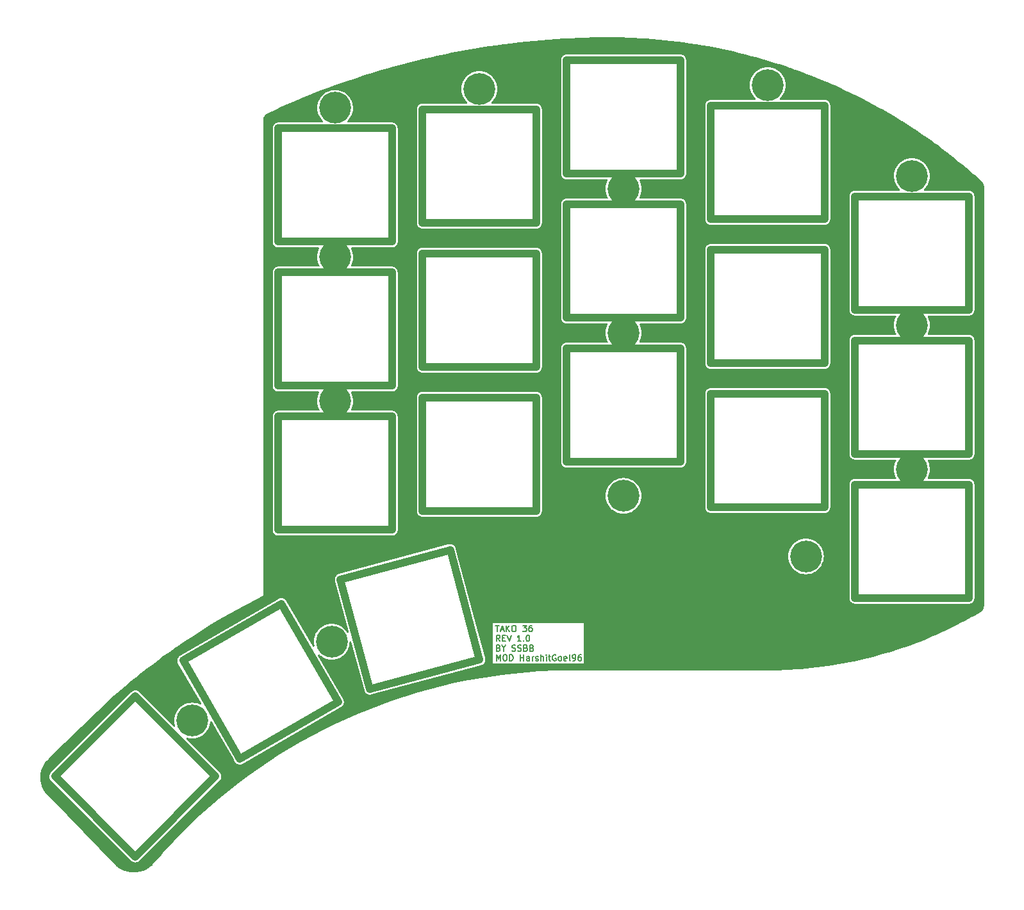
<source format=gtl>
%TF.GenerationSoftware,KiCad,Pcbnew,7.0.7-2.fc38*%
%TF.CreationDate,2023-10-04T19:56:35+05:30*%
%TF.ProjectId,top_plate_niz,746f705f-706c-4617-9465-5f6e697a2e6b,rev?*%
%TF.SameCoordinates,Original*%
%TF.FileFunction,Copper,L1,Top*%
%TF.FilePolarity,Positive*%
%FSLAX46Y46*%
G04 Gerber Fmt 4.6, Leading zero omitted, Abs format (unit mm)*
G04 Created by KiCad (PCBNEW 7.0.7-2.fc38) date 2023-10-04 19:56:35*
%MOMM*%
%LPD*%
G01*
G04 APERTURE LIST*
%ADD10C,0.150000*%
%TA.AperFunction,NonConductor*%
%ADD11C,0.150000*%
%TD*%
%TA.AperFunction,EtchedComponent*%
%ADD12C,1.000000*%
%TD*%
%TA.AperFunction,ComponentPad*%
%ADD13C,4.200000*%
%TD*%
G04 APERTURE END LIST*
D10*
D11*
X85901708Y-104094893D02*
X86358851Y-104094893D01*
X86130279Y-104894893D02*
X86130279Y-104094893D01*
X86587422Y-104666321D02*
X86968375Y-104666321D01*
X86511232Y-104894893D02*
X86777899Y-104094893D01*
X86777899Y-104094893D02*
X87044565Y-104894893D01*
X87311232Y-104894893D02*
X87311232Y-104094893D01*
X87768375Y-104894893D02*
X87425517Y-104437750D01*
X87768375Y-104094893D02*
X87311232Y-104552036D01*
X88263613Y-104094893D02*
X88415994Y-104094893D01*
X88415994Y-104094893D02*
X88492184Y-104132988D01*
X88492184Y-104132988D02*
X88568375Y-104209178D01*
X88568375Y-104209178D02*
X88606470Y-104361559D01*
X88606470Y-104361559D02*
X88606470Y-104628226D01*
X88606470Y-104628226D02*
X88568375Y-104780607D01*
X88568375Y-104780607D02*
X88492184Y-104856798D01*
X88492184Y-104856798D02*
X88415994Y-104894893D01*
X88415994Y-104894893D02*
X88263613Y-104894893D01*
X88263613Y-104894893D02*
X88187422Y-104856798D01*
X88187422Y-104856798D02*
X88111232Y-104780607D01*
X88111232Y-104780607D02*
X88073136Y-104628226D01*
X88073136Y-104628226D02*
X88073136Y-104361559D01*
X88073136Y-104361559D02*
X88111232Y-104209178D01*
X88111232Y-104209178D02*
X88187422Y-104132988D01*
X88187422Y-104132988D02*
X88263613Y-104094893D01*
X89482660Y-104094893D02*
X89977898Y-104094893D01*
X89977898Y-104094893D02*
X89711232Y-104399655D01*
X89711232Y-104399655D02*
X89825517Y-104399655D01*
X89825517Y-104399655D02*
X89901708Y-104437750D01*
X89901708Y-104437750D02*
X89939803Y-104475845D01*
X89939803Y-104475845D02*
X89977898Y-104552036D01*
X89977898Y-104552036D02*
X89977898Y-104742512D01*
X89977898Y-104742512D02*
X89939803Y-104818702D01*
X89939803Y-104818702D02*
X89901708Y-104856798D01*
X89901708Y-104856798D02*
X89825517Y-104894893D01*
X89825517Y-104894893D02*
X89596946Y-104894893D01*
X89596946Y-104894893D02*
X89520755Y-104856798D01*
X89520755Y-104856798D02*
X89482660Y-104818702D01*
X90663613Y-104094893D02*
X90511232Y-104094893D01*
X90511232Y-104094893D02*
X90435041Y-104132988D01*
X90435041Y-104132988D02*
X90396946Y-104171083D01*
X90396946Y-104171083D02*
X90320756Y-104285369D01*
X90320756Y-104285369D02*
X90282660Y-104437750D01*
X90282660Y-104437750D02*
X90282660Y-104742512D01*
X90282660Y-104742512D02*
X90320756Y-104818702D01*
X90320756Y-104818702D02*
X90358851Y-104856798D01*
X90358851Y-104856798D02*
X90435041Y-104894893D01*
X90435041Y-104894893D02*
X90587422Y-104894893D01*
X90587422Y-104894893D02*
X90663613Y-104856798D01*
X90663613Y-104856798D02*
X90701708Y-104818702D01*
X90701708Y-104818702D02*
X90739803Y-104742512D01*
X90739803Y-104742512D02*
X90739803Y-104552036D01*
X90739803Y-104552036D02*
X90701708Y-104475845D01*
X90701708Y-104475845D02*
X90663613Y-104437750D01*
X90663613Y-104437750D02*
X90587422Y-104399655D01*
X90587422Y-104399655D02*
X90435041Y-104399655D01*
X90435041Y-104399655D02*
X90358851Y-104437750D01*
X90358851Y-104437750D02*
X90320756Y-104475845D01*
X90320756Y-104475845D02*
X90282660Y-104552036D01*
X86473137Y-106182893D02*
X86206470Y-105801940D01*
X86015994Y-106182893D02*
X86015994Y-105382893D01*
X86015994Y-105382893D02*
X86320756Y-105382893D01*
X86320756Y-105382893D02*
X86396946Y-105420988D01*
X86396946Y-105420988D02*
X86435041Y-105459083D01*
X86435041Y-105459083D02*
X86473137Y-105535274D01*
X86473137Y-105535274D02*
X86473137Y-105649559D01*
X86473137Y-105649559D02*
X86435041Y-105725750D01*
X86435041Y-105725750D02*
X86396946Y-105763845D01*
X86396946Y-105763845D02*
X86320756Y-105801940D01*
X86320756Y-105801940D02*
X86015994Y-105801940D01*
X86815994Y-105763845D02*
X87082660Y-105763845D01*
X87196946Y-106182893D02*
X86815994Y-106182893D01*
X86815994Y-106182893D02*
X86815994Y-105382893D01*
X86815994Y-105382893D02*
X87196946Y-105382893D01*
X87425518Y-105382893D02*
X87692185Y-106182893D01*
X87692185Y-106182893D02*
X87958851Y-105382893D01*
X89254089Y-106182893D02*
X88796946Y-106182893D01*
X89025518Y-106182893D02*
X89025518Y-105382893D01*
X89025518Y-105382893D02*
X88949327Y-105497178D01*
X88949327Y-105497178D02*
X88873137Y-105573369D01*
X88873137Y-105573369D02*
X88796946Y-105611464D01*
X89596947Y-106106702D02*
X89635042Y-106144798D01*
X89635042Y-106144798D02*
X89596947Y-106182893D01*
X89596947Y-106182893D02*
X89558851Y-106144798D01*
X89558851Y-106144798D02*
X89596947Y-106106702D01*
X89596947Y-106106702D02*
X89596947Y-106182893D01*
X90130280Y-105382893D02*
X90206470Y-105382893D01*
X90206470Y-105382893D02*
X90282661Y-105420988D01*
X90282661Y-105420988D02*
X90320756Y-105459083D01*
X90320756Y-105459083D02*
X90358851Y-105535274D01*
X90358851Y-105535274D02*
X90396946Y-105687655D01*
X90396946Y-105687655D02*
X90396946Y-105878131D01*
X90396946Y-105878131D02*
X90358851Y-106030512D01*
X90358851Y-106030512D02*
X90320756Y-106106702D01*
X90320756Y-106106702D02*
X90282661Y-106144798D01*
X90282661Y-106144798D02*
X90206470Y-106182893D01*
X90206470Y-106182893D02*
X90130280Y-106182893D01*
X90130280Y-106182893D02*
X90054089Y-106144798D01*
X90054089Y-106144798D02*
X90015994Y-106106702D01*
X90015994Y-106106702D02*
X89977899Y-106030512D01*
X89977899Y-106030512D02*
X89939803Y-105878131D01*
X89939803Y-105878131D02*
X89939803Y-105687655D01*
X89939803Y-105687655D02*
X89977899Y-105535274D01*
X89977899Y-105535274D02*
X90015994Y-105459083D01*
X90015994Y-105459083D02*
X90054089Y-105420988D01*
X90054089Y-105420988D02*
X90130280Y-105382893D01*
X86282660Y-107051845D02*
X86396946Y-107089940D01*
X86396946Y-107089940D02*
X86435041Y-107128036D01*
X86435041Y-107128036D02*
X86473137Y-107204226D01*
X86473137Y-107204226D02*
X86473137Y-107318512D01*
X86473137Y-107318512D02*
X86435041Y-107394702D01*
X86435041Y-107394702D02*
X86396946Y-107432798D01*
X86396946Y-107432798D02*
X86320756Y-107470893D01*
X86320756Y-107470893D02*
X86015994Y-107470893D01*
X86015994Y-107470893D02*
X86015994Y-106670893D01*
X86015994Y-106670893D02*
X86282660Y-106670893D01*
X86282660Y-106670893D02*
X86358851Y-106708988D01*
X86358851Y-106708988D02*
X86396946Y-106747083D01*
X86396946Y-106747083D02*
X86435041Y-106823274D01*
X86435041Y-106823274D02*
X86435041Y-106899464D01*
X86435041Y-106899464D02*
X86396946Y-106975655D01*
X86396946Y-106975655D02*
X86358851Y-107013750D01*
X86358851Y-107013750D02*
X86282660Y-107051845D01*
X86282660Y-107051845D02*
X86015994Y-107051845D01*
X86968375Y-107089940D02*
X86968375Y-107470893D01*
X86701708Y-106670893D02*
X86968375Y-107089940D01*
X86968375Y-107089940D02*
X87235041Y-106670893D01*
X88073136Y-107432798D02*
X88187422Y-107470893D01*
X88187422Y-107470893D02*
X88377898Y-107470893D01*
X88377898Y-107470893D02*
X88454089Y-107432798D01*
X88454089Y-107432798D02*
X88492184Y-107394702D01*
X88492184Y-107394702D02*
X88530279Y-107318512D01*
X88530279Y-107318512D02*
X88530279Y-107242321D01*
X88530279Y-107242321D02*
X88492184Y-107166131D01*
X88492184Y-107166131D02*
X88454089Y-107128036D01*
X88454089Y-107128036D02*
X88377898Y-107089940D01*
X88377898Y-107089940D02*
X88225517Y-107051845D01*
X88225517Y-107051845D02*
X88149327Y-107013750D01*
X88149327Y-107013750D02*
X88111232Y-106975655D01*
X88111232Y-106975655D02*
X88073136Y-106899464D01*
X88073136Y-106899464D02*
X88073136Y-106823274D01*
X88073136Y-106823274D02*
X88111232Y-106747083D01*
X88111232Y-106747083D02*
X88149327Y-106708988D01*
X88149327Y-106708988D02*
X88225517Y-106670893D01*
X88225517Y-106670893D02*
X88415994Y-106670893D01*
X88415994Y-106670893D02*
X88530279Y-106708988D01*
X88835041Y-107432798D02*
X88949327Y-107470893D01*
X88949327Y-107470893D02*
X89139803Y-107470893D01*
X89139803Y-107470893D02*
X89215994Y-107432798D01*
X89215994Y-107432798D02*
X89254089Y-107394702D01*
X89254089Y-107394702D02*
X89292184Y-107318512D01*
X89292184Y-107318512D02*
X89292184Y-107242321D01*
X89292184Y-107242321D02*
X89254089Y-107166131D01*
X89254089Y-107166131D02*
X89215994Y-107128036D01*
X89215994Y-107128036D02*
X89139803Y-107089940D01*
X89139803Y-107089940D02*
X88987422Y-107051845D01*
X88987422Y-107051845D02*
X88911232Y-107013750D01*
X88911232Y-107013750D02*
X88873137Y-106975655D01*
X88873137Y-106975655D02*
X88835041Y-106899464D01*
X88835041Y-106899464D02*
X88835041Y-106823274D01*
X88835041Y-106823274D02*
X88873137Y-106747083D01*
X88873137Y-106747083D02*
X88911232Y-106708988D01*
X88911232Y-106708988D02*
X88987422Y-106670893D01*
X88987422Y-106670893D02*
X89177899Y-106670893D01*
X89177899Y-106670893D02*
X89292184Y-106708988D01*
X89901708Y-107051845D02*
X90015994Y-107089940D01*
X90015994Y-107089940D02*
X90054089Y-107128036D01*
X90054089Y-107128036D02*
X90092185Y-107204226D01*
X90092185Y-107204226D02*
X90092185Y-107318512D01*
X90092185Y-107318512D02*
X90054089Y-107394702D01*
X90054089Y-107394702D02*
X90015994Y-107432798D01*
X90015994Y-107432798D02*
X89939804Y-107470893D01*
X89939804Y-107470893D02*
X89635042Y-107470893D01*
X89635042Y-107470893D02*
X89635042Y-106670893D01*
X89635042Y-106670893D02*
X89901708Y-106670893D01*
X89901708Y-106670893D02*
X89977899Y-106708988D01*
X89977899Y-106708988D02*
X90015994Y-106747083D01*
X90015994Y-106747083D02*
X90054089Y-106823274D01*
X90054089Y-106823274D02*
X90054089Y-106899464D01*
X90054089Y-106899464D02*
X90015994Y-106975655D01*
X90015994Y-106975655D02*
X89977899Y-107013750D01*
X89977899Y-107013750D02*
X89901708Y-107051845D01*
X89901708Y-107051845D02*
X89635042Y-107051845D01*
X90701708Y-107051845D02*
X90815994Y-107089940D01*
X90815994Y-107089940D02*
X90854089Y-107128036D01*
X90854089Y-107128036D02*
X90892185Y-107204226D01*
X90892185Y-107204226D02*
X90892185Y-107318512D01*
X90892185Y-107318512D02*
X90854089Y-107394702D01*
X90854089Y-107394702D02*
X90815994Y-107432798D01*
X90815994Y-107432798D02*
X90739804Y-107470893D01*
X90739804Y-107470893D02*
X90435042Y-107470893D01*
X90435042Y-107470893D02*
X90435042Y-106670893D01*
X90435042Y-106670893D02*
X90701708Y-106670893D01*
X90701708Y-106670893D02*
X90777899Y-106708988D01*
X90777899Y-106708988D02*
X90815994Y-106747083D01*
X90815994Y-106747083D02*
X90854089Y-106823274D01*
X90854089Y-106823274D02*
X90854089Y-106899464D01*
X90854089Y-106899464D02*
X90815994Y-106975655D01*
X90815994Y-106975655D02*
X90777899Y-107013750D01*
X90777899Y-107013750D02*
X90701708Y-107051845D01*
X90701708Y-107051845D02*
X90435042Y-107051845D01*
X86015994Y-108758893D02*
X86015994Y-107958893D01*
X86015994Y-107958893D02*
X86282660Y-108530321D01*
X86282660Y-108530321D02*
X86549327Y-107958893D01*
X86549327Y-107958893D02*
X86549327Y-108758893D01*
X87082661Y-107958893D02*
X87235042Y-107958893D01*
X87235042Y-107958893D02*
X87311232Y-107996988D01*
X87311232Y-107996988D02*
X87387423Y-108073178D01*
X87387423Y-108073178D02*
X87425518Y-108225559D01*
X87425518Y-108225559D02*
X87425518Y-108492226D01*
X87425518Y-108492226D02*
X87387423Y-108644607D01*
X87387423Y-108644607D02*
X87311232Y-108720798D01*
X87311232Y-108720798D02*
X87235042Y-108758893D01*
X87235042Y-108758893D02*
X87082661Y-108758893D01*
X87082661Y-108758893D02*
X87006470Y-108720798D01*
X87006470Y-108720798D02*
X86930280Y-108644607D01*
X86930280Y-108644607D02*
X86892184Y-108492226D01*
X86892184Y-108492226D02*
X86892184Y-108225559D01*
X86892184Y-108225559D02*
X86930280Y-108073178D01*
X86930280Y-108073178D02*
X87006470Y-107996988D01*
X87006470Y-107996988D02*
X87082661Y-107958893D01*
X87768375Y-108758893D02*
X87768375Y-107958893D01*
X87768375Y-107958893D02*
X87958851Y-107958893D01*
X87958851Y-107958893D02*
X88073137Y-107996988D01*
X88073137Y-107996988D02*
X88149327Y-108073178D01*
X88149327Y-108073178D02*
X88187422Y-108149369D01*
X88187422Y-108149369D02*
X88225518Y-108301750D01*
X88225518Y-108301750D02*
X88225518Y-108416036D01*
X88225518Y-108416036D02*
X88187422Y-108568417D01*
X88187422Y-108568417D02*
X88149327Y-108644607D01*
X88149327Y-108644607D02*
X88073137Y-108720798D01*
X88073137Y-108720798D02*
X87958851Y-108758893D01*
X87958851Y-108758893D02*
X87768375Y-108758893D01*
X89177899Y-108758893D02*
X89177899Y-107958893D01*
X89177899Y-108339845D02*
X89635042Y-108339845D01*
X89635042Y-108758893D02*
X89635042Y-107958893D01*
X90358851Y-108758893D02*
X90358851Y-108339845D01*
X90358851Y-108339845D02*
X90320756Y-108263655D01*
X90320756Y-108263655D02*
X90244565Y-108225559D01*
X90244565Y-108225559D02*
X90092184Y-108225559D01*
X90092184Y-108225559D02*
X90015994Y-108263655D01*
X90358851Y-108720798D02*
X90282660Y-108758893D01*
X90282660Y-108758893D02*
X90092184Y-108758893D01*
X90092184Y-108758893D02*
X90015994Y-108720798D01*
X90015994Y-108720798D02*
X89977898Y-108644607D01*
X89977898Y-108644607D02*
X89977898Y-108568417D01*
X89977898Y-108568417D02*
X90015994Y-108492226D01*
X90015994Y-108492226D02*
X90092184Y-108454131D01*
X90092184Y-108454131D02*
X90282660Y-108454131D01*
X90282660Y-108454131D02*
X90358851Y-108416036D01*
X90739804Y-108758893D02*
X90739804Y-108225559D01*
X90739804Y-108377940D02*
X90777899Y-108301750D01*
X90777899Y-108301750D02*
X90815994Y-108263655D01*
X90815994Y-108263655D02*
X90892185Y-108225559D01*
X90892185Y-108225559D02*
X90968375Y-108225559D01*
X91196946Y-108720798D02*
X91273137Y-108758893D01*
X91273137Y-108758893D02*
X91425518Y-108758893D01*
X91425518Y-108758893D02*
X91501708Y-108720798D01*
X91501708Y-108720798D02*
X91539804Y-108644607D01*
X91539804Y-108644607D02*
X91539804Y-108606512D01*
X91539804Y-108606512D02*
X91501708Y-108530321D01*
X91501708Y-108530321D02*
X91425518Y-108492226D01*
X91425518Y-108492226D02*
X91311232Y-108492226D01*
X91311232Y-108492226D02*
X91235042Y-108454131D01*
X91235042Y-108454131D02*
X91196946Y-108377940D01*
X91196946Y-108377940D02*
X91196946Y-108339845D01*
X91196946Y-108339845D02*
X91235042Y-108263655D01*
X91235042Y-108263655D02*
X91311232Y-108225559D01*
X91311232Y-108225559D02*
X91425518Y-108225559D01*
X91425518Y-108225559D02*
X91501708Y-108263655D01*
X91882661Y-108758893D02*
X91882661Y-107958893D01*
X92225518Y-108758893D02*
X92225518Y-108339845D01*
X92225518Y-108339845D02*
X92187423Y-108263655D01*
X92187423Y-108263655D02*
X92111232Y-108225559D01*
X92111232Y-108225559D02*
X91996946Y-108225559D01*
X91996946Y-108225559D02*
X91920756Y-108263655D01*
X91920756Y-108263655D02*
X91882661Y-108301750D01*
X92606471Y-108758893D02*
X92606471Y-108225559D01*
X92606471Y-107958893D02*
X92568375Y-107996988D01*
X92568375Y-107996988D02*
X92606471Y-108035083D01*
X92606471Y-108035083D02*
X92644566Y-107996988D01*
X92644566Y-107996988D02*
X92606471Y-107958893D01*
X92606471Y-107958893D02*
X92606471Y-108035083D01*
X92873137Y-108225559D02*
X93177899Y-108225559D01*
X92987423Y-107958893D02*
X92987423Y-108644607D01*
X92987423Y-108644607D02*
X93025518Y-108720798D01*
X93025518Y-108720798D02*
X93101708Y-108758893D01*
X93101708Y-108758893D02*
X93177899Y-108758893D01*
X93863613Y-107996988D02*
X93787423Y-107958893D01*
X93787423Y-107958893D02*
X93673137Y-107958893D01*
X93673137Y-107958893D02*
X93558851Y-107996988D01*
X93558851Y-107996988D02*
X93482661Y-108073178D01*
X93482661Y-108073178D02*
X93444566Y-108149369D01*
X93444566Y-108149369D02*
X93406470Y-108301750D01*
X93406470Y-108301750D02*
X93406470Y-108416036D01*
X93406470Y-108416036D02*
X93444566Y-108568417D01*
X93444566Y-108568417D02*
X93482661Y-108644607D01*
X93482661Y-108644607D02*
X93558851Y-108720798D01*
X93558851Y-108720798D02*
X93673137Y-108758893D01*
X93673137Y-108758893D02*
X93749328Y-108758893D01*
X93749328Y-108758893D02*
X93863613Y-108720798D01*
X93863613Y-108720798D02*
X93901709Y-108682702D01*
X93901709Y-108682702D02*
X93901709Y-108416036D01*
X93901709Y-108416036D02*
X93749328Y-108416036D01*
X94358851Y-108758893D02*
X94282661Y-108720798D01*
X94282661Y-108720798D02*
X94244566Y-108682702D01*
X94244566Y-108682702D02*
X94206470Y-108606512D01*
X94206470Y-108606512D02*
X94206470Y-108377940D01*
X94206470Y-108377940D02*
X94244566Y-108301750D01*
X94244566Y-108301750D02*
X94282661Y-108263655D01*
X94282661Y-108263655D02*
X94358851Y-108225559D01*
X94358851Y-108225559D02*
X94473137Y-108225559D01*
X94473137Y-108225559D02*
X94549328Y-108263655D01*
X94549328Y-108263655D02*
X94587423Y-108301750D01*
X94587423Y-108301750D02*
X94625518Y-108377940D01*
X94625518Y-108377940D02*
X94625518Y-108606512D01*
X94625518Y-108606512D02*
X94587423Y-108682702D01*
X94587423Y-108682702D02*
X94549328Y-108720798D01*
X94549328Y-108720798D02*
X94473137Y-108758893D01*
X94473137Y-108758893D02*
X94358851Y-108758893D01*
X95273138Y-108720798D02*
X95196947Y-108758893D01*
X95196947Y-108758893D02*
X95044566Y-108758893D01*
X95044566Y-108758893D02*
X94968376Y-108720798D01*
X94968376Y-108720798D02*
X94930280Y-108644607D01*
X94930280Y-108644607D02*
X94930280Y-108339845D01*
X94930280Y-108339845D02*
X94968376Y-108263655D01*
X94968376Y-108263655D02*
X95044566Y-108225559D01*
X95044566Y-108225559D02*
X95196947Y-108225559D01*
X95196947Y-108225559D02*
X95273138Y-108263655D01*
X95273138Y-108263655D02*
X95311233Y-108339845D01*
X95311233Y-108339845D02*
X95311233Y-108416036D01*
X95311233Y-108416036D02*
X94930280Y-108492226D01*
X95768375Y-108758893D02*
X95692185Y-108720798D01*
X95692185Y-108720798D02*
X95654090Y-108644607D01*
X95654090Y-108644607D02*
X95654090Y-107958893D01*
X96111233Y-108758893D02*
X96263614Y-108758893D01*
X96263614Y-108758893D02*
X96339804Y-108720798D01*
X96339804Y-108720798D02*
X96377900Y-108682702D01*
X96377900Y-108682702D02*
X96454090Y-108568417D01*
X96454090Y-108568417D02*
X96492185Y-108416036D01*
X96492185Y-108416036D02*
X96492185Y-108111274D01*
X96492185Y-108111274D02*
X96454090Y-108035083D01*
X96454090Y-108035083D02*
X96415995Y-107996988D01*
X96415995Y-107996988D02*
X96339804Y-107958893D01*
X96339804Y-107958893D02*
X96187423Y-107958893D01*
X96187423Y-107958893D02*
X96111233Y-107996988D01*
X96111233Y-107996988D02*
X96073138Y-108035083D01*
X96073138Y-108035083D02*
X96035042Y-108111274D01*
X96035042Y-108111274D02*
X96035042Y-108301750D01*
X96035042Y-108301750D02*
X96073138Y-108377940D01*
X96073138Y-108377940D02*
X96111233Y-108416036D01*
X96111233Y-108416036D02*
X96187423Y-108454131D01*
X96187423Y-108454131D02*
X96339804Y-108454131D01*
X96339804Y-108454131D02*
X96415995Y-108416036D01*
X96415995Y-108416036D02*
X96454090Y-108377940D01*
X96454090Y-108377940D02*
X96492185Y-108301750D01*
X97177900Y-107958893D02*
X97025519Y-107958893D01*
X97025519Y-107958893D02*
X96949328Y-107996988D01*
X96949328Y-107996988D02*
X96911233Y-108035083D01*
X96911233Y-108035083D02*
X96835043Y-108149369D01*
X96835043Y-108149369D02*
X96796947Y-108301750D01*
X96796947Y-108301750D02*
X96796947Y-108606512D01*
X96796947Y-108606512D02*
X96835043Y-108682702D01*
X96835043Y-108682702D02*
X96873138Y-108720798D01*
X96873138Y-108720798D02*
X96949328Y-108758893D01*
X96949328Y-108758893D02*
X97101709Y-108758893D01*
X97101709Y-108758893D02*
X97177900Y-108720798D01*
X97177900Y-108720798D02*
X97215995Y-108682702D01*
X97215995Y-108682702D02*
X97254090Y-108606512D01*
X97254090Y-108606512D02*
X97254090Y-108416036D01*
X97254090Y-108416036D02*
X97215995Y-108339845D01*
X97215995Y-108339845D02*
X97177900Y-108301750D01*
X97177900Y-108301750D02*
X97101709Y-108263655D01*
X97101709Y-108263655D02*
X96949328Y-108263655D01*
X96949328Y-108263655D02*
X96873138Y-108301750D01*
X96873138Y-108301750D02*
X96835043Y-108339845D01*
X96835043Y-108339845D02*
X96796947Y-108416036D01*
D12*
%TO.C,SW111*%
X133406339Y-100460495D02*
X148406339Y-100460495D01*
X148406339Y-100460495D02*
X148406339Y-85460495D01*
X148406339Y-85460495D02*
X133406339Y-85460495D01*
X133406339Y-85460495D02*
X133406339Y-100460495D01*
%TO.C,SW103*%
X95306345Y-44359995D02*
X110306345Y-44359995D01*
X110306345Y-44359995D02*
X110306345Y-29359995D01*
X110306345Y-29359995D02*
X95306345Y-29359995D01*
X95306345Y-29359995D02*
X95306345Y-44359995D01*
%TO.C,SW105*%
X57206339Y-53359993D02*
X72206339Y-53359993D01*
X72206339Y-53359993D02*
X72206339Y-38359993D01*
X72206339Y-38359993D02*
X57206339Y-38359993D01*
X57206339Y-38359993D02*
X57206339Y-53359993D01*
%TO.C,SW104*%
X76256340Y-50860003D02*
X91256340Y-50860003D01*
X91256340Y-50860003D02*
X91256340Y-35860003D01*
X91256340Y-35860003D02*
X76256340Y-35860003D01*
X76256340Y-35860003D02*
X76256340Y-50860003D01*
%TO.C,SW116*%
X48902979Y-124047384D02*
X38296377Y-134653986D01*
X38296377Y-134653986D02*
X27689775Y-124047384D01*
X27689775Y-124047384D02*
X38296377Y-113440782D01*
X38296377Y-113440782D02*
X48902979Y-124047384D01*
%TO.C,SW114*%
X76256343Y-88959993D02*
X91256343Y-88959993D01*
X91256343Y-88959993D02*
X91256343Y-73959993D01*
X91256343Y-73959993D02*
X76256343Y-73959993D01*
X76256343Y-73959993D02*
X76256343Y-88959993D01*
%TO.C,SW107*%
X114356339Y-69410496D02*
X129356339Y-69410496D01*
X129356339Y-69410496D02*
X129356339Y-54410496D01*
X129356339Y-54410496D02*
X114356339Y-54410496D01*
X114356339Y-54410496D02*
X114356339Y-69410496D01*
%TO.C,SW102*%
X114356343Y-50360499D02*
X129356343Y-50360499D01*
X129356343Y-50360499D02*
X129356343Y-35360499D01*
X129356343Y-35360499D02*
X114356343Y-35360499D01*
X114356343Y-35360499D02*
X114356343Y-50360499D01*
%TO.C,SW118*%
X83788884Y-108603996D02*
X69299996Y-112486282D01*
X69299996Y-112486282D02*
X65417710Y-97997394D01*
X65417710Y-97997394D02*
X79906598Y-94115108D01*
X79906598Y-94115108D02*
X83788884Y-108603996D01*
%TO.C,SW109*%
X76256338Y-69909992D02*
X91256338Y-69909992D01*
X91256338Y-69909992D02*
X91256338Y-54909992D01*
X91256338Y-54909992D02*
X76256338Y-54909992D01*
X76256338Y-54909992D02*
X76256338Y-69909992D01*
%TO.C,SW112*%
X114356338Y-88460495D02*
X129356338Y-88460495D01*
X129356338Y-88460495D02*
X129356338Y-73460495D01*
X129356338Y-73460495D02*
X114356338Y-73460495D01*
X114356338Y-73460495D02*
X114356338Y-88460495D01*
%TO.C,SW117*%
X65101568Y-114225575D02*
X52111187Y-121725575D01*
X52111187Y-121725575D02*
X44611186Y-108735193D01*
X44611186Y-108735193D02*
X57601567Y-101235193D01*
X57601567Y-101235193D02*
X65101568Y-114225575D01*
%TO.C,SW108*%
X95306341Y-63409999D02*
X110306341Y-63409999D01*
X110306341Y-63409999D02*
X110306341Y-48409999D01*
X110306341Y-48409999D02*
X95306341Y-48409999D01*
X95306341Y-48409999D02*
X95306341Y-63409999D01*
%TO.C,SW106*%
X133406336Y-81410494D02*
X148406336Y-81410494D01*
X148406336Y-81410494D02*
X148406336Y-66410494D01*
X148406336Y-66410494D02*
X133406336Y-66410494D01*
X133406336Y-66410494D02*
X133406336Y-81410494D01*
%TO.C,SW101*%
X133406348Y-62360496D02*
X148406348Y-62360496D01*
X148406348Y-62360496D02*
X148406348Y-47360496D01*
X148406348Y-47360496D02*
X133406348Y-47360496D01*
X133406348Y-47360496D02*
X133406348Y-62360496D01*
%TO.C,SW115*%
X57206339Y-91459995D02*
X72206339Y-91459995D01*
X72206339Y-91459995D02*
X72206339Y-76459995D01*
X72206339Y-76459995D02*
X57206339Y-76459995D01*
X57206339Y-76459995D02*
X57206339Y-91459995D01*
%TO.C,SW113*%
X95306340Y-82459989D02*
X110306340Y-82459989D01*
X110306340Y-82459989D02*
X110306340Y-67459989D01*
X110306340Y-67459989D02*
X95306340Y-67459989D01*
X95306340Y-67459989D02*
X95306340Y-82459989D01*
%TO.C,SW110*%
X57206340Y-72409997D02*
X72206340Y-72409997D01*
X72206340Y-72409997D02*
X72206340Y-57409997D01*
X72206340Y-57409997D02*
X57206340Y-57409997D01*
X57206340Y-57409997D02*
X57206340Y-72409997D01*
%TD*%
D13*
%TO.P,H103,*%
%TO.N,*%
X140906339Y-83435489D03*
%TD*%
%TO.P,H102,*%
%TO.N,*%
X140906350Y-64385490D03*
%TD*%
%TO.P,H18,*%
%TO.N,*%
X45829990Y-116671093D03*
%TD*%
%TO.P,H110,*%
%TO.N,*%
X64706339Y-35666056D03*
%TD*%
%TO.P,H108,*%
%TO.N,*%
X102806338Y-86959989D03*
%TD*%
%TO.P,H105,*%
%TO.N,*%
X126906338Y-94960499D03*
%TD*%
%TO.P,H112,*%
%TO.N,*%
X64706342Y-74434994D03*
%TD*%
%TO.P,H113,*%
%TO.N,*%
X64247990Y-106243093D03*
%TD*%
%TO.P,H104,*%
%TO.N,*%
X121856340Y-32666056D03*
%TD*%
%TO.P,H107,*%
%TO.N,*%
X102806347Y-65434996D03*
%TD*%
%TO.P,H101,*%
%TO.N,*%
X140906345Y-44666058D03*
%TD*%
%TO.P,H109,*%
%TO.N,*%
X83756337Y-33166058D03*
%TD*%
%TO.P,H111,*%
%TO.N,*%
X64706336Y-55384996D03*
%TD*%
%TO.P,H106,*%
%TO.N,*%
X102806346Y-46384994D03*
%TD*%
%TA.AperFunction,NonConductor*%
G36*
X102235705Y-26351014D02*
G01*
X102447710Y-26353453D01*
X103500515Y-26388696D01*
X104109971Y-26409737D01*
X105082138Y-26464014D01*
X105770457Y-26503646D01*
X106707588Y-26576968D01*
X107428450Y-26635140D01*
X108345094Y-26727474D01*
X109082895Y-26804132D01*
X109985818Y-26915482D01*
X110733135Y-27010552D01*
X111625495Y-27140869D01*
X112274104Y-27238594D01*
X112378201Y-27254278D01*
X113261751Y-27403509D01*
X114017307Y-27535189D01*
X114893238Y-27703312D01*
X115649562Y-27853131D01*
X116518397Y-28040079D01*
X117274199Y-28207951D01*
X118136183Y-28413646D01*
X118890252Y-28599434D01*
X119745772Y-28823871D01*
X120322715Y-28980181D01*
X120497006Y-29027401D01*
X121345943Y-29270476D01*
X121924089Y-29441482D01*
X122093626Y-29491628D01*
X122935782Y-29753224D01*
X123679236Y-29991855D01*
X124453289Y-30251368D01*
X124514723Y-30271965D01*
X125132664Y-30486111D01*
X125252926Y-30527787D01*
X125516154Y-30622621D01*
X126081650Y-30826353D01*
X126814070Y-31099201D01*
X127635771Y-31416119D01*
X128361721Y-31705744D01*
X128374070Y-31710826D01*
X129176271Y-32040964D01*
X129895130Y-32347112D01*
X130232694Y-32494923D01*
X130702309Y-32700556D01*
X131413421Y-33022926D01*
X132213137Y-33394577D01*
X132403305Y-33486117D01*
X132915794Y-33732811D01*
X133707992Y-34122687D01*
X134401448Y-34476368D01*
X134998045Y-34786700D01*
X135185964Y-34884450D01*
X135869530Y-35253142D01*
X136646443Y-35679553D01*
X137060185Y-35915157D01*
X137319278Y-36062696D01*
X138088549Y-36507526D01*
X138749686Y-36904421D01*
X139511590Y-37367973D01*
X139633004Y-37444714D01*
X140159902Y-37777747D01*
X140914826Y-38260450D01*
X141548710Y-38681819D01*
X141913014Y-38926375D01*
X142297501Y-39184481D01*
X142915208Y-39615909D01*
X143658921Y-40139599D01*
X143971060Y-40368469D01*
X144257259Y-40578320D01*
X144998417Y-41125344D01*
X145571758Y-41566369D01*
X146315258Y-42141177D01*
X146851973Y-42574042D01*
X147123855Y-42794100D01*
X147608810Y-43186617D01*
X148074907Y-43580563D01*
X148878345Y-44261073D01*
X149038155Y-44402574D01*
X149210579Y-44555351D01*
X150104428Y-45347352D01*
X150108907Y-45351739D01*
X150123183Y-45367197D01*
X150217467Y-45473607D01*
X150223948Y-45480921D01*
X150235043Y-45495442D01*
X150267762Y-45545394D01*
X150269805Y-45548736D01*
X150325964Y-45647339D01*
X150328897Y-45653172D01*
X150356845Y-45716758D01*
X150359159Y-45722863D01*
X150393824Y-45830900D01*
X150394905Y-45834665D01*
X150409588Y-45892573D01*
X150412782Y-45910552D01*
X150428351Y-46060775D01*
X150430224Y-46083416D01*
X150430439Y-46088613D01*
X150430440Y-60218140D01*
X150430442Y-60218150D01*
X150430442Y-65245959D01*
X150430440Y-81165957D01*
X150430440Y-81165958D01*
X150430439Y-86245958D01*
X150430439Y-86245959D01*
X150430446Y-101482975D01*
X150430220Y-101488306D01*
X150427965Y-101514873D01*
X150413208Y-101659522D01*
X150409809Y-101678421D01*
X150394281Y-101738184D01*
X150393397Y-101741263D01*
X150360586Y-101845460D01*
X150357921Y-101852448D01*
X150327915Y-101918973D01*
X150325515Y-101923743D01*
X150274700Y-102014913D01*
X150271905Y-102019463D01*
X150231108Y-102079970D01*
X150226568Y-102085910D01*
X150155210Y-102168615D01*
X150153056Y-102170987D01*
X150110387Y-102215634D01*
X150096100Y-102228466D01*
X149980847Y-102317086D01*
X149960227Y-102332391D01*
X149954098Y-102336410D01*
X149268665Y-102730877D01*
X148726727Y-103042308D01*
X148052550Y-103407762D01*
X147460928Y-103727002D01*
X146787441Y-104070182D01*
X146665705Y-104131726D01*
X146177729Y-104378423D01*
X145499803Y-104702385D01*
X144877989Y-104996135D01*
X144194259Y-105301730D01*
X143562612Y-105579713D01*
X142872714Y-105867212D01*
X142232448Y-106128779D01*
X141536459Y-106398222D01*
X140888465Y-106642936D01*
X140186382Y-106894370D01*
X139531609Y-107121828D01*
X138823703Y-107355181D01*
X138162717Y-107565162D01*
X137449312Y-107780344D01*
X136782811Y-107972611D01*
X136064273Y-108169521D01*
X135392740Y-108343928D01*
X134669412Y-108522473D01*
X133993663Y-108678810D01*
X133265766Y-108838930D01*
X132586438Y-108977067D01*
X131854265Y-109118678D01*
X131172135Y-109238482D01*
X130435938Y-109361509D01*
X129751804Y-109462886D01*
X129011699Y-109567263D01*
X128326604Y-109650125D01*
X127582591Y-109735789D01*
X126897876Y-109800079D01*
X126149532Y-109866978D01*
X125467787Y-109912635D01*
X124713514Y-109960737D01*
X124041722Y-109987706D01*
X123275468Y-110017001D01*
X122658564Y-110025253D01*
X121855241Y-110035487D01*
X95846698Y-110035149D01*
X95845999Y-110034943D01*
X95798295Y-110035133D01*
X94967189Y-110037793D01*
X94967190Y-110037794D01*
X94049329Y-110061632D01*
X94015857Y-110062130D01*
X94014159Y-110062545D01*
X93313809Y-110080735D01*
X93313810Y-110080735D01*
X92345606Y-110127952D01*
X92339831Y-110128173D01*
X92339556Y-110128247D01*
X91661837Y-110161299D01*
X90012125Y-110279442D01*
X88365529Y-110435105D01*
X86722903Y-110628206D01*
X85085098Y-110858646D01*
X83452962Y-111126304D01*
X81827342Y-111431043D01*
X80209078Y-111772704D01*
X78599011Y-112151110D01*
X76997974Y-112566066D01*
X75406797Y-113017356D01*
X73826304Y-113504747D01*
X72257314Y-114027985D01*
X70700640Y-114586800D01*
X69157089Y-115180903D01*
X67627460Y-115809985D01*
X66112546Y-116473720D01*
X64613133Y-117171765D01*
X63129996Y-117903758D01*
X61663905Y-118669319D01*
X60215618Y-119468052D01*
X58785887Y-120299543D01*
X57375453Y-121163362D01*
X55985045Y-122059060D01*
X54615385Y-122986173D01*
X53267183Y-123944222D01*
X51941136Y-124932709D01*
X50637932Y-125951123D01*
X49358246Y-126998936D01*
X48102741Y-128075605D01*
X46872068Y-129180572D01*
X45666864Y-130313264D01*
X44487753Y-131473095D01*
X43335349Y-132659464D01*
X42873800Y-133156780D01*
X42873612Y-133156891D01*
X42869647Y-133161254D01*
X42210246Y-133871755D01*
X41745296Y-134396186D01*
X41744157Y-134396899D01*
X41721793Y-134422696D01*
X41113028Y-135109342D01*
X40584623Y-135733400D01*
X40571760Y-135746518D01*
X40472413Y-135834052D01*
X40309114Y-135976912D01*
X40304398Y-135980656D01*
X40165350Y-136080593D01*
X40010368Y-136189507D01*
X40005670Y-136192507D01*
X39852592Y-136280989D01*
X39691443Y-136370370D01*
X39686861Y-136372673D01*
X39523592Y-136446568D01*
X39355694Y-136517600D01*
X39351318Y-136519263D01*
X39180266Y-136577076D01*
X39006630Y-136629662D01*
X39002537Y-136630753D01*
X38825803Y-136671546D01*
X38647915Y-136705372D01*
X38644172Y-136705968D01*
X38465176Y-136728960D01*
X38462294Y-136729263D01*
X38283309Y-136743927D01*
X38279971Y-136744111D01*
X38099482Y-136749288D01*
X38096137Y-136749295D01*
X37916618Y-136744911D01*
X37913723Y-136744774D01*
X37733675Y-136732074D01*
X37729904Y-136731694D01*
X37550398Y-136708120D01*
X37371598Y-136677519D01*
X37367449Y-136676664D01*
X37191103Y-136634117D01*
X37017018Y-136586201D01*
X37012553Y-136584792D01*
X36840869Y-136523500D01*
X36673609Y-136459072D01*
X36668902Y-136457035D01*
X36577926Y-136413193D01*
X36502891Y-136377032D01*
X36345004Y-136297472D01*
X36340142Y-136294746D01*
X36179185Y-136194899D01*
X36034623Y-136103083D01*
X36029701Y-136099616D01*
X35973417Y-136055808D01*
X35858856Y-135966640D01*
X35750471Y-135881661D01*
X35744009Y-135875831D01*
X29283123Y-129180572D01*
X26396238Y-126188962D01*
X26381288Y-126170176D01*
X26356017Y-126131330D01*
X26319329Y-126074932D01*
X26194453Y-125881288D01*
X26191321Y-125875855D01*
X26116320Y-125729382D01*
X26030288Y-125556302D01*
X26027964Y-125551037D01*
X25965766Y-125390550D01*
X25901930Y-125215577D01*
X25900346Y-125210597D01*
X25854221Y-125041457D01*
X25810879Y-124863078D01*
X25809934Y-124858428D01*
X25781257Y-124683763D01*
X25773282Y-124621250D01*
X25758170Y-124502807D01*
X25757779Y-124498610D01*
X25747241Y-124320893D01*
X25746879Y-124297384D01*
X25744433Y-124138915D01*
X25744486Y-124135248D01*
X25749358Y-124025292D01*
X26930460Y-124025292D01*
X26936071Y-124089446D01*
X26936284Y-124093102D01*
X26938159Y-124157481D01*
X26938159Y-124157485D01*
X26941046Y-124168258D01*
X26944858Y-124189875D01*
X26945831Y-124200992D01*
X26945831Y-124200994D01*
X26966091Y-124262137D01*
X26967142Y-124265647D01*
X26983808Y-124327845D01*
X26983809Y-124327849D01*
X26989105Y-124337671D01*
X26997800Y-124357827D01*
X27001309Y-124368416D01*
X27001310Y-124368419D01*
X27035115Y-124423226D01*
X27036947Y-124426399D01*
X27067516Y-124483090D01*
X27067518Y-124483093D01*
X27074933Y-124491426D01*
X27088044Y-124509037D01*
X27093905Y-124518538D01*
X27139460Y-124564093D01*
X27141955Y-124566738D01*
X27184772Y-124614851D01*
X27193911Y-124621250D01*
X27210733Y-124635366D01*
X37746063Y-135170696D01*
X37748557Y-135173340D01*
X37791374Y-135221453D01*
X37791375Y-135221454D01*
X37844127Y-135258390D01*
X37847059Y-135260573D01*
X37897584Y-135300524D01*
X37897585Y-135300525D01*
X37907699Y-135305241D01*
X37926723Y-135316224D01*
X37935854Y-135322618D01*
X37977373Y-135339112D01*
X37995688Y-135346389D01*
X37999052Y-135347840D01*
X38025025Y-135359951D01*
X38057437Y-135375065D01*
X38068364Y-135377321D01*
X38089397Y-135383617D01*
X38099769Y-135387738D01*
X38163510Y-135397074D01*
X38167100Y-135397708D01*
X38230170Y-135410731D01*
X38241322Y-135410406D01*
X38263242Y-135411684D01*
X38268004Y-135412381D01*
X38274283Y-135413301D01*
X38323216Y-135409019D01*
X38338456Y-135407687D01*
X38342115Y-135407474D01*
X38360255Y-135406945D01*
X38406473Y-135405601D01*
X38417243Y-135402714D01*
X38438870Y-135398901D01*
X38449989Y-135397929D01*
X38511169Y-135377655D01*
X38514644Y-135376616D01*
X38576839Y-135359951D01*
X38586652Y-135354658D01*
X38606821Y-135345959D01*
X38617413Y-135342450D01*
X38672251Y-135308624D01*
X38675382Y-135306815D01*
X38732086Y-135276243D01*
X38740417Y-135268828D01*
X38758030Y-135255715D01*
X38767531Y-135249856D01*
X38813095Y-135204290D01*
X38815721Y-135201813D01*
X38863844Y-135158989D01*
X38870243Y-135149848D01*
X38884357Y-135133028D01*
X49419705Y-124597680D01*
X49422313Y-124595219D01*
X49470446Y-124552387D01*
X49507391Y-124499621D01*
X49509570Y-124496696D01*
X49513742Y-124491420D01*
X49549518Y-124446176D01*
X49554236Y-124436055D01*
X49565221Y-124417033D01*
X49571607Y-124407912D01*
X49571611Y-124407907D01*
X49595394Y-124348039D01*
X49596808Y-124344758D01*
X49624058Y-124286324D01*
X49626315Y-124275389D01*
X49632615Y-124254352D01*
X49636729Y-124243998D01*
X49636729Y-124243996D01*
X49636731Y-124243992D01*
X49646065Y-124180259D01*
X49646699Y-124176667D01*
X49648436Y-124168258D01*
X49659724Y-124113591D01*
X49659399Y-124102442D01*
X49660676Y-124080510D01*
X49662293Y-124069477D01*
X49657461Y-124014247D01*
X49656680Y-124005312D01*
X49656467Y-124001653D01*
X49655208Y-123958409D01*
X49654594Y-123937288D01*
X49651708Y-123926520D01*
X49647894Y-123904889D01*
X49646922Y-123893772D01*
X49626654Y-123832609D01*
X49625612Y-123829125D01*
X49608945Y-123766926D01*
X49608944Y-123766922D01*
X49603649Y-123757103D01*
X49594951Y-123736936D01*
X49591443Y-123726348D01*
X49557625Y-123671521D01*
X49555797Y-123668355D01*
X49553395Y-123663901D01*
X49525236Y-123611675D01*
X49517817Y-123603338D01*
X49504703Y-123585721D01*
X49498851Y-123576233D01*
X49498847Y-123576228D01*
X49498846Y-123576227D01*
X49453290Y-123530671D01*
X49450792Y-123528023D01*
X49442270Y-123518447D01*
X49407982Y-123479917D01*
X49398842Y-123473517D01*
X49382018Y-123459399D01*
X45076942Y-119154323D01*
X45042916Y-119092011D01*
X45047981Y-119021196D01*
X45090528Y-118964360D01*
X45157048Y-118939549D01*
X45206539Y-118945915D01*
X45219293Y-118950245D01*
X45480954Y-119002293D01*
X45521996Y-119010457D01*
X45521998Y-119010457D01*
X45522007Y-119010459D01*
X45685824Y-119021196D01*
X45829987Y-119030645D01*
X45829990Y-119030645D01*
X45829993Y-119030645D01*
X45945483Y-119023075D01*
X46137973Y-119010459D01*
X46440687Y-118950245D01*
X46732951Y-118851035D01*
X46917494Y-118760028D01*
X47009763Y-118714527D01*
X47077421Y-118669319D01*
X47266394Y-118543051D01*
X47498445Y-118339548D01*
X47701948Y-118107497D01*
X47873422Y-117850869D01*
X47873422Y-117850868D01*
X47873424Y-117850866D01*
X47918925Y-117758597D01*
X48009932Y-117574054D01*
X48109142Y-117281790D01*
X48169356Y-116979076D01*
X48175855Y-116879909D01*
X48200269Y-116813244D01*
X48256850Y-116770360D01*
X48327635Y-116764873D01*
X48390148Y-116798527D01*
X48410704Y-116825151D01*
X49025643Y-117890257D01*
X51216092Y-121684227D01*
X51445875Y-122082222D01*
X51447615Y-122085448D01*
X51476519Y-122143001D01*
X51517922Y-122192343D01*
X51520193Y-122195215D01*
X51558648Y-122246869D01*
X51558649Y-122246870D01*
X51567192Y-122254038D01*
X51582723Y-122269569D01*
X51589893Y-122278114D01*
X51641564Y-122316581D01*
X51644403Y-122318826D01*
X51676772Y-122345987D01*
X51693757Y-122360240D01*
X51693760Y-122360242D01*
X51703730Y-122365249D01*
X51722423Y-122376779D01*
X51731369Y-122383439D01*
X51790518Y-122408952D01*
X51793816Y-122410491D01*
X51851376Y-122439399D01*
X51862230Y-122441971D01*
X51883079Y-122448879D01*
X51893321Y-122453298D01*
X51956769Y-122464485D01*
X51960315Y-122465218D01*
X52022999Y-122480075D01*
X52034150Y-122480074D01*
X52056031Y-122481988D01*
X52067018Y-122483926D01*
X52067019Y-122483925D01*
X52067020Y-122483926D01*
X52131316Y-122480181D01*
X52134981Y-122480074D01*
X52199370Y-122480074D01*
X52199376Y-122480074D01*
X52210236Y-122477499D01*
X52231957Y-122474318D01*
X52243096Y-122473670D01*
X52304841Y-122455184D01*
X52308314Y-122454253D01*
X52370998Y-122439398D01*
X52380961Y-122434393D01*
X52401371Y-122426285D01*
X52412064Y-122423085D01*
X52467888Y-122390853D01*
X52471054Y-122389147D01*
X52528614Y-122360241D01*
X52537158Y-122353070D01*
X52555139Y-122340479D01*
X65458267Y-114890855D01*
X65461432Y-114889149D01*
X65518995Y-114860241D01*
X65568340Y-114818834D01*
X65571167Y-114816598D01*
X65622862Y-114778114D01*
X65630035Y-114769564D01*
X65645566Y-114754034D01*
X65654107Y-114746868D01*
X65692561Y-114695213D01*
X65694830Y-114692345D01*
X65736235Y-114643002D01*
X65741240Y-114633033D01*
X65752775Y-114614333D01*
X65759432Y-114605393D01*
X65784946Y-114546243D01*
X65786470Y-114542973D01*
X65815393Y-114485386D01*
X65817967Y-114474521D01*
X65824876Y-114453674D01*
X65829291Y-114443441D01*
X65840478Y-114379996D01*
X65841214Y-114376436D01*
X65845323Y-114359099D01*
X65856068Y-114313763D01*
X65856067Y-114302610D01*
X65857983Y-114280721D01*
X65859919Y-114269745D01*
X65859919Y-114269742D01*
X65856174Y-114205445D01*
X65856067Y-114201780D01*
X65856067Y-114137387D01*
X65856067Y-114137386D01*
X65853493Y-114126528D01*
X65850311Y-114104800D01*
X65849663Y-114093666D01*
X65846919Y-114084503D01*
X65831192Y-114031967D01*
X65830243Y-114028426D01*
X65827614Y-114017337D01*
X65815392Y-113965764D01*
X65810384Y-113955793D01*
X65802277Y-113935384D01*
X65799078Y-113924698D01*
X65766871Y-113868914D01*
X65765138Y-113865698D01*
X65736233Y-113808145D01*
X65729064Y-113799602D01*
X65716467Y-113781612D01*
X62450357Y-108124544D01*
X62433620Y-108055552D01*
X62456840Y-107988460D01*
X62512648Y-107944573D01*
X62583323Y-107937824D01*
X62642554Y-107966815D01*
X62667236Y-107988460D01*
X62795023Y-108100526D01*
X62811584Y-108115049D01*
X62811590Y-108115054D01*
X63068216Y-108286527D01*
X63207828Y-108355375D01*
X63345029Y-108423035D01*
X63637293Y-108522245D01*
X63898954Y-108574293D01*
X63939996Y-108582457D01*
X63939998Y-108582457D01*
X63940007Y-108582459D01*
X64115997Y-108593993D01*
X64247987Y-108602645D01*
X64247990Y-108602645D01*
X64247993Y-108602645D01*
X64363483Y-108595075D01*
X64555973Y-108582459D01*
X64858687Y-108522245D01*
X65150951Y-108423035D01*
X65344178Y-108327746D01*
X65427763Y-108286527D01*
X65472510Y-108256628D01*
X65684394Y-108115051D01*
X65916445Y-107911548D01*
X66119948Y-107679497D01*
X66291422Y-107422869D01*
X66291422Y-107422868D01*
X66291424Y-107422866D01*
X66366970Y-107269673D01*
X66427932Y-107146054D01*
X66527142Y-106853790D01*
X66587356Y-106551076D01*
X66604498Y-106289531D01*
X66628912Y-106222866D01*
X66685494Y-106179981D01*
X66756278Y-106174495D01*
X66818792Y-106208149D01*
X66851935Y-106265162D01*
X68565047Y-112658584D01*
X68565892Y-112662150D01*
X68578915Y-112725219D01*
X68606134Y-112783590D01*
X68607585Y-112786954D01*
X68631363Y-112846806D01*
X68637762Y-112855945D01*
X68648742Y-112874963D01*
X68653456Y-112885071D01*
X68653457Y-112885073D01*
X68659698Y-112892966D01*
X68693394Y-112935582D01*
X68695583Y-112938522D01*
X68732529Y-112991286D01*
X68740863Y-112998703D01*
X68755934Y-113014677D01*
X68762852Y-113023426D01*
X68813380Y-113063377D01*
X68816173Y-113065721D01*
X68864283Y-113108538D01*
X68874107Y-113113835D01*
X68892457Y-113125904D01*
X68901205Y-113132821D01*
X68901206Y-113132822D01*
X68918639Y-113140951D01*
X68959597Y-113160050D01*
X68962839Y-113161679D01*
X69019526Y-113192244D01*
X69019530Y-113192246D01*
X69019534Y-113192248D01*
X69030312Y-113195135D01*
X69050948Y-113202647D01*
X69061056Y-113207361D01*
X69124145Y-113220386D01*
X69127670Y-113221222D01*
X69189901Y-113237898D01*
X69201060Y-113238222D01*
X69222865Y-113240771D01*
X69233789Y-113243027D01*
X69298175Y-113241153D01*
X69301817Y-113241153D01*
X69366203Y-113243027D01*
X69377119Y-113240772D01*
X69398931Y-113238222D01*
X69410092Y-113237898D01*
X69472333Y-113221219D01*
X69475844Y-113220387D01*
X69538936Y-113207361D01*
X69549045Y-113202646D01*
X69569671Y-113195138D01*
X83961200Y-109338939D01*
X83964724Y-109338103D01*
X84027824Y-109325075D01*
X84086225Y-109297840D01*
X84089528Y-109296416D01*
X84149408Y-109272629D01*
X84158545Y-109266230D01*
X84177571Y-109255246D01*
X84187675Y-109250535D01*
X84238194Y-109210589D01*
X84241122Y-109208409D01*
X84293887Y-109171464D01*
X84301302Y-109163131D01*
X84317273Y-109148061D01*
X84326028Y-109141140D01*
X84365995Y-109090590D01*
X84368301Y-109087842D01*
X84411142Y-109039705D01*
X84416436Y-109029885D01*
X84428504Y-109011536D01*
X84435423Y-109002787D01*
X84462646Y-108944405D01*
X84464273Y-108941164D01*
X84494850Y-108884458D01*
X84497737Y-108873681D01*
X84505250Y-108853040D01*
X84509963Y-108842936D01*
X84522992Y-108779828D01*
X84523818Y-108776344D01*
X84540500Y-108714091D01*
X84540824Y-108702930D01*
X84543375Y-108681119D01*
X84545628Y-108670207D01*
X84545629Y-108670203D01*
X84543755Y-108605815D01*
X84543755Y-108602162D01*
X84544018Y-108593123D01*
X84545629Y-108537789D01*
X84543373Y-108526865D01*
X84540824Y-108505060D01*
X84540500Y-108493900D01*
X84523824Y-108431666D01*
X84522984Y-108428119D01*
X84509963Y-108365058D01*
X84509963Y-108365056D01*
X84505248Y-108354944D01*
X84497741Y-108334322D01*
X83272350Y-103761103D01*
X85568608Y-103761103D01*
X85568608Y-109093177D01*
X97587880Y-109093177D01*
X97587880Y-103761103D01*
X85568608Y-103761103D01*
X83272350Y-103761103D01*
X80914236Y-94960502D01*
X124546786Y-94960502D01*
X124566971Y-95268477D01*
X124566973Y-95268492D01*
X124627186Y-95571194D01*
X124627188Y-95571204D01*
X124726393Y-95863452D01*
X124726399Y-95863466D01*
X124862903Y-96140272D01*
X125034376Y-96396898D01*
X125034381Y-96396904D01*
X125237882Y-96628954D01*
X125469932Y-96832455D01*
X125469938Y-96832460D01*
X125726564Y-97003933D01*
X125906241Y-97092539D01*
X126003377Y-97140441D01*
X126295641Y-97239651D01*
X126557302Y-97291699D01*
X126598344Y-97299863D01*
X126598346Y-97299863D01*
X126598355Y-97299865D01*
X126774345Y-97311399D01*
X126906335Y-97320051D01*
X126906338Y-97320051D01*
X126906341Y-97320051D01*
X127021831Y-97312481D01*
X127214321Y-97299865D01*
X127517035Y-97239651D01*
X127809299Y-97140441D01*
X127993842Y-97049434D01*
X128086111Y-97003933D01*
X128086114Y-97003931D01*
X128342742Y-96832457D01*
X128574793Y-96628954D01*
X128778296Y-96396903D01*
X128949770Y-96140275D01*
X128949770Y-96140274D01*
X128949772Y-96140272D01*
X128995273Y-96048003D01*
X129086280Y-95863460D01*
X129185490Y-95571196D01*
X129245704Y-95268482D01*
X129265890Y-94960499D01*
X129245704Y-94652516D01*
X129185490Y-94349802D01*
X129086280Y-94057538D01*
X129028825Y-93941031D01*
X128949772Y-93780725D01*
X128778299Y-93524099D01*
X128778294Y-93524093D01*
X128750897Y-93492853D01*
X128677484Y-93409141D01*
X128574793Y-93292043D01*
X128342743Y-93088542D01*
X128342737Y-93088537D01*
X128086111Y-92917064D01*
X127809305Y-92780560D01*
X127809299Y-92780557D01*
X127809294Y-92780555D01*
X127809291Y-92780554D01*
X127517043Y-92681349D01*
X127517037Y-92681347D01*
X127517035Y-92681347D01*
X127430208Y-92664075D01*
X127214331Y-92621134D01*
X127214316Y-92621132D01*
X126906341Y-92600947D01*
X126906335Y-92600947D01*
X126598359Y-92621132D01*
X126598344Y-92621134D01*
X126339054Y-92672711D01*
X126295641Y-92681347D01*
X126295639Y-92681347D01*
X126295632Y-92681349D01*
X126003384Y-92780554D01*
X126003370Y-92780560D01*
X125726564Y-92917064D01*
X125469938Y-93088537D01*
X125469932Y-93088542D01*
X125237882Y-93292043D01*
X125034381Y-93524093D01*
X125034376Y-93524099D01*
X124862903Y-93780725D01*
X124726399Y-94057531D01*
X124726393Y-94057545D01*
X124627188Y-94349793D01*
X124627186Y-94349803D01*
X124566973Y-94652505D01*
X124566971Y-94652520D01*
X124546786Y-94960495D01*
X124546786Y-94960502D01*
X80914236Y-94960502D01*
X80641541Y-93942790D01*
X80640698Y-93939229D01*
X80627677Y-93876169D01*
X80600458Y-93817796D01*
X80599006Y-93814430D01*
X80575231Y-93754585D01*
X80568831Y-93745446D01*
X80557847Y-93726419D01*
X80553137Y-93716317D01*
X80513190Y-93665796D01*
X80511028Y-93662893D01*
X80474066Y-93610105D01*
X80465727Y-93602684D01*
X80450661Y-93586714D01*
X80443743Y-93577965D01*
X80443742Y-93577964D01*
X80393212Y-93538011D01*
X80390421Y-93535668D01*
X80342311Y-93492853D01*
X80342301Y-93492846D01*
X80332481Y-93487551D01*
X80314137Y-93475486D01*
X80305389Y-93468569D01*
X80305387Y-93468568D01*
X80305388Y-93468568D01*
X80247020Y-93441350D01*
X80243746Y-93439706D01*
X80187062Y-93409143D01*
X80187057Y-93409141D01*
X80176287Y-93406255D01*
X80155648Y-93398743D01*
X80145539Y-93394029D01*
X80145541Y-93394029D01*
X80082465Y-93381005D01*
X80078899Y-93380160D01*
X80016690Y-93363492D01*
X80016690Y-93363491D01*
X80005528Y-93363166D01*
X79983740Y-93360620D01*
X79976656Y-93359158D01*
X79972805Y-93358363D01*
X79972804Y-93358363D01*
X79908422Y-93360235D01*
X79904759Y-93360235D01*
X79849558Y-93358629D01*
X79840391Y-93358363D01*
X79840390Y-93358363D01*
X79840387Y-93358363D01*
X79829462Y-93360618D01*
X79807670Y-93363165D01*
X79796506Y-93363490D01*
X79796501Y-93363491D01*
X79734286Y-93380161D01*
X79730722Y-93381006D01*
X79667660Y-93394028D01*
X79667653Y-93394030D01*
X79657543Y-93398744D01*
X79636914Y-93406252D01*
X65245406Y-97262445D01*
X65241841Y-97263290D01*
X65178779Y-97276312D01*
X65178770Y-97276315D01*
X65120394Y-97303534D01*
X65117031Y-97304985D01*
X65057187Y-97328760D01*
X65057186Y-97328761D01*
X65048045Y-97335162D01*
X65029032Y-97346139D01*
X65018920Y-97350854D01*
X65018912Y-97350859D01*
X64968399Y-97390799D01*
X64965460Y-97392987D01*
X64912707Y-97429925D01*
X64905286Y-97438264D01*
X64889318Y-97453329D01*
X64880568Y-97460247D01*
X64880565Y-97460251D01*
X64840621Y-97510768D01*
X64838266Y-97513575D01*
X64795449Y-97561687D01*
X64790154Y-97571509D01*
X64778093Y-97589848D01*
X64771168Y-97598606D01*
X64743951Y-97656970D01*
X64742308Y-97660243D01*
X64711745Y-97716927D01*
X64711741Y-97716938D01*
X64708853Y-97727715D01*
X64701348Y-97748335D01*
X64696631Y-97758451D01*
X64683606Y-97821531D01*
X64682761Y-97825096D01*
X64666094Y-97887301D01*
X64666093Y-97887303D01*
X64665768Y-97898462D01*
X64663221Y-97920252D01*
X64660965Y-97931182D01*
X64662837Y-97995568D01*
X64662837Y-97999231D01*
X64660965Y-98063600D01*
X64663221Y-98074531D01*
X64665767Y-98096320D01*
X64666092Y-98107485D01*
X64666093Y-98107487D01*
X64682764Y-98169708D01*
X64683609Y-98173273D01*
X64696631Y-98236336D01*
X64701345Y-98246446D01*
X64708854Y-98267077D01*
X66492037Y-104922007D01*
X66490347Y-104992983D01*
X66450553Y-105051779D01*
X66385289Y-105079727D01*
X66315275Y-105067954D01*
X66265565Y-105024620D01*
X66197001Y-104922007D01*
X66119948Y-104806689D01*
X66028476Y-104702385D01*
X65916445Y-104574637D01*
X65684395Y-104371136D01*
X65684389Y-104371131D01*
X65427763Y-104199658D01*
X65150957Y-104063154D01*
X65150951Y-104063151D01*
X65150946Y-104063149D01*
X65150943Y-104063148D01*
X64858695Y-103963943D01*
X64858689Y-103963941D01*
X64858687Y-103963941D01*
X64771860Y-103946669D01*
X64555983Y-103903728D01*
X64555968Y-103903726D01*
X64247993Y-103883541D01*
X64247987Y-103883541D01*
X63940011Y-103903726D01*
X63939996Y-103903728D01*
X63680706Y-103955305D01*
X63637293Y-103963941D01*
X63637291Y-103963941D01*
X63637284Y-103963943D01*
X63345036Y-104063148D01*
X63345022Y-104063154D01*
X63068216Y-104199658D01*
X62811590Y-104371131D01*
X62811584Y-104371136D01*
X62579534Y-104574637D01*
X62376033Y-104806687D01*
X62376028Y-104806693D01*
X62204555Y-105063319D01*
X62068051Y-105340125D01*
X62068045Y-105340139D01*
X61968840Y-105632387D01*
X61968838Y-105632397D01*
X61908625Y-105935099D01*
X61908623Y-105935114D01*
X61888438Y-106243089D01*
X61888438Y-106243096D01*
X61908623Y-106551071D01*
X61908626Y-106551089D01*
X61952484Y-106771578D01*
X61946156Y-106842292D01*
X61902601Y-106898359D01*
X61835649Y-106921978D01*
X61766555Y-106905651D01*
X61719787Y-106859160D01*
X58266859Y-100878512D01*
X58265145Y-100875334D01*
X58236234Y-100817766D01*
X58194833Y-100768426D01*
X58192564Y-100765557D01*
X58154106Y-100713899D01*
X58154105Y-100713898D01*
X58152293Y-100712378D01*
X58145561Y-100706729D01*
X58130030Y-100691198D01*
X58122862Y-100682655D01*
X58122860Y-100682653D01*
X58071202Y-100644195D01*
X58068326Y-100641921D01*
X58018994Y-100600526D01*
X58018992Y-100600525D01*
X58018990Y-100600523D01*
X58009017Y-100595514D01*
X57990327Y-100583986D01*
X57981385Y-100577328D01*
X57922257Y-100551823D01*
X57918937Y-100550275D01*
X57915767Y-100548683D01*
X57861378Y-100521368D01*
X57861374Y-100521367D01*
X57850514Y-100518793D01*
X57829668Y-100511885D01*
X57819433Y-100507470D01*
X57819431Y-100507469D01*
X57756024Y-100496288D01*
X57752447Y-100495550D01*
X57714035Y-100486447D01*
X57689756Y-100480693D01*
X57689755Y-100480693D01*
X57678601Y-100480693D01*
X57656723Y-100478779D01*
X57645739Y-100476842D01*
X57645730Y-100476841D01*
X57581438Y-100480586D01*
X57577775Y-100480693D01*
X57513381Y-100480693D01*
X57513374Y-100480694D01*
X57502518Y-100483267D01*
X57480806Y-100486447D01*
X57469669Y-100487096D01*
X57469660Y-100487097D01*
X57469658Y-100487098D01*
X57407948Y-100505571D01*
X57404423Y-100506516D01*
X57389550Y-100510041D01*
X57341753Y-100521369D01*
X57331779Y-100526378D01*
X57311384Y-100534480D01*
X57300696Y-100537680D01*
X57300690Y-100537683D01*
X57244910Y-100569885D01*
X57241686Y-100571624D01*
X57184139Y-100600526D01*
X57184137Y-100600527D01*
X57175589Y-100607700D01*
X57157604Y-100620292D01*
X44254530Y-108069885D01*
X44251304Y-108071625D01*
X44193760Y-108100524D01*
X44193755Y-108100528D01*
X44144420Y-108141924D01*
X44141547Y-108144196D01*
X44089895Y-108182650D01*
X44089891Y-108182654D01*
X44082717Y-108191204D01*
X44067197Y-108206724D01*
X44058647Y-108213898D01*
X44058643Y-108213902D01*
X44020190Y-108265553D01*
X44017918Y-108268427D01*
X43976523Y-108317758D01*
X43976519Y-108317764D01*
X43971506Y-108327746D01*
X43959985Y-108346422D01*
X43953324Y-108355370D01*
X43927812Y-108414509D01*
X43926264Y-108417829D01*
X43897363Y-108475376D01*
X43897359Y-108475386D01*
X43894785Y-108486247D01*
X43887882Y-108507080D01*
X43883464Y-108517322D01*
X43883462Y-108517331D01*
X43872280Y-108580739D01*
X43871540Y-108584325D01*
X43856686Y-108647001D01*
X43856686Y-108658159D01*
X43854772Y-108680036D01*
X43852835Y-108691019D01*
X43852835Y-108691024D01*
X43856579Y-108755321D01*
X43856686Y-108758984D01*
X43856686Y-108823379D01*
X43856687Y-108823382D01*
X43859259Y-108834234D01*
X43862442Y-108855961D01*
X43863091Y-108867102D01*
X43863091Y-108867103D01*
X43881559Y-108928792D01*
X43882507Y-108932330D01*
X43897361Y-108995000D01*
X43897365Y-108995011D01*
X43902370Y-109004978D01*
X43910473Y-109025375D01*
X43913674Y-109036066D01*
X43913675Y-109036068D01*
X43945874Y-109091840D01*
X43947613Y-109095065D01*
X43976519Y-109152620D01*
X43983689Y-109161165D01*
X43996287Y-109179157D01*
X46986928Y-114359099D01*
X47003666Y-114428094D01*
X46980446Y-114495186D01*
X46924638Y-114539073D01*
X46853963Y-114545822D01*
X46822081Y-114535105D01*
X46732957Y-114491154D01*
X46732951Y-114491151D01*
X46732946Y-114491149D01*
X46732943Y-114491148D01*
X46440695Y-114391943D01*
X46440689Y-114391941D01*
X46440687Y-114391941D01*
X46353860Y-114374669D01*
X46137983Y-114331728D01*
X46137968Y-114331726D01*
X45829993Y-114311541D01*
X45829987Y-114311541D01*
X45522011Y-114331726D01*
X45521996Y-114331728D01*
X45279193Y-114380026D01*
X45219293Y-114391941D01*
X45219291Y-114391941D01*
X45219284Y-114391943D01*
X44927036Y-114491148D01*
X44927022Y-114491154D01*
X44650216Y-114627658D01*
X44393590Y-114799131D01*
X44393584Y-114799136D01*
X44161534Y-115002637D01*
X43958033Y-115234687D01*
X43958028Y-115234693D01*
X43786555Y-115491319D01*
X43650051Y-115768125D01*
X43650045Y-115768139D01*
X43550840Y-116060387D01*
X43550838Y-116060397D01*
X43490625Y-116363099D01*
X43490623Y-116363114D01*
X43470438Y-116671089D01*
X43470438Y-116671096D01*
X43490623Y-116979071D01*
X43490625Y-116979086D01*
X43550838Y-117281788D01*
X43550839Y-117281794D01*
X43555168Y-117294546D01*
X43558123Y-117365481D01*
X43522258Y-117426753D01*
X43458961Y-117458908D01*
X43388327Y-117451738D01*
X43346759Y-117424140D01*
X41103522Y-115180903D01*
X38846688Y-112924069D01*
X38844190Y-112921421D01*
X38816630Y-112890452D01*
X38801380Y-112873315D01*
X38748634Y-112836382D01*
X38745693Y-112834193D01*
X38695168Y-112794243D01*
X38695161Y-112794239D01*
X38685054Y-112789526D01*
X38666033Y-112778545D01*
X38656900Y-112772150D01*
X38656895Y-112772147D01*
X38597069Y-112748380D01*
X38593705Y-112746929D01*
X38559429Y-112730946D01*
X38535317Y-112719703D01*
X38535314Y-112719702D01*
X38535311Y-112719701D01*
X38524381Y-112717444D01*
X38503353Y-112711148D01*
X38492986Y-112707030D01*
X38492982Y-112707029D01*
X38429267Y-112697696D01*
X38425668Y-112697061D01*
X38406147Y-112693031D01*
X38362586Y-112684036D01*
X38362577Y-112684035D01*
X38351417Y-112684360D01*
X38329507Y-112683084D01*
X38318470Y-112681468D01*
X38254324Y-112687078D01*
X38250668Y-112687291D01*
X38186280Y-112689166D01*
X38186279Y-112689166D01*
X38175497Y-112692055D01*
X38153877Y-112695866D01*
X38142772Y-112696837D01*
X38142761Y-112696840D01*
X38081626Y-112717097D01*
X38078116Y-112718148D01*
X38015917Y-112734814D01*
X38015909Y-112734818D01*
X38006084Y-112740115D01*
X37985935Y-112748806D01*
X37975345Y-112752315D01*
X37975344Y-112752316D01*
X37920522Y-112786129D01*
X37917351Y-112787959D01*
X37860668Y-112818524D01*
X37860667Y-112818525D01*
X37852330Y-112825944D01*
X37834728Y-112839047D01*
X37825227Y-112844908D01*
X37825225Y-112844909D01*
X37779681Y-112890452D01*
X37777016Y-112892966D01*
X37728912Y-112935775D01*
X37728909Y-112935779D01*
X37722509Y-112944919D01*
X37708395Y-112961738D01*
X27173089Y-123497045D01*
X27170424Y-123499559D01*
X27122314Y-123542374D01*
X27122304Y-123542385D01*
X27085371Y-123595131D01*
X27083183Y-123598070D01*
X27043235Y-123648594D01*
X27043232Y-123648599D01*
X27038516Y-123658712D01*
X27027541Y-123677721D01*
X27021147Y-123686852D01*
X27021140Y-123686866D01*
X26997371Y-123746697D01*
X26995920Y-123750061D01*
X26968696Y-123808442D01*
X26968695Y-123808446D01*
X26966438Y-123819375D01*
X26960144Y-123840398D01*
X26956026Y-123850764D01*
X26956021Y-123850781D01*
X26946688Y-123914499D01*
X26946052Y-123918107D01*
X26933029Y-123981174D01*
X26933029Y-123981181D01*
X26933353Y-123992334D01*
X26932077Y-124014247D01*
X26930460Y-124025286D01*
X26930460Y-124025292D01*
X25749358Y-124025292D01*
X25752323Y-123958369D01*
X25752544Y-123955222D01*
X25769849Y-123775581D01*
X25770232Y-123772444D01*
X25796307Y-123597299D01*
X25796954Y-123593693D01*
X25834448Y-123415598D01*
X25878719Y-123243145D01*
X25879901Y-123239116D01*
X25937097Y-123065917D01*
X25998610Y-122899878D01*
X26000406Y-122895542D01*
X26076993Y-122728735D01*
X26154583Y-122571457D01*
X26157063Y-122566918D01*
X26253130Y-122407340D01*
X26344843Y-122261638D01*
X26348104Y-122256949D01*
X26465530Y-122103555D01*
X26567191Y-121973992D01*
X26571302Y-121969257D01*
X26730434Y-121803437D01*
X26817162Y-121713784D01*
X26819479Y-121711511D01*
X26848763Y-121684227D01*
X26854151Y-121678021D01*
X35488458Y-113348451D01*
X35491152Y-113346001D01*
X35917041Y-112980982D01*
X36895982Y-112143459D01*
X37539317Y-111613434D01*
X38345476Y-110952849D01*
X39036919Y-110405427D01*
X39819081Y-109791789D01*
X40536471Y-109246196D01*
X41316542Y-108660519D01*
X42051718Y-108123655D01*
X42837426Y-107559424D01*
X43585979Y-107034818D01*
X44019801Y-106737036D01*
X44381588Y-106488697D01*
X45140178Y-105978778D01*
X45310346Y-105867212D01*
X45949218Y-105448350D01*
X46714438Y-104955318D01*
X47541306Y-104437962D01*
X48308440Y-103964565D01*
X49162161Y-103455302D01*
X49921570Y-103006840D01*
X50827953Y-102491930D01*
X51553609Y-102082234D01*
X52691304Y-101467491D01*
X53182111Y-101202848D01*
X53182306Y-101202748D01*
X53182310Y-101202748D01*
X55179844Y-100171839D01*
X55182306Y-100170707D01*
X55182644Y-100170370D01*
X55182684Y-100170245D01*
X55182686Y-100170243D01*
X55182685Y-100170240D01*
X55182778Y-100169954D01*
X55182670Y-100167389D01*
X55182670Y-99267332D01*
X55182668Y-99267196D01*
X55182531Y-76504159D01*
X56447987Y-76504159D01*
X56447988Y-76504164D01*
X56449925Y-76515149D01*
X56451839Y-76537028D01*
X56451839Y-91436210D01*
X56451732Y-91439874D01*
X56447988Y-91504158D01*
X56447988Y-91504164D01*
X56459170Y-91567585D01*
X56459701Y-91571210D01*
X56467178Y-91635179D01*
X56467179Y-91635181D01*
X56470994Y-91645662D01*
X56476678Y-91666871D01*
X56478616Y-91677862D01*
X56504122Y-91736993D01*
X56505474Y-91740397D01*
X56527501Y-91800914D01*
X56527507Y-91800926D01*
X56533634Y-91810242D01*
X56544053Y-91829564D01*
X56548474Y-91839812D01*
X56586925Y-91891461D01*
X56589027Y-91894463D01*
X56624424Y-91948280D01*
X56624426Y-91948283D01*
X56632537Y-91955935D01*
X56647137Y-91972340D01*
X56653799Y-91981288D01*
X56653799Y-91981289D01*
X56680835Y-92003974D01*
X56703141Y-92022692D01*
X56705866Y-92025117D01*
X56752712Y-92069314D01*
X56752714Y-92069315D01*
X56752716Y-92069317D01*
X56762375Y-92074894D01*
X56780360Y-92087486D01*
X56788912Y-92094662D01*
X56846483Y-92123574D01*
X56849675Y-92125295D01*
X56905463Y-92157505D01*
X56916149Y-92160704D01*
X56936553Y-92168809D01*
X56946528Y-92173819D01*
X56989568Y-92184019D01*
X57009201Y-92188673D01*
X57012741Y-92189622D01*
X57043237Y-92198751D01*
X57074427Y-92208089D01*
X57074426Y-92208089D01*
X57074430Y-92208090D01*
X57085564Y-92208738D01*
X57107284Y-92211919D01*
X57118151Y-92214495D01*
X57182556Y-92214495D01*
X57186220Y-92214602D01*
X57216594Y-92216370D01*
X57250508Y-92218346D01*
X57259568Y-92216748D01*
X57261494Y-92216409D01*
X57283372Y-92214495D01*
X72182556Y-92214495D01*
X72186220Y-92214602D01*
X72215225Y-92216290D01*
X72250508Y-92218346D01*
X72309301Y-92207978D01*
X72313938Y-92207161D01*
X72317566Y-92206630D01*
X72381523Y-92199155D01*
X72391999Y-92195341D01*
X72413224Y-92189654D01*
X72415625Y-92189230D01*
X72424205Y-92187718D01*
X72483353Y-92162203D01*
X72486721Y-92160865D01*
X72547263Y-92138831D01*
X72556584Y-92132700D01*
X72575914Y-92122276D01*
X72586157Y-92117859D01*
X72637836Y-92079384D01*
X72640801Y-92077310D01*
X72694619Y-92041913D01*
X72694624Y-92041910D01*
X72702277Y-92033796D01*
X72718689Y-92019191D01*
X72727633Y-92012534D01*
X72769049Y-91963175D01*
X72771451Y-91960476D01*
X72815661Y-91913618D01*
X72821237Y-91903958D01*
X72833833Y-91885969D01*
X72841006Y-91877422D01*
X72869929Y-91819827D01*
X72871619Y-91816692D01*
X72903849Y-91760871D01*
X72907048Y-91750182D01*
X72915157Y-91729772D01*
X72920163Y-91719806D01*
X72935018Y-91657124D01*
X72935958Y-91653615D01*
X72954434Y-91591904D01*
X72955082Y-91580770D01*
X72958265Y-91559039D01*
X72960839Y-91548183D01*
X72960839Y-91483778D01*
X72960946Y-91480114D01*
X72964690Y-91415826D01*
X72964689Y-91415821D01*
X72962753Y-91404838D01*
X72960839Y-91382961D01*
X72960839Y-76483778D01*
X72960946Y-76480114D01*
X72964690Y-76415826D01*
X72953505Y-76352394D01*
X72952974Y-76348766D01*
X72945499Y-76284813D01*
X72945499Y-76284811D01*
X72941682Y-76274326D01*
X72935998Y-76253116D01*
X72934062Y-76242129D01*
X72908560Y-76183009D01*
X72907208Y-76179607D01*
X72885174Y-76119069D01*
X72879044Y-76109749D01*
X72868621Y-76090418D01*
X72864205Y-76080181D01*
X72864204Y-76080179D01*
X72864203Y-76080177D01*
X72841576Y-76049784D01*
X72825745Y-76028518D01*
X72823644Y-76025517D01*
X72811052Y-76006372D01*
X72788254Y-75971710D01*
X72780138Y-75964053D01*
X72765534Y-75947642D01*
X72758879Y-75938702D01*
X72758878Y-75938701D01*
X72709539Y-75897300D01*
X72706810Y-75894871D01*
X72659959Y-75850670D01*
X72650296Y-75845091D01*
X72632313Y-75832499D01*
X72623769Y-75825330D01*
X72623761Y-75825325D01*
X72568773Y-75797710D01*
X72566197Y-75796416D01*
X72562982Y-75794682D01*
X72507215Y-75762485D01*
X72507214Y-75762484D01*
X72496530Y-75759286D01*
X72476120Y-75751178D01*
X72466151Y-75746171D01*
X72466146Y-75746170D01*
X72453802Y-75743244D01*
X72403476Y-75731316D01*
X72399950Y-75730371D01*
X72389016Y-75727098D01*
X72338251Y-75711900D01*
X72338237Y-75711898D01*
X72327102Y-75711249D01*
X72305390Y-75708069D01*
X72294527Y-75705495D01*
X72230122Y-75705495D01*
X72226458Y-75705388D01*
X72162175Y-75701644D01*
X72162167Y-75701644D01*
X72151184Y-75703581D01*
X72129306Y-75705495D01*
X66907658Y-75705495D01*
X66839537Y-75685493D01*
X66793044Y-75631837D01*
X66782940Y-75561563D01*
X66794652Y-75523767D01*
X66815338Y-75481817D01*
X66886284Y-75337955D01*
X66985494Y-75045691D01*
X67045708Y-74742977D01*
X67065894Y-74434994D01*
X67045708Y-74127011D01*
X67021271Y-74004157D01*
X75497991Y-74004157D01*
X75497992Y-74004162D01*
X75499929Y-74015147D01*
X75501843Y-74037026D01*
X75501843Y-88936208D01*
X75501736Y-88939872D01*
X75497992Y-89004156D01*
X75497992Y-89004162D01*
X75509174Y-89067583D01*
X75509705Y-89071208D01*
X75517182Y-89135177D01*
X75517183Y-89135179D01*
X75520998Y-89145660D01*
X75526682Y-89166869D01*
X75528620Y-89177860D01*
X75554126Y-89236991D01*
X75555478Y-89240395D01*
X75577505Y-89300912D01*
X75577511Y-89300924D01*
X75583638Y-89310240D01*
X75594057Y-89329562D01*
X75598478Y-89339810D01*
X75636929Y-89391459D01*
X75639031Y-89394461D01*
X75674428Y-89448278D01*
X75674430Y-89448281D01*
X75682541Y-89455933D01*
X75697141Y-89472338D01*
X75703803Y-89481286D01*
X75703803Y-89481287D01*
X75730839Y-89503972D01*
X75753145Y-89522690D01*
X75755870Y-89525115D01*
X75802716Y-89569312D01*
X75802718Y-89569313D01*
X75802720Y-89569315D01*
X75812379Y-89574892D01*
X75830364Y-89587484D01*
X75838916Y-89594660D01*
X75896487Y-89623572D01*
X75899679Y-89625293D01*
X75955467Y-89657503D01*
X75966153Y-89660702D01*
X75986557Y-89668807D01*
X75996532Y-89673817D01*
X76039572Y-89684017D01*
X76059205Y-89688671D01*
X76062745Y-89689620D01*
X76093241Y-89698749D01*
X76124431Y-89708087D01*
X76124430Y-89708087D01*
X76124434Y-89708088D01*
X76135568Y-89708736D01*
X76157288Y-89711917D01*
X76168155Y-89714493D01*
X76232560Y-89714493D01*
X76236224Y-89714600D01*
X76266598Y-89716368D01*
X76300512Y-89718344D01*
X76309572Y-89716746D01*
X76311498Y-89716407D01*
X76333376Y-89714493D01*
X91232560Y-89714493D01*
X91236224Y-89714600D01*
X91265229Y-89716288D01*
X91300512Y-89718344D01*
X91359305Y-89707976D01*
X91363942Y-89707159D01*
X91367570Y-89706628D01*
X91431527Y-89699153D01*
X91442003Y-89695339D01*
X91463228Y-89689652D01*
X91465629Y-89689228D01*
X91474209Y-89687716D01*
X91533357Y-89662201D01*
X91536725Y-89660863D01*
X91597267Y-89638829D01*
X91606588Y-89632698D01*
X91625918Y-89622274D01*
X91636161Y-89617857D01*
X91687840Y-89579382D01*
X91690805Y-89577308D01*
X91744623Y-89541911D01*
X91744628Y-89541908D01*
X91752281Y-89533794D01*
X91768693Y-89519189D01*
X91777637Y-89512532D01*
X91819053Y-89463173D01*
X91821455Y-89460474D01*
X91865665Y-89413616D01*
X91871241Y-89403956D01*
X91883837Y-89385967D01*
X91891010Y-89377420D01*
X91919933Y-89319825D01*
X91921623Y-89316690D01*
X91953853Y-89260869D01*
X91957052Y-89250180D01*
X91965161Y-89229770D01*
X91970167Y-89219804D01*
X91985022Y-89157122D01*
X91985962Y-89153613D01*
X91999354Y-89108882D01*
X92004437Y-89091906D01*
X92004437Y-89091905D01*
X92004438Y-89091902D01*
X92005086Y-89080768D01*
X92008269Y-89059037D01*
X92010843Y-89048181D01*
X92010843Y-88983776D01*
X92010950Y-88980112D01*
X92014694Y-88915824D01*
X92014693Y-88915819D01*
X92012757Y-88904836D01*
X92010843Y-88882959D01*
X92010843Y-86959992D01*
X100446786Y-86959992D01*
X100466971Y-87267967D01*
X100466973Y-87267982D01*
X100527186Y-87570684D01*
X100527188Y-87570694D01*
X100626393Y-87862942D01*
X100626399Y-87862956D01*
X100762903Y-88139762D01*
X100934376Y-88396388D01*
X100934381Y-88396394D01*
X101137882Y-88628444D01*
X101289456Y-88761370D01*
X101353030Y-88817123D01*
X101369932Y-88831945D01*
X101369938Y-88831950D01*
X101626564Y-89003423D01*
X101783684Y-89080905D01*
X101903377Y-89139931D01*
X102135851Y-89218845D01*
X102194247Y-89238668D01*
X102195641Y-89239141D01*
X102457302Y-89291189D01*
X102498344Y-89299353D01*
X102498346Y-89299353D01*
X102498355Y-89299355D01*
X102664430Y-89310240D01*
X102806335Y-89319541D01*
X102806338Y-89319541D01*
X102806341Y-89319541D01*
X102921831Y-89311971D01*
X103114321Y-89299355D01*
X103417035Y-89239141D01*
X103709299Y-89139931D01*
X103946047Y-89023180D01*
X103986111Y-89003423D01*
X104020998Y-88980112D01*
X104242742Y-88831947D01*
X104474793Y-88628444D01*
X104678296Y-88396393D01*
X104849770Y-88139765D01*
X104849770Y-88139764D01*
X104849772Y-88139762D01*
X104895273Y-88047493D01*
X104986280Y-87862950D01*
X105085490Y-87570686D01*
X105145704Y-87267972D01*
X105165890Y-86959989D01*
X105145704Y-86652006D01*
X105085490Y-86349292D01*
X104986280Y-86057028D01*
X104938378Y-85959892D01*
X104849772Y-85780215D01*
X104678299Y-85523589D01*
X104678294Y-85523583D01*
X104474793Y-85291533D01*
X104242743Y-85088032D01*
X104242737Y-85088027D01*
X103986111Y-84916554D01*
X103709305Y-84780050D01*
X103709299Y-84780047D01*
X103709294Y-84780045D01*
X103709291Y-84780044D01*
X103417043Y-84680839D01*
X103417037Y-84680837D01*
X103417035Y-84680837D01*
X103330208Y-84663565D01*
X103114331Y-84620624D01*
X103114316Y-84620622D01*
X102806341Y-84600437D01*
X102806335Y-84600437D01*
X102498359Y-84620622D01*
X102498344Y-84620624D01*
X102239054Y-84672201D01*
X102195641Y-84680837D01*
X102195639Y-84680837D01*
X102195632Y-84680839D01*
X101903384Y-84780044D01*
X101903370Y-84780050D01*
X101626564Y-84916554D01*
X101369938Y-85088027D01*
X101369932Y-85088032D01*
X101137882Y-85291533D01*
X100934381Y-85523583D01*
X100934376Y-85523589D01*
X100762903Y-85780215D01*
X100626399Y-86057021D01*
X100626393Y-86057035D01*
X100527188Y-86349283D01*
X100527186Y-86349293D01*
X100466973Y-86651995D01*
X100466971Y-86652010D01*
X100446786Y-86959985D01*
X100446786Y-86959992D01*
X92010843Y-86959992D01*
X92010843Y-73983776D01*
X92010950Y-73980112D01*
X92014694Y-73915824D01*
X92003509Y-73852392D01*
X92002978Y-73848764D01*
X91995503Y-73784811D01*
X91995503Y-73784809D01*
X91991686Y-73774324D01*
X91986002Y-73753114D01*
X91984066Y-73742127D01*
X91958564Y-73683007D01*
X91957212Y-73679605D01*
X91935178Y-73619067D01*
X91929048Y-73609747D01*
X91918625Y-73590416D01*
X91914209Y-73580179D01*
X91914208Y-73580177D01*
X91914207Y-73580175D01*
X91891580Y-73549782D01*
X91875749Y-73528516D01*
X91873648Y-73525515D01*
X91861056Y-73506370D01*
X91838258Y-73471708D01*
X91830142Y-73464051D01*
X91815538Y-73447640D01*
X91808883Y-73438700D01*
X91808702Y-73438548D01*
X91759543Y-73397298D01*
X91756814Y-73394869D01*
X91709963Y-73350668D01*
X91700300Y-73345089D01*
X91682317Y-73332497D01*
X91673773Y-73325328D01*
X91673765Y-73325323D01*
X91618777Y-73297708D01*
X91616201Y-73296414D01*
X91612986Y-73294680D01*
X91557219Y-73262483D01*
X91557218Y-73262482D01*
X91546534Y-73259284D01*
X91526124Y-73251176D01*
X91516155Y-73246169D01*
X91516150Y-73246168D01*
X91482342Y-73238155D01*
X91453480Y-73231314D01*
X91449954Y-73230369D01*
X91439020Y-73227096D01*
X91388255Y-73211898D01*
X91388241Y-73211896D01*
X91377106Y-73211247D01*
X91355394Y-73208067D01*
X91344531Y-73205493D01*
X91280126Y-73205493D01*
X91276462Y-73205386D01*
X91212179Y-73201642D01*
X91212171Y-73201642D01*
X91201188Y-73203579D01*
X91179310Y-73205493D01*
X76280126Y-73205493D01*
X76276462Y-73205386D01*
X76212179Y-73201642D01*
X76212171Y-73201642D01*
X76148751Y-73212824D01*
X76145126Y-73213355D01*
X76081159Y-73220833D01*
X76070671Y-73224650D01*
X76049466Y-73230332D01*
X76038477Y-73232270D01*
X76038475Y-73232270D01*
X76038473Y-73232271D01*
X75979348Y-73257774D01*
X75975944Y-73259126D01*
X75915418Y-73281156D01*
X75906087Y-73287293D01*
X75886770Y-73297708D01*
X75876531Y-73302124D01*
X75876525Y-73302128D01*
X75824868Y-73340585D01*
X75821867Y-73342686D01*
X75768056Y-73378078D01*
X75768055Y-73378079D01*
X75760400Y-73386194D01*
X75744000Y-73400788D01*
X75735058Y-73407445D01*
X75735047Y-73407455D01*
X75693657Y-73456781D01*
X75691222Y-73459517D01*
X75647020Y-73506370D01*
X75647019Y-73506371D01*
X75641437Y-73516039D01*
X75628852Y-73534012D01*
X75621675Y-73542566D01*
X75592768Y-73600124D01*
X75591029Y-73603348D01*
X75558833Y-73659116D01*
X75558832Y-73659119D01*
X75555631Y-73669810D01*
X75547527Y-73690209D01*
X75542520Y-73700179D01*
X75542518Y-73700184D01*
X75527663Y-73762858D01*
X75526715Y-73766394D01*
X75508246Y-73828089D01*
X75507598Y-73839220D01*
X75504417Y-73860938D01*
X75501843Y-73871797D01*
X75501842Y-73871805D01*
X75501843Y-73936208D01*
X75501736Y-73939872D01*
X75497991Y-74004157D01*
X67021271Y-74004157D01*
X66985494Y-73824297D01*
X66886284Y-73532033D01*
X66824849Y-73407455D01*
X66794654Y-73346225D01*
X66782464Y-73276283D01*
X66810023Y-73210853D01*
X66868582Y-73170710D01*
X66907660Y-73164497D01*
X72182557Y-73164497D01*
X72186221Y-73164604D01*
X72215226Y-73166292D01*
X72250509Y-73168348D01*
X72309302Y-73157980D01*
X72313939Y-73157163D01*
X72317567Y-73156632D01*
X72381524Y-73149157D01*
X72392000Y-73145343D01*
X72413225Y-73139656D01*
X72415626Y-73139232D01*
X72424206Y-73137720D01*
X72483354Y-73112205D01*
X72486722Y-73110867D01*
X72547264Y-73088833D01*
X72556585Y-73082702D01*
X72575915Y-73072278D01*
X72586158Y-73067861D01*
X72637837Y-73029386D01*
X72640802Y-73027312D01*
X72694620Y-72991915D01*
X72694625Y-72991912D01*
X72702278Y-72983798D01*
X72718690Y-72969193D01*
X72727634Y-72962536D01*
X72769050Y-72913177D01*
X72771452Y-72910478D01*
X72815662Y-72863620D01*
X72821238Y-72853960D01*
X72833834Y-72835971D01*
X72841007Y-72827424D01*
X72869930Y-72769829D01*
X72871620Y-72766694D01*
X72903850Y-72710873D01*
X72907049Y-72700184D01*
X72915158Y-72679774D01*
X72920164Y-72669808D01*
X72935019Y-72607126D01*
X72935959Y-72603617D01*
X72954435Y-72541906D01*
X72955083Y-72530772D01*
X72958266Y-72509041D01*
X72960840Y-72498185D01*
X72960840Y-72433780D01*
X72960947Y-72430116D01*
X72964691Y-72365828D01*
X72964690Y-72365823D01*
X72962754Y-72354840D01*
X72960840Y-72332963D01*
X72960840Y-57433780D01*
X72960947Y-57430116D01*
X72964691Y-57365828D01*
X72953506Y-57302396D01*
X72952975Y-57298768D01*
X72945500Y-57234815D01*
X72945500Y-57234813D01*
X72941683Y-57224328D01*
X72935999Y-57203118D01*
X72934063Y-57192131D01*
X72908561Y-57133011D01*
X72907209Y-57129609D01*
X72885175Y-57069071D01*
X72879045Y-57059751D01*
X72868622Y-57040420D01*
X72864206Y-57030183D01*
X72864205Y-57030181D01*
X72864204Y-57030179D01*
X72841577Y-56999786D01*
X72825746Y-56978520D01*
X72823645Y-56975519D01*
X72811053Y-56956374D01*
X72788255Y-56921712D01*
X72780139Y-56914055D01*
X72765535Y-56897644D01*
X72758880Y-56888704D01*
X72758879Y-56888703D01*
X72709540Y-56847302D01*
X72706811Y-56844873D01*
X72659960Y-56800672D01*
X72650297Y-56795093D01*
X72632314Y-56782501D01*
X72623770Y-56775332D01*
X72623762Y-56775327D01*
X72568774Y-56747712D01*
X72566198Y-56746418D01*
X72562983Y-56744684D01*
X72507216Y-56712487D01*
X72507215Y-56712486D01*
X72496531Y-56709288D01*
X72476121Y-56701180D01*
X72466152Y-56696173D01*
X72466147Y-56696172D01*
X72453803Y-56693246D01*
X72403477Y-56681318D01*
X72399951Y-56680373D01*
X72389017Y-56677100D01*
X72338252Y-56661902D01*
X72338238Y-56661900D01*
X72327103Y-56661251D01*
X72305391Y-56658071D01*
X72294528Y-56655497D01*
X72230123Y-56655497D01*
X72226459Y-56655390D01*
X72162176Y-56651646D01*
X72162168Y-56651646D01*
X72151185Y-56653583D01*
X72129307Y-56655497D01*
X66907652Y-56655497D01*
X66839531Y-56635495D01*
X66793038Y-56581839D01*
X66782934Y-56511565D01*
X66794646Y-56473769D01*
X66815332Y-56431819D01*
X66886278Y-56287957D01*
X66985488Y-55995693D01*
X67045702Y-55692979D01*
X67065888Y-55384996D01*
X67045702Y-55077013D01*
X67021264Y-54954156D01*
X75497986Y-54954156D01*
X75497987Y-54954161D01*
X75499924Y-54965146D01*
X75501838Y-54987025D01*
X75501838Y-69886207D01*
X75501731Y-69889871D01*
X75497987Y-69954155D01*
X75497987Y-69954161D01*
X75509169Y-70017582D01*
X75509700Y-70021207D01*
X75517177Y-70085176D01*
X75517178Y-70085178D01*
X75520993Y-70095659D01*
X75526677Y-70116868D01*
X75528615Y-70127859D01*
X75554121Y-70186990D01*
X75555473Y-70190394D01*
X75577500Y-70250911D01*
X75577506Y-70250923D01*
X75583633Y-70260239D01*
X75594052Y-70279561D01*
X75598473Y-70289809D01*
X75636924Y-70341458D01*
X75639026Y-70344460D01*
X75674423Y-70398277D01*
X75674425Y-70398280D01*
X75682536Y-70405932D01*
X75697136Y-70422337D01*
X75703798Y-70431285D01*
X75703798Y-70431286D01*
X75730834Y-70453971D01*
X75753140Y-70472689D01*
X75755865Y-70475114D01*
X75802711Y-70519311D01*
X75802713Y-70519312D01*
X75802715Y-70519314D01*
X75812374Y-70524891D01*
X75830359Y-70537483D01*
X75838911Y-70544659D01*
X75896482Y-70573571D01*
X75899674Y-70575292D01*
X75955462Y-70607502D01*
X75966148Y-70610701D01*
X75986552Y-70618806D01*
X75996527Y-70623816D01*
X76039567Y-70634016D01*
X76059200Y-70638670D01*
X76062740Y-70639619D01*
X76093236Y-70648748D01*
X76124426Y-70658086D01*
X76124425Y-70658086D01*
X76124429Y-70658087D01*
X76135563Y-70658735D01*
X76157283Y-70661916D01*
X76168150Y-70664492D01*
X76232555Y-70664492D01*
X76236219Y-70664599D01*
X76266593Y-70666367D01*
X76300507Y-70668343D01*
X76309567Y-70666745D01*
X76311493Y-70666406D01*
X76333371Y-70664492D01*
X91232555Y-70664492D01*
X91236219Y-70664599D01*
X91265224Y-70666287D01*
X91300507Y-70668343D01*
X91359300Y-70657975D01*
X91363937Y-70657158D01*
X91367565Y-70656627D01*
X91431522Y-70649152D01*
X91441998Y-70645338D01*
X91463223Y-70639651D01*
X91465624Y-70639227D01*
X91474204Y-70637715D01*
X91533352Y-70612200D01*
X91536720Y-70610862D01*
X91597262Y-70588828D01*
X91606583Y-70582697D01*
X91625913Y-70572273D01*
X91636156Y-70567856D01*
X91687835Y-70529381D01*
X91690800Y-70527307D01*
X91744618Y-70491910D01*
X91744623Y-70491907D01*
X91752276Y-70483793D01*
X91768688Y-70469188D01*
X91777632Y-70462531D01*
X91819048Y-70413172D01*
X91821450Y-70410473D01*
X91865660Y-70363615D01*
X91871236Y-70353955D01*
X91883832Y-70335966D01*
X91891005Y-70327419D01*
X91919928Y-70269824D01*
X91921618Y-70266689D01*
X91953848Y-70210868D01*
X91957047Y-70200179D01*
X91965156Y-70179769D01*
X91970162Y-70169803D01*
X91985017Y-70107121D01*
X91985957Y-70103612D01*
X92003456Y-70045165D01*
X92004432Y-70041905D01*
X92004432Y-70041904D01*
X92004433Y-70041901D01*
X92005081Y-70030767D01*
X92008264Y-70009036D01*
X92010838Y-69998180D01*
X92010838Y-69933774D01*
X92010945Y-69930111D01*
X92014689Y-69865823D01*
X92014688Y-69865818D01*
X92012752Y-69854835D01*
X92010838Y-69832958D01*
X92010838Y-67504153D01*
X94547988Y-67504153D01*
X94547989Y-67504158D01*
X94549926Y-67515143D01*
X94551840Y-67537022D01*
X94551840Y-82436204D01*
X94551733Y-82439868D01*
X94547989Y-82504152D01*
X94547989Y-82504158D01*
X94559171Y-82567579D01*
X94559702Y-82571204D01*
X94567179Y-82635173D01*
X94567180Y-82635175D01*
X94570995Y-82645656D01*
X94576679Y-82666865D01*
X94578617Y-82677856D01*
X94604123Y-82736987D01*
X94605475Y-82740391D01*
X94627502Y-82800908D01*
X94627508Y-82800920D01*
X94633635Y-82810236D01*
X94644054Y-82829558D01*
X94648475Y-82839806D01*
X94686926Y-82891455D01*
X94689028Y-82894457D01*
X94724425Y-82948274D01*
X94724427Y-82948277D01*
X94732538Y-82955929D01*
X94747138Y-82972334D01*
X94753800Y-82981282D01*
X94753800Y-82981283D01*
X94780836Y-83003968D01*
X94803142Y-83022686D01*
X94805867Y-83025111D01*
X94852713Y-83069308D01*
X94852715Y-83069309D01*
X94852717Y-83069311D01*
X94862376Y-83074888D01*
X94880361Y-83087480D01*
X94888913Y-83094656D01*
X94946484Y-83123568D01*
X94949676Y-83125289D01*
X95005464Y-83157499D01*
X95016150Y-83160698D01*
X95036554Y-83168803D01*
X95046529Y-83173813D01*
X95089569Y-83184013D01*
X95109202Y-83188667D01*
X95112742Y-83189616D01*
X95143238Y-83198745D01*
X95174428Y-83208083D01*
X95174427Y-83208083D01*
X95174431Y-83208084D01*
X95185565Y-83208732D01*
X95207285Y-83211913D01*
X95218152Y-83214489D01*
X95282557Y-83214489D01*
X95286221Y-83214596D01*
X95316595Y-83216364D01*
X95350509Y-83218340D01*
X95359569Y-83216742D01*
X95361495Y-83216403D01*
X95383373Y-83214489D01*
X110282557Y-83214489D01*
X110286221Y-83214596D01*
X110315226Y-83216284D01*
X110350509Y-83218340D01*
X110409302Y-83207972D01*
X110413939Y-83207155D01*
X110417567Y-83206624D01*
X110481524Y-83199149D01*
X110492000Y-83195335D01*
X110513225Y-83189648D01*
X110515626Y-83189224D01*
X110524206Y-83187712D01*
X110583354Y-83162197D01*
X110586722Y-83160859D01*
X110647264Y-83138825D01*
X110656585Y-83132694D01*
X110675915Y-83122270D01*
X110686158Y-83117853D01*
X110737837Y-83079378D01*
X110740802Y-83077304D01*
X110794620Y-83041907D01*
X110794625Y-83041904D01*
X110802278Y-83033790D01*
X110818690Y-83019185D01*
X110827634Y-83012528D01*
X110869050Y-82963169D01*
X110871452Y-82960470D01*
X110915662Y-82913612D01*
X110921238Y-82903952D01*
X110933834Y-82885963D01*
X110941007Y-82877416D01*
X110969930Y-82819821D01*
X110971620Y-82816686D01*
X111003850Y-82760865D01*
X111007049Y-82750176D01*
X111015158Y-82729766D01*
X111020164Y-82719800D01*
X111035019Y-82657118D01*
X111035959Y-82653609D01*
X111054435Y-82591898D01*
X111055083Y-82580764D01*
X111058266Y-82559033D01*
X111060840Y-82548177D01*
X111060840Y-82483772D01*
X111060947Y-82480108D01*
X111064691Y-82415820D01*
X111064690Y-82415815D01*
X111062754Y-82404832D01*
X111060840Y-82382955D01*
X111060840Y-73504659D01*
X113597986Y-73504659D01*
X113597987Y-73504664D01*
X113599924Y-73515649D01*
X113601838Y-73537528D01*
X113601838Y-88436710D01*
X113601731Y-88440374D01*
X113597987Y-88504658D01*
X113597987Y-88504664D01*
X113609169Y-88568085D01*
X113609700Y-88571710D01*
X113617177Y-88635679D01*
X113617178Y-88635681D01*
X113620993Y-88646162D01*
X113626677Y-88667371D01*
X113628615Y-88678362D01*
X113654121Y-88737493D01*
X113655473Y-88740897D01*
X113677500Y-88801414D01*
X113677506Y-88801426D01*
X113683633Y-88810742D01*
X113694052Y-88830064D01*
X113698473Y-88840312D01*
X113736924Y-88891961D01*
X113739026Y-88894963D01*
X113774423Y-88948780D01*
X113774425Y-88948783D01*
X113782536Y-88956435D01*
X113797136Y-88972840D01*
X113803798Y-88981788D01*
X113803798Y-88981789D01*
X113829579Y-89003421D01*
X113853140Y-89023192D01*
X113855865Y-89025617D01*
X113902711Y-89069814D01*
X113902713Y-89069815D01*
X113902715Y-89069817D01*
X113912374Y-89075394D01*
X113930359Y-89087986D01*
X113938911Y-89095162D01*
X113996482Y-89124074D01*
X113999674Y-89125795D01*
X114055462Y-89158005D01*
X114066148Y-89161204D01*
X114086552Y-89169309D01*
X114096527Y-89174319D01*
X114111468Y-89177860D01*
X114159200Y-89189173D01*
X114162740Y-89190122D01*
X114193236Y-89199251D01*
X114224426Y-89208589D01*
X114224425Y-89208589D01*
X114224429Y-89208590D01*
X114235563Y-89209238D01*
X114257283Y-89212419D01*
X114268150Y-89214995D01*
X114332555Y-89214995D01*
X114336219Y-89215102D01*
X114366593Y-89216870D01*
X114400507Y-89218846D01*
X114409567Y-89217248D01*
X114411493Y-89216909D01*
X114433371Y-89214995D01*
X129332555Y-89214995D01*
X129336219Y-89215102D01*
X129365224Y-89216790D01*
X129400507Y-89218846D01*
X129459300Y-89208478D01*
X129463937Y-89207661D01*
X129467565Y-89207130D01*
X129531522Y-89199655D01*
X129541998Y-89195841D01*
X129563223Y-89190154D01*
X129565624Y-89189730D01*
X129574204Y-89188218D01*
X129633352Y-89162703D01*
X129636720Y-89161365D01*
X129697262Y-89139331D01*
X129706583Y-89133200D01*
X129725913Y-89122776D01*
X129736156Y-89118359D01*
X129787835Y-89079884D01*
X129790800Y-89077810D01*
X129820988Y-89057954D01*
X129844623Y-89042410D01*
X129852276Y-89034296D01*
X129868688Y-89019691D01*
X129877632Y-89013034D01*
X129919048Y-88963675D01*
X129921450Y-88960976D01*
X129965660Y-88914118D01*
X129971236Y-88904458D01*
X129983832Y-88886469D01*
X129991005Y-88877922D01*
X130019928Y-88820327D01*
X130021618Y-88817192D01*
X130053848Y-88761371D01*
X130057047Y-88750682D01*
X130065156Y-88730272D01*
X130070162Y-88720306D01*
X130085017Y-88657624D01*
X130085957Y-88654115D01*
X130104433Y-88592404D01*
X130105081Y-88581270D01*
X130108264Y-88559539D01*
X130110838Y-88548683D01*
X130110838Y-88484244D01*
X130110944Y-88480613D01*
X130113395Y-88438548D01*
X130114689Y-88416326D01*
X130112752Y-88405338D01*
X130110838Y-88383461D01*
X130110838Y-81454655D01*
X132647984Y-81454655D01*
X132647985Y-81454663D01*
X132659167Y-81518084D01*
X132659698Y-81521709D01*
X132667175Y-81585678D01*
X132667176Y-81585680D01*
X132670991Y-81596161D01*
X132676675Y-81617370D01*
X132678613Y-81628361D01*
X132704119Y-81687492D01*
X132705471Y-81690896D01*
X132727498Y-81751413D01*
X132727504Y-81751425D01*
X132733631Y-81760741D01*
X132744050Y-81780063D01*
X132748471Y-81790311D01*
X132786922Y-81841960D01*
X132789024Y-81844962D01*
X132824421Y-81898779D01*
X132824423Y-81898782D01*
X132832534Y-81906434D01*
X132847134Y-81922839D01*
X132853796Y-81931787D01*
X132853796Y-81931788D01*
X132880832Y-81954473D01*
X132903138Y-81973191D01*
X132905863Y-81975616D01*
X132952709Y-82019813D01*
X132952711Y-82019814D01*
X132952713Y-82019816D01*
X132962372Y-82025393D01*
X132980357Y-82037985D01*
X132988909Y-82045161D01*
X133046480Y-82074073D01*
X133049672Y-82075794D01*
X133105460Y-82108004D01*
X133116146Y-82111203D01*
X133136550Y-82119308D01*
X133146525Y-82124318D01*
X133189565Y-82134518D01*
X133209198Y-82139172D01*
X133212738Y-82140121D01*
X133243234Y-82149250D01*
X133274424Y-82158588D01*
X133274423Y-82158588D01*
X133274427Y-82158589D01*
X133285561Y-82159237D01*
X133307281Y-82162418D01*
X133318148Y-82164994D01*
X133382553Y-82164994D01*
X133386217Y-82165101D01*
X133416591Y-82166869D01*
X133450505Y-82168845D01*
X133459565Y-82167247D01*
X133461491Y-82166908D01*
X133483369Y-82164994D01*
X138705020Y-82164994D01*
X138773141Y-82184996D01*
X138819634Y-82238652D01*
X138829738Y-82308926D01*
X138818026Y-82346722D01*
X138726400Y-82532521D01*
X138726394Y-82532535D01*
X138627189Y-82824783D01*
X138627187Y-82824793D01*
X138566974Y-83127495D01*
X138566972Y-83127510D01*
X138546787Y-83435485D01*
X138546787Y-83435492D01*
X138566972Y-83743467D01*
X138566974Y-83743482D01*
X138627187Y-84046184D01*
X138627189Y-84046194D01*
X138726394Y-84338442D01*
X138726400Y-84338456D01*
X138818031Y-84524267D01*
X138830221Y-84594209D01*
X138802661Y-84659639D01*
X138744103Y-84699782D01*
X138705025Y-84705995D01*
X133430122Y-84705995D01*
X133426458Y-84705888D01*
X133362175Y-84702144D01*
X133362167Y-84702144D01*
X133298747Y-84713326D01*
X133295122Y-84713857D01*
X133231155Y-84721335D01*
X133220667Y-84725152D01*
X133199462Y-84730834D01*
X133188473Y-84732772D01*
X133188471Y-84732772D01*
X133188469Y-84732773D01*
X133129344Y-84758276D01*
X133125940Y-84759628D01*
X133065414Y-84781658D01*
X133056083Y-84787795D01*
X133036766Y-84798210D01*
X133026527Y-84802626D01*
X133026521Y-84802630D01*
X132974864Y-84841087D01*
X132971863Y-84843188D01*
X132918052Y-84878580D01*
X132918051Y-84878581D01*
X132910396Y-84886696D01*
X132893996Y-84901290D01*
X132885054Y-84907947D01*
X132885043Y-84907957D01*
X132843653Y-84957283D01*
X132841218Y-84960019D01*
X132797016Y-85006872D01*
X132797015Y-85006873D01*
X132791433Y-85016541D01*
X132778848Y-85034514D01*
X132771671Y-85043068D01*
X132742764Y-85100626D01*
X132741025Y-85103850D01*
X132708829Y-85159618D01*
X132708828Y-85159621D01*
X132705627Y-85170312D01*
X132697523Y-85190711D01*
X132692516Y-85200681D01*
X132692514Y-85200686D01*
X132677659Y-85263360D01*
X132676711Y-85266896D01*
X132658242Y-85328591D01*
X132657594Y-85339722D01*
X132654413Y-85361440D01*
X132651839Y-85372299D01*
X132651838Y-85372307D01*
X132651839Y-85436710D01*
X132651732Y-85440374D01*
X132647987Y-85504659D01*
X132647988Y-85504664D01*
X132649925Y-85515649D01*
X132651839Y-85537528D01*
X132651838Y-100436709D01*
X132651731Y-100440373D01*
X132647987Y-100504656D01*
X132647988Y-100504664D01*
X132659170Y-100568085D01*
X132659701Y-100571710D01*
X132667178Y-100635679D01*
X132667179Y-100635681D01*
X132670994Y-100646162D01*
X132676678Y-100667371D01*
X132678616Y-100678362D01*
X132704122Y-100737493D01*
X132705474Y-100740897D01*
X132727501Y-100801414D01*
X132727507Y-100801426D01*
X132733634Y-100810742D01*
X132744053Y-100830064D01*
X132748474Y-100840312D01*
X132786925Y-100891961D01*
X132789027Y-100894963D01*
X132824424Y-100948780D01*
X132824426Y-100948783D01*
X132832537Y-100956435D01*
X132847137Y-100972840D01*
X132853799Y-100981788D01*
X132853799Y-100981789D01*
X132880835Y-101004474D01*
X132903141Y-101023192D01*
X132905866Y-101025617D01*
X132952712Y-101069814D01*
X132952714Y-101069815D01*
X132952716Y-101069817D01*
X132962375Y-101075394D01*
X132980360Y-101087986D01*
X132988912Y-101095162D01*
X133046483Y-101124074D01*
X133049675Y-101125795D01*
X133105463Y-101158005D01*
X133116149Y-101161204D01*
X133136553Y-101169309D01*
X133146528Y-101174319D01*
X133189568Y-101184519D01*
X133209201Y-101189173D01*
X133212741Y-101190122D01*
X133243237Y-101199251D01*
X133274427Y-101208589D01*
X133274426Y-101208589D01*
X133274430Y-101208590D01*
X133285564Y-101209238D01*
X133307284Y-101212419D01*
X133318151Y-101214995D01*
X133382556Y-101214995D01*
X133386220Y-101215102D01*
X133416594Y-101216870D01*
X133450508Y-101218846D01*
X133459568Y-101217248D01*
X133461494Y-101216909D01*
X133483372Y-101214995D01*
X148382556Y-101214995D01*
X148386220Y-101215102D01*
X148415225Y-101216790D01*
X148450508Y-101218846D01*
X148509301Y-101208478D01*
X148513938Y-101207661D01*
X148517566Y-101207130D01*
X148581523Y-101199655D01*
X148591999Y-101195841D01*
X148613224Y-101190154D01*
X148615625Y-101189730D01*
X148624205Y-101188218D01*
X148683353Y-101162703D01*
X148686721Y-101161365D01*
X148747263Y-101139331D01*
X148756584Y-101133200D01*
X148775914Y-101122776D01*
X148786157Y-101118359D01*
X148837836Y-101079884D01*
X148840801Y-101077810D01*
X148894619Y-101042413D01*
X148894624Y-101042410D01*
X148902277Y-101034296D01*
X148918689Y-101019691D01*
X148927633Y-101013034D01*
X148969049Y-100963675D01*
X148971451Y-100960976D01*
X149015661Y-100914118D01*
X149021237Y-100904458D01*
X149033833Y-100886469D01*
X149041006Y-100877922D01*
X149069929Y-100820327D01*
X149071619Y-100817192D01*
X149103849Y-100761371D01*
X149107048Y-100750682D01*
X149115157Y-100730272D01*
X149120163Y-100720306D01*
X149135018Y-100657624D01*
X149135958Y-100654115D01*
X149152002Y-100600527D01*
X149154433Y-100592408D01*
X149154433Y-100592407D01*
X149154434Y-100592404D01*
X149155082Y-100581270D01*
X149158265Y-100559539D01*
X149160839Y-100548683D01*
X149160839Y-100484277D01*
X149160946Y-100480614D01*
X149164690Y-100416326D01*
X149164689Y-100416321D01*
X149162753Y-100405338D01*
X149160839Y-100383461D01*
X149160839Y-85484278D01*
X149160946Y-85480614D01*
X149164690Y-85416326D01*
X149153505Y-85352894D01*
X149152974Y-85349266D01*
X149145499Y-85285313D01*
X149145499Y-85285311D01*
X149141682Y-85274826D01*
X149135998Y-85253616D01*
X149134062Y-85242629D01*
X149108560Y-85183509D01*
X149107208Y-85180107D01*
X149085174Y-85119569D01*
X149079044Y-85110249D01*
X149068621Y-85090918D01*
X149064205Y-85080681D01*
X149064204Y-85080679D01*
X149064203Y-85080677D01*
X149041576Y-85050284D01*
X149025745Y-85029018D01*
X149023644Y-85026017D01*
X149011052Y-85006872D01*
X148988254Y-84972210D01*
X148980138Y-84964553D01*
X148965534Y-84948142D01*
X148958879Y-84939202D01*
X148931889Y-84916554D01*
X148909539Y-84897800D01*
X148906810Y-84895371D01*
X148859959Y-84851170D01*
X148850296Y-84845591D01*
X148832313Y-84832999D01*
X148823769Y-84825830D01*
X148823761Y-84825825D01*
X148768773Y-84798210D01*
X148766197Y-84796916D01*
X148762982Y-84795182D01*
X148707215Y-84762985D01*
X148707214Y-84762984D01*
X148696530Y-84759786D01*
X148676120Y-84751678D01*
X148666151Y-84746671D01*
X148666146Y-84746670D01*
X148653802Y-84743744D01*
X148603476Y-84731816D01*
X148599950Y-84730871D01*
X148589016Y-84727598D01*
X148538251Y-84712400D01*
X148538237Y-84712398D01*
X148527102Y-84711749D01*
X148505390Y-84708569D01*
X148494527Y-84705995D01*
X148430122Y-84705995D01*
X148426458Y-84705888D01*
X148362175Y-84702144D01*
X148362167Y-84702144D01*
X148351184Y-84704081D01*
X148329306Y-84705995D01*
X143107653Y-84705995D01*
X143039532Y-84685993D01*
X142993039Y-84632337D01*
X142982935Y-84562063D01*
X142994647Y-84524267D01*
X143033583Y-84445309D01*
X143086281Y-84338450D01*
X143185491Y-84046186D01*
X143245705Y-83743472D01*
X143265891Y-83435489D01*
X143245705Y-83127506D01*
X143243784Y-83117851D01*
X143228678Y-83041907D01*
X143185491Y-82824792D01*
X143177383Y-82800908D01*
X143156579Y-82739619D01*
X143086281Y-82532528D01*
X142994652Y-82346722D01*
X142982462Y-82276780D01*
X143010021Y-82211350D01*
X143068580Y-82171207D01*
X143107658Y-82164994D01*
X148382553Y-82164994D01*
X148386217Y-82165101D01*
X148415222Y-82166789D01*
X148450505Y-82168845D01*
X148509298Y-82158477D01*
X148513935Y-82157660D01*
X148517563Y-82157129D01*
X148581520Y-82149654D01*
X148591996Y-82145840D01*
X148613221Y-82140153D01*
X148615622Y-82139729D01*
X148624202Y-82138217D01*
X148683350Y-82112702D01*
X148686718Y-82111364D01*
X148747260Y-82089330D01*
X148756581Y-82083199D01*
X148775911Y-82072775D01*
X148786154Y-82068358D01*
X148837833Y-82029883D01*
X148840798Y-82027809D01*
X148894616Y-81992412D01*
X148894621Y-81992409D01*
X148902274Y-81984295D01*
X148918686Y-81969690D01*
X148927630Y-81963033D01*
X148969046Y-81913674D01*
X148971448Y-81910975D01*
X149015658Y-81864117D01*
X149021234Y-81854457D01*
X149033830Y-81836468D01*
X149041003Y-81827921D01*
X149069926Y-81770326D01*
X149071616Y-81767191D01*
X149103846Y-81711370D01*
X149107045Y-81700681D01*
X149115154Y-81680271D01*
X149120160Y-81670305D01*
X149135015Y-81607623D01*
X149135955Y-81604114D01*
X149154431Y-81542403D01*
X149155079Y-81531269D01*
X149158262Y-81509538D01*
X149160836Y-81498682D01*
X149160836Y-81434277D01*
X149160943Y-81430613D01*
X149164687Y-81366325D01*
X149164686Y-81366320D01*
X149162750Y-81355337D01*
X149160836Y-81333460D01*
X149160836Y-66434277D01*
X149160943Y-66430613D01*
X149164687Y-66366325D01*
X149153502Y-66302893D01*
X149152971Y-66299265D01*
X149145496Y-66235312D01*
X149145496Y-66235310D01*
X149141679Y-66224825D01*
X149135995Y-66203615D01*
X149134059Y-66192628D01*
X149108557Y-66133508D01*
X149107205Y-66130106D01*
X149085171Y-66069568D01*
X149079041Y-66060248D01*
X149068618Y-66040917D01*
X149064202Y-66030680D01*
X149064201Y-66030678D01*
X149064200Y-66030676D01*
X149041573Y-66000283D01*
X149025742Y-65979017D01*
X149023641Y-65976016D01*
X149011049Y-65956871D01*
X148988251Y-65922209D01*
X148980135Y-65914552D01*
X148965531Y-65898141D01*
X148958876Y-65889201D01*
X148958875Y-65889200D01*
X148909536Y-65847799D01*
X148906807Y-65845370D01*
X148859956Y-65801169D01*
X148850293Y-65795590D01*
X148832310Y-65782998D01*
X148823766Y-65775829D01*
X148823758Y-65775824D01*
X148768770Y-65748209D01*
X148766194Y-65746915D01*
X148762979Y-65745181D01*
X148707212Y-65712984D01*
X148707211Y-65712983D01*
X148696527Y-65709785D01*
X148676117Y-65701677D01*
X148666148Y-65696670D01*
X148666143Y-65696669D01*
X148653799Y-65693743D01*
X148603473Y-65681815D01*
X148599947Y-65680870D01*
X148589013Y-65677597D01*
X148538248Y-65662399D01*
X148538234Y-65662397D01*
X148527099Y-65661748D01*
X148505387Y-65658568D01*
X148494524Y-65655994D01*
X148430119Y-65655994D01*
X148426455Y-65655887D01*
X148362172Y-65652143D01*
X148362164Y-65652143D01*
X148351181Y-65654080D01*
X148329303Y-65655994D01*
X143107665Y-65655994D01*
X143039544Y-65635992D01*
X142993051Y-65582336D01*
X142982947Y-65512062D01*
X142994659Y-65474266D01*
X143033991Y-65394506D01*
X143086292Y-65288451D01*
X143185502Y-64996187D01*
X143245716Y-64693473D01*
X143265902Y-64385490D01*
X143245716Y-64077507D01*
X143245278Y-64075307D01*
X143235732Y-64027314D01*
X143185502Y-63774793D01*
X143183826Y-63769857D01*
X143131896Y-63616875D01*
X143086292Y-63482529D01*
X143038795Y-63386214D01*
X142994664Y-63296724D01*
X142982474Y-63226782D01*
X143010034Y-63161352D01*
X143068592Y-63121209D01*
X143107670Y-63114996D01*
X148382565Y-63114996D01*
X148386229Y-63115103D01*
X148415234Y-63116791D01*
X148450517Y-63118847D01*
X148509310Y-63108479D01*
X148513947Y-63107662D01*
X148517575Y-63107131D01*
X148581532Y-63099656D01*
X148592008Y-63095842D01*
X148613233Y-63090155D01*
X148615634Y-63089731D01*
X148624214Y-63088219D01*
X148683362Y-63062704D01*
X148686730Y-63061366D01*
X148747272Y-63039332D01*
X148756593Y-63033201D01*
X148775923Y-63022777D01*
X148786166Y-63018360D01*
X148837845Y-62979885D01*
X148840810Y-62977811D01*
X148894628Y-62942414D01*
X148894633Y-62942411D01*
X148902286Y-62934297D01*
X148918698Y-62919692D01*
X148927642Y-62913035D01*
X148969058Y-62863676D01*
X148971460Y-62860977D01*
X149015670Y-62814119D01*
X149021246Y-62804459D01*
X149033842Y-62786470D01*
X149041015Y-62777923D01*
X149069938Y-62720328D01*
X149071628Y-62717193D01*
X149103858Y-62661372D01*
X149107057Y-62650683D01*
X149115166Y-62630273D01*
X149120172Y-62620307D01*
X149135027Y-62557625D01*
X149135967Y-62554116D01*
X149154443Y-62492405D01*
X149155091Y-62481271D01*
X149158274Y-62459540D01*
X149160848Y-62448684D01*
X149160848Y-62384278D01*
X149160955Y-62380615D01*
X149164699Y-62316327D01*
X149164698Y-62316322D01*
X149162762Y-62305339D01*
X149160848Y-62283462D01*
X149160848Y-47384279D01*
X149160955Y-47380615D01*
X149164699Y-47316327D01*
X149153514Y-47252895D01*
X149152983Y-47249267D01*
X149145508Y-47185314D01*
X149145508Y-47185312D01*
X149141691Y-47174827D01*
X149136007Y-47153617D01*
X149134071Y-47142630D01*
X149108569Y-47083510D01*
X149107217Y-47080108D01*
X149085183Y-47019570D01*
X149079053Y-47010250D01*
X149068630Y-46990919D01*
X149064214Y-46980682D01*
X149064213Y-46980680D01*
X149064212Y-46980678D01*
X149041585Y-46950285D01*
X149025754Y-46929019D01*
X149023653Y-46926018D01*
X149011061Y-46906873D01*
X148988263Y-46872211D01*
X148980147Y-46864554D01*
X148965543Y-46848143D01*
X148958888Y-46839203D01*
X148958887Y-46839202D01*
X148909548Y-46797801D01*
X148906819Y-46795372D01*
X148859968Y-46751171D01*
X148850305Y-46745592D01*
X148832322Y-46733000D01*
X148823778Y-46725831D01*
X148823770Y-46725826D01*
X148768782Y-46698211D01*
X148766206Y-46696917D01*
X148762991Y-46695183D01*
X148707224Y-46662986D01*
X148707223Y-46662985D01*
X148696539Y-46659787D01*
X148676129Y-46651679D01*
X148666160Y-46646672D01*
X148666155Y-46646671D01*
X148653811Y-46643745D01*
X148603485Y-46631817D01*
X148599959Y-46630872D01*
X148589025Y-46627599D01*
X148538260Y-46612401D01*
X148538246Y-46612399D01*
X148527111Y-46611750D01*
X148505399Y-46608570D01*
X148494536Y-46605996D01*
X148430131Y-46605996D01*
X148426467Y-46605889D01*
X148362184Y-46602145D01*
X148362176Y-46602145D01*
X148351193Y-46604082D01*
X148329315Y-46605996D01*
X142600007Y-46605996D01*
X142531886Y-46585994D01*
X142485393Y-46532338D01*
X142475289Y-46462064D01*
X142504783Y-46397484D01*
X142516925Y-46385267D01*
X142574800Y-46334513D01*
X142778303Y-46102462D01*
X142949777Y-45845834D01*
X142949777Y-45845833D01*
X142949779Y-45845831D01*
X142995280Y-45753562D01*
X143086287Y-45569019D01*
X143185497Y-45276755D01*
X143245711Y-44974041D01*
X143262371Y-44719853D01*
X143265897Y-44666061D01*
X143265897Y-44666054D01*
X143253007Y-44469391D01*
X143245711Y-44358075D01*
X143185497Y-44055361D01*
X143086287Y-43763097D01*
X143038385Y-43665961D01*
X142949779Y-43486284D01*
X142778306Y-43229658D01*
X142778301Y-43229652D01*
X142756343Y-43204614D01*
X142733714Y-43178810D01*
X142574800Y-42997602D01*
X142342750Y-42794101D01*
X142342744Y-42794096D01*
X142086118Y-42622623D01*
X141809312Y-42486119D01*
X141809306Y-42486116D01*
X141809301Y-42486114D01*
X141809298Y-42486113D01*
X141517050Y-42386908D01*
X141517044Y-42386906D01*
X141517042Y-42386906D01*
X141430215Y-42369634D01*
X141214338Y-42326693D01*
X141214323Y-42326691D01*
X140906348Y-42306506D01*
X140906342Y-42306506D01*
X140598366Y-42326691D01*
X140598351Y-42326693D01*
X140339061Y-42378270D01*
X140295648Y-42386906D01*
X140295646Y-42386906D01*
X140295639Y-42386908D01*
X140003391Y-42486113D01*
X140003377Y-42486119D01*
X139726571Y-42622623D01*
X139469945Y-42794096D01*
X139469939Y-42794101D01*
X139237889Y-42997602D01*
X139034388Y-43229652D01*
X139034383Y-43229658D01*
X138862910Y-43486284D01*
X138726406Y-43763090D01*
X138726400Y-43763104D01*
X138627195Y-44055352D01*
X138627193Y-44055362D01*
X138566980Y-44358064D01*
X138566978Y-44358079D01*
X138546793Y-44666054D01*
X138546793Y-44666061D01*
X138566978Y-44974036D01*
X138566980Y-44974051D01*
X138595298Y-45116409D01*
X138623547Y-45258427D01*
X138627193Y-45276753D01*
X138627195Y-45276763D01*
X138726400Y-45569011D01*
X138726406Y-45569025D01*
X138862910Y-45845831D01*
X139034383Y-46102457D01*
X139034386Y-46102460D01*
X139034387Y-46102462D01*
X139237890Y-46334513D01*
X139295761Y-46385264D01*
X139333788Y-46445218D01*
X139333366Y-46516213D01*
X139294627Y-46575710D01*
X139229872Y-46604818D01*
X139212683Y-46605996D01*
X133430131Y-46605996D01*
X133426467Y-46605889D01*
X133362184Y-46602145D01*
X133362176Y-46602145D01*
X133298756Y-46613327D01*
X133295131Y-46613858D01*
X133231164Y-46621336D01*
X133220676Y-46625153D01*
X133199471Y-46630835D01*
X133188482Y-46632773D01*
X133188480Y-46632773D01*
X133188478Y-46632774D01*
X133129353Y-46658277D01*
X133125949Y-46659629D01*
X133065423Y-46681659D01*
X133056092Y-46687796D01*
X133036775Y-46698211D01*
X133026536Y-46702627D01*
X133026530Y-46702631D01*
X132974873Y-46741088D01*
X132971872Y-46743189D01*
X132918061Y-46778581D01*
X132918060Y-46778582D01*
X132910405Y-46786697D01*
X132894005Y-46801291D01*
X132885063Y-46807948D01*
X132885052Y-46807958D01*
X132843662Y-46857284D01*
X132841227Y-46860020D01*
X132797025Y-46906873D01*
X132797024Y-46906874D01*
X132791442Y-46916542D01*
X132778857Y-46934515D01*
X132771680Y-46943069D01*
X132742773Y-47000627D01*
X132741034Y-47003851D01*
X132708838Y-47059619D01*
X132708837Y-47059622D01*
X132705636Y-47070313D01*
X132697532Y-47090712D01*
X132692525Y-47100682D01*
X132692523Y-47100687D01*
X132677668Y-47163361D01*
X132676720Y-47166897D01*
X132658251Y-47228592D01*
X132657603Y-47239723D01*
X132654422Y-47261441D01*
X132651848Y-47272300D01*
X132651848Y-47336711D01*
X132651741Y-47340375D01*
X132647997Y-47404666D01*
X132649934Y-47415653D01*
X132651847Y-47437525D01*
X132651847Y-62336710D01*
X132651740Y-62340374D01*
X132647996Y-62404657D01*
X132647997Y-62404665D01*
X132659179Y-62468086D01*
X132659710Y-62471711D01*
X132667187Y-62535680D01*
X132667188Y-62535682D01*
X132671003Y-62546163D01*
X132676687Y-62567372D01*
X132678625Y-62578363D01*
X132704131Y-62637494D01*
X132705483Y-62640898D01*
X132727510Y-62701415D01*
X132727516Y-62701427D01*
X132733643Y-62710743D01*
X132744062Y-62730065D01*
X132748483Y-62740313D01*
X132786934Y-62791962D01*
X132789036Y-62794964D01*
X132824433Y-62848781D01*
X132824435Y-62848784D01*
X132832546Y-62856436D01*
X132847146Y-62872841D01*
X132853808Y-62881789D01*
X132853808Y-62881790D01*
X132880844Y-62904475D01*
X132903150Y-62923193D01*
X132905875Y-62925618D01*
X132952721Y-62969815D01*
X132952723Y-62969816D01*
X132952725Y-62969818D01*
X132962384Y-62975395D01*
X132980369Y-62987987D01*
X132988921Y-62995163D01*
X133046492Y-63024075D01*
X133049684Y-63025796D01*
X133105472Y-63058006D01*
X133116158Y-63061205D01*
X133136562Y-63069310D01*
X133146537Y-63074320D01*
X133189577Y-63084520D01*
X133209210Y-63089174D01*
X133212750Y-63090123D01*
X133243246Y-63099252D01*
X133274436Y-63108590D01*
X133274435Y-63108590D01*
X133274439Y-63108591D01*
X133285573Y-63109239D01*
X133307293Y-63112420D01*
X133318160Y-63114996D01*
X133382565Y-63114996D01*
X133386229Y-63115103D01*
X133416603Y-63116871D01*
X133450517Y-63118847D01*
X133459577Y-63117249D01*
X133461503Y-63116910D01*
X133483381Y-63114996D01*
X138705030Y-63114996D01*
X138773151Y-63134998D01*
X138819644Y-63188654D01*
X138829748Y-63258928D01*
X138818036Y-63296724D01*
X138726411Y-63482522D01*
X138726405Y-63482536D01*
X138627200Y-63774784D01*
X138627198Y-63774794D01*
X138566985Y-64077496D01*
X138566983Y-64077511D01*
X138546798Y-64385486D01*
X138546798Y-64385493D01*
X138566983Y-64693468D01*
X138566985Y-64693483D01*
X138627198Y-64996185D01*
X138627200Y-64996195D01*
X138726405Y-65288443D01*
X138726411Y-65288457D01*
X138818041Y-65474266D01*
X138830231Y-65544208D01*
X138802671Y-65609638D01*
X138744113Y-65649781D01*
X138705035Y-65655994D01*
X133430119Y-65655994D01*
X133426455Y-65655887D01*
X133362172Y-65652143D01*
X133362164Y-65652143D01*
X133298744Y-65663325D01*
X133295119Y-65663856D01*
X133231152Y-65671334D01*
X133220664Y-65675151D01*
X133199459Y-65680833D01*
X133188470Y-65682771D01*
X133188468Y-65682771D01*
X133188466Y-65682772D01*
X133129341Y-65708275D01*
X133125937Y-65709627D01*
X133065411Y-65731657D01*
X133056080Y-65737794D01*
X133036763Y-65748209D01*
X133026524Y-65752625D01*
X133026518Y-65752629D01*
X132974861Y-65791086D01*
X132971860Y-65793187D01*
X132918049Y-65828579D01*
X132918048Y-65828580D01*
X132910393Y-65836695D01*
X132893993Y-65851289D01*
X132885051Y-65857946D01*
X132885040Y-65857956D01*
X132843650Y-65907282D01*
X132841215Y-65910018D01*
X132797013Y-65956871D01*
X132797012Y-65956872D01*
X132791430Y-65966540D01*
X132778845Y-65984513D01*
X132771668Y-65993067D01*
X132742761Y-66050625D01*
X132741022Y-66053849D01*
X132708826Y-66109617D01*
X132708825Y-66109620D01*
X132705624Y-66120311D01*
X132697520Y-66140710D01*
X132692513Y-66150680D01*
X132692511Y-66150685D01*
X132677656Y-66213359D01*
X132676708Y-66216895D01*
X132658239Y-66278590D01*
X132657591Y-66289721D01*
X132654410Y-66311439D01*
X132651836Y-66322298D01*
X132651836Y-66386709D01*
X132651729Y-66390373D01*
X132647984Y-66454658D01*
X132647985Y-66454663D01*
X132649922Y-66465648D01*
X132651836Y-66487527D01*
X132651835Y-81386708D01*
X132651728Y-81390372D01*
X132647984Y-81454655D01*
X130110838Y-81454655D01*
X130110838Y-73484278D01*
X130110945Y-73480614D01*
X130114689Y-73416326D01*
X130103504Y-73352894D01*
X130102973Y-73349266D01*
X130098200Y-73308429D01*
X130095498Y-73285311D01*
X130091681Y-73274826D01*
X130085997Y-73253616D01*
X130084061Y-73242629D01*
X130058559Y-73183509D01*
X130057207Y-73180107D01*
X130042484Y-73139656D01*
X130035174Y-73119571D01*
X130029043Y-73110249D01*
X130018620Y-73090918D01*
X130014204Y-73080681D01*
X130014203Y-73080679D01*
X130014202Y-73080677D01*
X129987392Y-73044664D01*
X129975744Y-73029018D01*
X129973643Y-73026017D01*
X129951209Y-72991909D01*
X129938253Y-72972210D01*
X129930137Y-72964553D01*
X129915533Y-72948142D01*
X129908878Y-72939202D01*
X129899449Y-72931290D01*
X129859538Y-72897800D01*
X129856809Y-72895371D01*
X129809958Y-72851170D01*
X129800295Y-72845591D01*
X129782312Y-72832999D01*
X129773768Y-72825830D01*
X129773760Y-72825825D01*
X129718772Y-72798210D01*
X129716196Y-72796916D01*
X129712981Y-72795182D01*
X129657214Y-72762985D01*
X129657213Y-72762984D01*
X129646529Y-72759786D01*
X129626119Y-72751678D01*
X129616150Y-72746671D01*
X129616145Y-72746670D01*
X129603801Y-72743744D01*
X129553475Y-72731816D01*
X129549949Y-72730871D01*
X129539015Y-72727598D01*
X129488250Y-72712400D01*
X129488236Y-72712398D01*
X129477101Y-72711749D01*
X129455389Y-72708569D01*
X129444526Y-72705995D01*
X129380121Y-72705995D01*
X129376457Y-72705888D01*
X129312174Y-72702144D01*
X129312166Y-72702144D01*
X129301183Y-72704081D01*
X129279305Y-72705995D01*
X114380121Y-72705995D01*
X114376457Y-72705888D01*
X114312174Y-72702144D01*
X114312166Y-72702144D01*
X114248746Y-72713326D01*
X114245121Y-72713857D01*
X114181154Y-72721335D01*
X114170666Y-72725152D01*
X114149461Y-72730834D01*
X114138472Y-72732772D01*
X114138470Y-72732772D01*
X114138468Y-72732773D01*
X114079343Y-72758276D01*
X114075939Y-72759628D01*
X114015413Y-72781658D01*
X114006082Y-72787795D01*
X113986765Y-72798210D01*
X113976526Y-72802626D01*
X113976520Y-72802630D01*
X113924863Y-72841087D01*
X113921862Y-72843188D01*
X113868051Y-72878580D01*
X113868050Y-72878581D01*
X113860395Y-72886696D01*
X113843995Y-72901290D01*
X113835053Y-72907947D01*
X113835042Y-72907957D01*
X113793652Y-72957283D01*
X113791217Y-72960019D01*
X113747015Y-73006872D01*
X113747014Y-73006873D01*
X113741432Y-73016541D01*
X113728847Y-73034514D01*
X113721670Y-73043068D01*
X113692763Y-73100626D01*
X113691024Y-73103850D01*
X113658828Y-73159618D01*
X113658827Y-73159621D01*
X113655626Y-73170312D01*
X113647522Y-73190711D01*
X113642515Y-73200681D01*
X113642513Y-73200686D01*
X113627658Y-73263360D01*
X113626710Y-73266896D01*
X113608241Y-73328591D01*
X113607593Y-73339722D01*
X113604412Y-73361440D01*
X113601838Y-73372299D01*
X113601838Y-73436710D01*
X113601731Y-73440374D01*
X113597986Y-73504659D01*
X111060840Y-73504659D01*
X111060840Y-69454657D01*
X113597987Y-69454657D01*
X113597988Y-69454665D01*
X113609170Y-69518086D01*
X113609701Y-69521711D01*
X113617178Y-69585680D01*
X113617179Y-69585682D01*
X113620994Y-69596163D01*
X113626678Y-69617372D01*
X113628616Y-69628363D01*
X113654122Y-69687494D01*
X113655474Y-69690898D01*
X113677501Y-69751415D01*
X113677507Y-69751427D01*
X113683634Y-69760743D01*
X113694053Y-69780065D01*
X113698474Y-69790313D01*
X113736925Y-69841962D01*
X113739027Y-69844964D01*
X113774424Y-69898781D01*
X113774426Y-69898784D01*
X113782537Y-69906436D01*
X113797137Y-69922841D01*
X113803799Y-69931789D01*
X113803799Y-69931790D01*
X113830453Y-69954155D01*
X113853141Y-69973193D01*
X113855866Y-69975618D01*
X113902712Y-70019815D01*
X113902714Y-70019816D01*
X113902716Y-70019818D01*
X113912375Y-70025395D01*
X113930360Y-70037987D01*
X113938912Y-70045163D01*
X113996483Y-70074075D01*
X113999675Y-70075796D01*
X114055463Y-70108006D01*
X114066149Y-70111205D01*
X114086553Y-70119310D01*
X114096528Y-70124320D01*
X114139568Y-70134520D01*
X114159201Y-70139174D01*
X114162741Y-70140123D01*
X114193237Y-70149252D01*
X114224427Y-70158590D01*
X114224426Y-70158590D01*
X114224430Y-70158591D01*
X114235564Y-70159239D01*
X114257284Y-70162420D01*
X114268151Y-70164996D01*
X114332556Y-70164996D01*
X114336220Y-70165103D01*
X114366594Y-70166871D01*
X114400508Y-70168847D01*
X114409568Y-70167249D01*
X114411494Y-70166910D01*
X114433372Y-70164996D01*
X129332556Y-70164996D01*
X129336220Y-70165103D01*
X129365225Y-70166791D01*
X129400508Y-70168847D01*
X129459301Y-70158479D01*
X129463938Y-70157662D01*
X129467566Y-70157131D01*
X129531523Y-70149656D01*
X129541999Y-70145842D01*
X129563224Y-70140155D01*
X129565625Y-70139731D01*
X129574205Y-70138219D01*
X129633353Y-70112704D01*
X129636721Y-70111366D01*
X129697263Y-70089332D01*
X129706584Y-70083201D01*
X129725914Y-70072777D01*
X129736157Y-70068360D01*
X129787836Y-70029885D01*
X129790801Y-70027811D01*
X129820989Y-70007955D01*
X129844624Y-69992411D01*
X129852277Y-69984297D01*
X129868689Y-69969692D01*
X129877633Y-69963035D01*
X129919049Y-69913676D01*
X129921451Y-69910977D01*
X129965661Y-69864119D01*
X129971237Y-69854459D01*
X129983833Y-69836470D01*
X129991006Y-69827923D01*
X130019929Y-69770328D01*
X130021619Y-69767193D01*
X130053849Y-69711372D01*
X130057048Y-69700683D01*
X130065157Y-69680273D01*
X130070163Y-69670307D01*
X130085018Y-69607625D01*
X130085958Y-69604116D01*
X130104434Y-69542405D01*
X130105082Y-69531271D01*
X130108265Y-69509540D01*
X130110839Y-69498684D01*
X130110839Y-69434278D01*
X130110946Y-69430615D01*
X130114690Y-69366327D01*
X130114689Y-69366322D01*
X130112753Y-69355339D01*
X130110839Y-69333462D01*
X130110839Y-54434279D01*
X130110946Y-54430615D01*
X130114690Y-54366327D01*
X130103505Y-54302895D01*
X130102974Y-54299267D01*
X130095499Y-54235314D01*
X130095499Y-54235312D01*
X130091682Y-54224827D01*
X130085998Y-54203617D01*
X130084062Y-54192630D01*
X130058560Y-54133510D01*
X130057208Y-54130108D01*
X130035174Y-54069570D01*
X130029044Y-54060250D01*
X130018621Y-54040919D01*
X130014205Y-54030682D01*
X130014204Y-54030680D01*
X130014203Y-54030678D01*
X129987389Y-53994660D01*
X129975745Y-53979019D01*
X129973644Y-53976018D01*
X129961052Y-53956873D01*
X129938254Y-53922211D01*
X129930138Y-53914554D01*
X129915534Y-53898143D01*
X129908879Y-53889203D01*
X129899444Y-53881286D01*
X129859539Y-53847801D01*
X129856810Y-53845372D01*
X129809959Y-53801171D01*
X129800296Y-53795592D01*
X129782313Y-53783000D01*
X129773769Y-53775831D01*
X129773761Y-53775826D01*
X129718773Y-53748211D01*
X129716197Y-53746917D01*
X129712982Y-53745183D01*
X129657215Y-53712986D01*
X129657214Y-53712985D01*
X129646530Y-53709787D01*
X129626120Y-53701679D01*
X129616151Y-53696672D01*
X129616146Y-53696671D01*
X129603802Y-53693745D01*
X129553476Y-53681817D01*
X129549950Y-53680872D01*
X129539016Y-53677599D01*
X129488251Y-53662401D01*
X129488237Y-53662399D01*
X129477102Y-53661750D01*
X129455390Y-53658570D01*
X129444527Y-53655996D01*
X129380122Y-53655996D01*
X129376458Y-53655889D01*
X129312175Y-53652145D01*
X129312167Y-53652145D01*
X129301184Y-53654082D01*
X129279306Y-53655996D01*
X114380122Y-53655996D01*
X114376458Y-53655889D01*
X114312175Y-53652145D01*
X114312167Y-53652145D01*
X114248747Y-53663327D01*
X114245122Y-53663858D01*
X114181155Y-53671336D01*
X114170667Y-53675153D01*
X114149462Y-53680835D01*
X114138473Y-53682773D01*
X114138471Y-53682773D01*
X114138469Y-53682774D01*
X114079344Y-53708277D01*
X114075940Y-53709629D01*
X114015414Y-53731659D01*
X114006083Y-53737796D01*
X113986766Y-53748211D01*
X113976527Y-53752627D01*
X113976521Y-53752631D01*
X113924864Y-53791088D01*
X113921863Y-53793189D01*
X113868052Y-53828581D01*
X113868051Y-53828582D01*
X113860396Y-53836697D01*
X113843996Y-53851291D01*
X113835054Y-53857948D01*
X113835043Y-53857958D01*
X113793653Y-53907284D01*
X113791218Y-53910020D01*
X113747016Y-53956873D01*
X113747015Y-53956874D01*
X113741433Y-53966542D01*
X113728848Y-53984515D01*
X113721671Y-53993069D01*
X113692764Y-54050627D01*
X113691025Y-54053851D01*
X113658829Y-54109619D01*
X113658828Y-54109622D01*
X113655627Y-54120313D01*
X113647523Y-54140712D01*
X113642516Y-54150682D01*
X113642514Y-54150687D01*
X113627659Y-54213361D01*
X113626711Y-54216897D01*
X113608242Y-54278592D01*
X113607594Y-54289723D01*
X113604413Y-54311441D01*
X113601839Y-54322300D01*
X113601838Y-54322308D01*
X113601839Y-54386711D01*
X113601732Y-54390375D01*
X113597988Y-54454666D01*
X113599925Y-54465653D01*
X113601838Y-54487525D01*
X113601838Y-69386710D01*
X113601731Y-69390374D01*
X113597987Y-69454657D01*
X111060840Y-69454657D01*
X111060840Y-67483772D01*
X111060947Y-67480108D01*
X111064691Y-67415820D01*
X111053506Y-67352388D01*
X111052975Y-67348760D01*
X111045500Y-67284807D01*
X111045500Y-67284805D01*
X111041683Y-67274320D01*
X111035999Y-67253110D01*
X111034063Y-67242123D01*
X111008561Y-67183003D01*
X111007209Y-67179601D01*
X110985175Y-67119063D01*
X110979045Y-67109743D01*
X110968622Y-67090412D01*
X110964206Y-67080175D01*
X110964205Y-67080173D01*
X110964204Y-67080171D01*
X110941577Y-67049778D01*
X110925746Y-67028512D01*
X110923645Y-67025511D01*
X110911053Y-67006366D01*
X110888255Y-66971704D01*
X110880139Y-66964047D01*
X110865535Y-66947636D01*
X110858880Y-66938696D01*
X110858879Y-66938695D01*
X110809540Y-66897294D01*
X110806811Y-66894865D01*
X110759960Y-66850664D01*
X110750297Y-66845085D01*
X110732314Y-66832493D01*
X110723770Y-66825324D01*
X110723762Y-66825319D01*
X110668774Y-66797704D01*
X110666198Y-66796410D01*
X110662983Y-66794676D01*
X110607216Y-66762479D01*
X110607215Y-66762478D01*
X110596531Y-66759280D01*
X110576121Y-66751172D01*
X110566152Y-66746165D01*
X110566147Y-66746164D01*
X110553803Y-66743238D01*
X110503477Y-66731310D01*
X110499951Y-66730365D01*
X110489017Y-66727092D01*
X110438252Y-66711894D01*
X110438238Y-66711892D01*
X110427103Y-66711243D01*
X110405391Y-66708063D01*
X110394528Y-66705489D01*
X110330123Y-66705489D01*
X110326459Y-66705382D01*
X110262176Y-66701638D01*
X110262168Y-66701638D01*
X110251185Y-66703575D01*
X110229307Y-66705489D01*
X105007667Y-66705489D01*
X104939546Y-66685487D01*
X104893053Y-66631831D01*
X104882949Y-66561557D01*
X104894661Y-66523761D01*
X104960440Y-66390373D01*
X104986289Y-66337957D01*
X105085499Y-66045693D01*
X105145713Y-65742979D01*
X105165899Y-65434996D01*
X105145713Y-65127013D01*
X105085499Y-64824299D01*
X104986289Y-64532035D01*
X104894659Y-64346227D01*
X104882469Y-64276285D01*
X104910028Y-64210855D01*
X104968587Y-64170712D01*
X105007665Y-64164499D01*
X110282558Y-64164499D01*
X110286222Y-64164606D01*
X110315227Y-64166294D01*
X110350510Y-64168350D01*
X110409303Y-64157982D01*
X110413940Y-64157165D01*
X110417568Y-64156634D01*
X110481525Y-64149159D01*
X110492001Y-64145345D01*
X110513226Y-64139658D01*
X110515627Y-64139234D01*
X110524207Y-64137722D01*
X110583355Y-64112207D01*
X110586723Y-64110869D01*
X110647265Y-64088835D01*
X110656586Y-64082704D01*
X110675916Y-64072280D01*
X110686159Y-64067863D01*
X110737838Y-64029388D01*
X110740803Y-64027314D01*
X110794621Y-63991917D01*
X110794626Y-63991914D01*
X110802279Y-63983800D01*
X110818691Y-63969195D01*
X110827635Y-63962538D01*
X110869051Y-63913179D01*
X110871453Y-63910480D01*
X110915663Y-63863622D01*
X110921239Y-63853962D01*
X110933835Y-63835973D01*
X110941008Y-63827426D01*
X110969931Y-63769831D01*
X110971621Y-63766696D01*
X111003851Y-63710875D01*
X111007050Y-63700186D01*
X111015159Y-63679776D01*
X111020165Y-63669810D01*
X111035020Y-63607128D01*
X111035960Y-63603619D01*
X111054436Y-63541908D01*
X111055084Y-63530774D01*
X111058267Y-63509043D01*
X111060841Y-63498187D01*
X111060841Y-63433782D01*
X111060948Y-63430118D01*
X111064692Y-63365830D01*
X111064691Y-63365825D01*
X111062755Y-63354842D01*
X111060841Y-63332965D01*
X111060841Y-50404660D01*
X113597991Y-50404660D01*
X113597992Y-50404668D01*
X113609174Y-50468089D01*
X113609705Y-50471714D01*
X113617182Y-50535683D01*
X113617183Y-50535685D01*
X113620998Y-50546166D01*
X113626682Y-50567375D01*
X113628620Y-50578366D01*
X113654126Y-50637497D01*
X113655478Y-50640901D01*
X113677505Y-50701418D01*
X113677511Y-50701430D01*
X113683638Y-50710746D01*
X113694057Y-50730068D01*
X113698478Y-50740316D01*
X113736929Y-50791965D01*
X113739031Y-50794967D01*
X113774428Y-50848784D01*
X113774430Y-50848787D01*
X113782541Y-50856439D01*
X113797141Y-50872844D01*
X113803803Y-50881792D01*
X113803803Y-50881793D01*
X113830467Y-50904166D01*
X113853145Y-50923196D01*
X113855870Y-50925621D01*
X113902716Y-50969818D01*
X113902718Y-50969819D01*
X113902720Y-50969821D01*
X113912379Y-50975398D01*
X113930364Y-50987990D01*
X113938916Y-50995166D01*
X113996487Y-51024078D01*
X113999679Y-51025799D01*
X114055467Y-51058009D01*
X114066153Y-51061208D01*
X114086557Y-51069313D01*
X114096532Y-51074323D01*
X114139572Y-51084523D01*
X114159205Y-51089177D01*
X114162745Y-51090126D01*
X114193241Y-51099255D01*
X114224431Y-51108593D01*
X114224430Y-51108593D01*
X114224434Y-51108594D01*
X114235568Y-51109242D01*
X114257288Y-51112423D01*
X114268155Y-51114999D01*
X114332560Y-51114999D01*
X114336224Y-51115106D01*
X114366598Y-51116874D01*
X114400512Y-51118850D01*
X114409572Y-51117252D01*
X114411498Y-51116913D01*
X114433376Y-51114999D01*
X129332560Y-51114999D01*
X129336224Y-51115106D01*
X129365229Y-51116794D01*
X129400512Y-51118850D01*
X129459305Y-51108482D01*
X129463942Y-51107665D01*
X129467570Y-51107134D01*
X129531527Y-51099659D01*
X129542003Y-51095845D01*
X129563228Y-51090158D01*
X129565629Y-51089734D01*
X129574209Y-51088222D01*
X129633357Y-51062707D01*
X129636725Y-51061369D01*
X129697267Y-51039335D01*
X129706588Y-51033204D01*
X129725918Y-51022780D01*
X129736161Y-51018363D01*
X129787840Y-50979888D01*
X129790805Y-50977814D01*
X129844623Y-50942417D01*
X129844628Y-50942414D01*
X129852281Y-50934300D01*
X129868693Y-50919695D01*
X129877637Y-50913038D01*
X129919053Y-50863679D01*
X129921455Y-50860980D01*
X129965665Y-50814122D01*
X129971241Y-50804462D01*
X129983837Y-50786473D01*
X129991010Y-50777926D01*
X130019933Y-50720331D01*
X130021623Y-50717196D01*
X130053853Y-50661375D01*
X130057052Y-50650686D01*
X130065161Y-50630276D01*
X130070167Y-50620310D01*
X130085022Y-50557628D01*
X130085962Y-50554119D01*
X130104438Y-50492408D01*
X130105086Y-50481274D01*
X130108269Y-50459543D01*
X130110843Y-50448687D01*
X130110843Y-50384282D01*
X130110950Y-50380618D01*
X130114694Y-50316330D01*
X130114693Y-50316325D01*
X130112757Y-50305342D01*
X130110843Y-50283465D01*
X130110843Y-35384282D01*
X130110950Y-35380618D01*
X130114694Y-35316330D01*
X130103509Y-35252898D01*
X130102978Y-35249270D01*
X130097469Y-35202134D01*
X130095503Y-35185315D01*
X130091686Y-35174830D01*
X130086002Y-35153620D01*
X130084066Y-35142633D01*
X130058564Y-35083513D01*
X130057212Y-35080111D01*
X130035178Y-35019573D01*
X130029048Y-35010253D01*
X130018625Y-34990922D01*
X130014209Y-34980685D01*
X130014208Y-34980683D01*
X130014207Y-34980681D01*
X129987438Y-34944724D01*
X129975749Y-34929022D01*
X129973648Y-34926021D01*
X129954554Y-34896991D01*
X129938258Y-34872214D01*
X129930142Y-34864557D01*
X129915538Y-34848146D01*
X129908883Y-34839206D01*
X129903290Y-34834513D01*
X129859543Y-34797804D01*
X129856814Y-34795375D01*
X129809963Y-34751174D01*
X129800300Y-34745595D01*
X129782317Y-34733003D01*
X129773773Y-34725834D01*
X129773765Y-34725829D01*
X129718777Y-34698214D01*
X129716201Y-34696920D01*
X129712986Y-34695186D01*
X129657219Y-34662989D01*
X129657218Y-34662988D01*
X129646534Y-34659790D01*
X129626124Y-34651682D01*
X129616155Y-34646675D01*
X129616150Y-34646674D01*
X129603806Y-34643748D01*
X129553480Y-34631820D01*
X129549954Y-34630875D01*
X129539020Y-34627602D01*
X129488255Y-34612404D01*
X129488241Y-34612402D01*
X129477106Y-34611753D01*
X129455394Y-34608573D01*
X129444531Y-34605999D01*
X129380126Y-34605999D01*
X129376462Y-34605892D01*
X129312179Y-34602148D01*
X129312171Y-34602148D01*
X129301188Y-34604085D01*
X129279310Y-34605999D01*
X123549996Y-34605999D01*
X123481875Y-34585997D01*
X123435382Y-34532341D01*
X123425278Y-34462067D01*
X123454772Y-34397487D01*
X123466919Y-34385267D01*
X123524795Y-34334511D01*
X123616750Y-34229656D01*
X123728298Y-34102460D01*
X123899772Y-33845832D01*
X123899772Y-33845831D01*
X123899774Y-33845829D01*
X123976396Y-33690454D01*
X124036282Y-33569017D01*
X124135492Y-33276753D01*
X124195706Y-32974039D01*
X124215892Y-32666056D01*
X124195706Y-32358073D01*
X124135492Y-32055359D01*
X124036282Y-31763095D01*
X123932360Y-31552361D01*
X123899774Y-31486282D01*
X123728301Y-31229656D01*
X123728296Y-31229650D01*
X123524795Y-30997600D01*
X123292745Y-30794099D01*
X123292739Y-30794094D01*
X123036113Y-30622621D01*
X122759307Y-30486117D01*
X122759301Y-30486114D01*
X122759296Y-30486112D01*
X122759293Y-30486111D01*
X122467045Y-30386906D01*
X122467039Y-30386904D01*
X122467037Y-30386904D01*
X122380210Y-30369632D01*
X122164333Y-30326691D01*
X122164318Y-30326689D01*
X121856343Y-30306504D01*
X121856337Y-30306504D01*
X121548361Y-30326689D01*
X121548346Y-30326691D01*
X121289056Y-30378268D01*
X121245643Y-30386904D01*
X121245641Y-30386904D01*
X121245634Y-30386906D01*
X120953386Y-30486111D01*
X120953372Y-30486117D01*
X120676566Y-30622621D01*
X120419940Y-30794094D01*
X120419934Y-30794099D01*
X120187884Y-30997600D01*
X119984383Y-31229650D01*
X119984378Y-31229656D01*
X119812905Y-31486282D01*
X119676401Y-31763088D01*
X119676395Y-31763102D01*
X119577190Y-32055350D01*
X119577188Y-32055360D01*
X119516975Y-32358062D01*
X119516973Y-32358077D01*
X119496788Y-32666052D01*
X119496788Y-32666059D01*
X119516973Y-32974034D01*
X119516975Y-32974049D01*
X119577188Y-33276751D01*
X119577190Y-33276761D01*
X119676395Y-33569009D01*
X119676401Y-33569023D01*
X119812905Y-33845829D01*
X119984378Y-34102455D01*
X119984383Y-34102461D01*
X120187884Y-34334511D01*
X120245761Y-34385267D01*
X120283789Y-34445220D01*
X120283367Y-34516216D01*
X120244629Y-34575713D01*
X120179874Y-34604821D01*
X120162684Y-34605999D01*
X114380126Y-34605999D01*
X114376462Y-34605892D01*
X114312179Y-34602148D01*
X114312171Y-34602148D01*
X114248751Y-34613330D01*
X114245126Y-34613861D01*
X114181159Y-34621339D01*
X114170671Y-34625156D01*
X114149466Y-34630838D01*
X114138477Y-34632776D01*
X114138475Y-34632776D01*
X114138473Y-34632777D01*
X114079348Y-34658280D01*
X114075944Y-34659632D01*
X114015418Y-34681662D01*
X114006087Y-34687799D01*
X113986770Y-34698214D01*
X113976531Y-34702630D01*
X113976525Y-34702634D01*
X113924868Y-34741091D01*
X113921867Y-34743192D01*
X113868056Y-34778584D01*
X113868055Y-34778585D01*
X113860400Y-34786700D01*
X113844000Y-34801294D01*
X113835058Y-34807951D01*
X113835047Y-34807961D01*
X113793657Y-34857287D01*
X113791222Y-34860023D01*
X113747020Y-34906876D01*
X113747019Y-34906877D01*
X113741437Y-34916545D01*
X113728852Y-34934518D01*
X113721675Y-34943072D01*
X113692768Y-35000630D01*
X113691029Y-35003854D01*
X113658833Y-35059622D01*
X113658832Y-35059625D01*
X113655631Y-35070316D01*
X113647527Y-35090715D01*
X113642520Y-35100685D01*
X113642518Y-35100690D01*
X113627663Y-35163364D01*
X113626715Y-35166900D01*
X113608246Y-35228595D01*
X113607598Y-35239726D01*
X113604417Y-35261444D01*
X113601843Y-35272303D01*
X113601842Y-35272311D01*
X113601843Y-35336714D01*
X113601736Y-35340378D01*
X113597991Y-35404663D01*
X113597992Y-35404668D01*
X113599929Y-35415653D01*
X113601843Y-35437532D01*
X113601842Y-50336713D01*
X113601735Y-50340377D01*
X113597991Y-50404660D01*
X111060841Y-50404660D01*
X111060841Y-48433782D01*
X111060948Y-48430118D01*
X111064692Y-48365830D01*
X111053507Y-48302398D01*
X111052976Y-48298770D01*
X111045501Y-48234817D01*
X111045501Y-48234815D01*
X111041684Y-48224330D01*
X111036000Y-48203120D01*
X111034064Y-48192133D01*
X111008562Y-48133013D01*
X111007210Y-48129611D01*
X110985176Y-48069073D01*
X110979046Y-48059753D01*
X110968623Y-48040422D01*
X110964207Y-48030185D01*
X110964206Y-48030183D01*
X110964205Y-48030181D01*
X110941578Y-47999788D01*
X110925747Y-47978522D01*
X110923646Y-47975521D01*
X110911054Y-47956376D01*
X110888256Y-47921714D01*
X110880140Y-47914057D01*
X110865536Y-47897646D01*
X110858881Y-47888706D01*
X110858880Y-47888705D01*
X110809541Y-47847304D01*
X110806812Y-47844875D01*
X110759961Y-47800674D01*
X110750298Y-47795095D01*
X110732315Y-47782503D01*
X110723771Y-47775334D01*
X110723763Y-47775329D01*
X110668775Y-47747714D01*
X110666199Y-47746420D01*
X110662984Y-47744686D01*
X110607217Y-47712489D01*
X110607216Y-47712488D01*
X110596532Y-47709290D01*
X110576122Y-47701182D01*
X110566153Y-47696175D01*
X110566148Y-47696174D01*
X110553804Y-47693248D01*
X110503478Y-47681320D01*
X110499952Y-47680375D01*
X110489018Y-47677102D01*
X110438253Y-47661904D01*
X110438239Y-47661902D01*
X110427104Y-47661253D01*
X110405392Y-47658073D01*
X110394529Y-47655499D01*
X110330124Y-47655499D01*
X110326460Y-47655392D01*
X110262177Y-47651648D01*
X110262169Y-47651648D01*
X110251186Y-47653585D01*
X110229308Y-47655499D01*
X105007660Y-47655499D01*
X104939539Y-47635497D01*
X104893046Y-47581841D01*
X104882942Y-47511567D01*
X104894654Y-47473771D01*
X104923314Y-47415653D01*
X104986288Y-47287955D01*
X105085498Y-46995691D01*
X105145712Y-46692977D01*
X105161951Y-46445218D01*
X105165898Y-46384997D01*
X105165898Y-46384990D01*
X105146317Y-46086246D01*
X105145712Y-46077011D01*
X105142482Y-46060775D01*
X105130930Y-46002698D01*
X105085498Y-45774297D01*
X104986288Y-45482033D01*
X104894657Y-45296223D01*
X104882467Y-45226281D01*
X104910026Y-45160851D01*
X104968585Y-45120708D01*
X105007663Y-45114495D01*
X110282562Y-45114495D01*
X110286226Y-45114602D01*
X110315231Y-45116290D01*
X110350514Y-45118346D01*
X110409307Y-45107978D01*
X110413944Y-45107161D01*
X110417572Y-45106630D01*
X110481529Y-45099155D01*
X110492005Y-45095341D01*
X110513230Y-45089654D01*
X110515631Y-45089230D01*
X110524211Y-45087718D01*
X110583359Y-45062203D01*
X110586727Y-45060865D01*
X110647269Y-45038831D01*
X110656590Y-45032700D01*
X110675920Y-45022276D01*
X110686163Y-45017859D01*
X110737842Y-44979384D01*
X110740807Y-44977310D01*
X110794625Y-44941913D01*
X110794630Y-44941910D01*
X110802283Y-44933796D01*
X110818695Y-44919191D01*
X110827639Y-44912534D01*
X110869055Y-44863175D01*
X110871457Y-44860476D01*
X110915667Y-44813618D01*
X110921243Y-44803958D01*
X110933839Y-44785969D01*
X110941012Y-44777422D01*
X110969935Y-44719827D01*
X110971625Y-44716692D01*
X111003855Y-44660871D01*
X111007054Y-44650182D01*
X111015163Y-44629772D01*
X111020169Y-44619806D01*
X111035024Y-44557124D01*
X111035964Y-44553615D01*
X111054440Y-44491904D01*
X111055088Y-44480770D01*
X111058271Y-44459039D01*
X111060845Y-44448183D01*
X111060845Y-44383778D01*
X111060952Y-44380114D01*
X111064696Y-44315826D01*
X111064695Y-44315821D01*
X111062759Y-44304838D01*
X111060845Y-44282961D01*
X111060845Y-29383778D01*
X111060952Y-29380114D01*
X111064696Y-29315826D01*
X111053511Y-29252394D01*
X111052980Y-29248766D01*
X111045505Y-29184813D01*
X111045505Y-29184811D01*
X111041688Y-29174326D01*
X111036004Y-29153116D01*
X111034068Y-29142129D01*
X111008566Y-29083009D01*
X111007214Y-29079607D01*
X110985180Y-29019069D01*
X110979050Y-29009749D01*
X110968627Y-28990418D01*
X110964211Y-28980181D01*
X110964210Y-28980179D01*
X110964209Y-28980177D01*
X110941582Y-28949784D01*
X110925751Y-28928518D01*
X110923650Y-28925517D01*
X110911058Y-28906372D01*
X110888260Y-28871710D01*
X110880144Y-28864053D01*
X110865540Y-28847642D01*
X110858885Y-28838702D01*
X110841164Y-28823832D01*
X110809545Y-28797300D01*
X110806816Y-28794871D01*
X110759965Y-28750670D01*
X110750302Y-28745091D01*
X110732319Y-28732499D01*
X110723775Y-28725330D01*
X110723767Y-28725325D01*
X110668779Y-28697710D01*
X110666203Y-28696416D01*
X110662988Y-28694682D01*
X110607221Y-28662485D01*
X110607220Y-28662484D01*
X110596536Y-28659286D01*
X110576126Y-28651178D01*
X110566157Y-28646171D01*
X110566152Y-28646170D01*
X110553808Y-28643244D01*
X110503482Y-28631316D01*
X110499956Y-28630371D01*
X110489022Y-28627098D01*
X110438257Y-28611900D01*
X110438243Y-28611898D01*
X110427108Y-28611249D01*
X110405396Y-28608069D01*
X110394533Y-28605495D01*
X110330128Y-28605495D01*
X110326464Y-28605388D01*
X110262181Y-28601644D01*
X110262173Y-28601644D01*
X110251190Y-28603581D01*
X110229312Y-28605495D01*
X95330128Y-28605495D01*
X95326464Y-28605388D01*
X95262181Y-28601644D01*
X95262173Y-28601644D01*
X95198753Y-28612826D01*
X95195128Y-28613357D01*
X95131161Y-28620835D01*
X95120673Y-28624652D01*
X95099468Y-28630334D01*
X95088479Y-28632272D01*
X95088477Y-28632272D01*
X95088475Y-28632273D01*
X95029350Y-28657776D01*
X95025946Y-28659128D01*
X94965420Y-28681158D01*
X94956089Y-28687295D01*
X94936772Y-28697710D01*
X94926533Y-28702126D01*
X94926527Y-28702130D01*
X94874870Y-28740587D01*
X94871869Y-28742688D01*
X94818058Y-28778080D01*
X94818057Y-28778081D01*
X94810402Y-28786196D01*
X94794002Y-28800790D01*
X94785060Y-28807447D01*
X94785049Y-28807457D01*
X94743659Y-28856783D01*
X94741224Y-28859519D01*
X94697022Y-28906372D01*
X94697021Y-28906373D01*
X94691439Y-28916041D01*
X94678854Y-28934014D01*
X94671677Y-28942568D01*
X94642770Y-29000126D01*
X94641031Y-29003350D01*
X94608835Y-29059118D01*
X94608834Y-29059121D01*
X94605633Y-29069812D01*
X94597529Y-29090211D01*
X94592522Y-29100181D01*
X94592520Y-29100186D01*
X94577665Y-29162860D01*
X94576717Y-29166396D01*
X94558248Y-29228091D01*
X94557600Y-29239222D01*
X94554419Y-29260940D01*
X94551845Y-29271799D01*
X94551845Y-29336210D01*
X94551738Y-29339874D01*
X94547993Y-29404159D01*
X94547994Y-29404164D01*
X94549931Y-29415149D01*
X94551845Y-29437028D01*
X94551845Y-44336210D01*
X94551738Y-44339874D01*
X94547994Y-44404158D01*
X94547994Y-44404164D01*
X94559176Y-44467585D01*
X94559707Y-44471210D01*
X94567184Y-44535179D01*
X94567185Y-44535181D01*
X94571000Y-44545662D01*
X94576684Y-44566871D01*
X94578622Y-44577862D01*
X94604128Y-44636993D01*
X94605480Y-44640397D01*
X94627507Y-44700914D01*
X94627513Y-44700926D01*
X94633640Y-44710242D01*
X94644059Y-44729564D01*
X94648480Y-44739812D01*
X94686931Y-44791461D01*
X94689033Y-44794463D01*
X94724430Y-44848280D01*
X94724432Y-44848283D01*
X94732543Y-44855935D01*
X94747143Y-44872340D01*
X94753805Y-44881288D01*
X94753805Y-44881289D01*
X94780841Y-44903974D01*
X94803147Y-44922692D01*
X94805872Y-44925117D01*
X94852718Y-44969314D01*
X94852720Y-44969315D01*
X94852722Y-44969317D01*
X94862381Y-44974894D01*
X94880366Y-44987486D01*
X94888918Y-44994662D01*
X94946489Y-45023574D01*
X94949681Y-45025295D01*
X95005469Y-45057505D01*
X95016155Y-45060704D01*
X95036559Y-45068809D01*
X95046534Y-45073819D01*
X95089574Y-45084019D01*
X95109207Y-45088673D01*
X95112747Y-45089622D01*
X95143243Y-45098751D01*
X95174433Y-45108089D01*
X95174432Y-45108089D01*
X95174436Y-45108090D01*
X95185570Y-45108738D01*
X95207290Y-45111919D01*
X95218157Y-45114495D01*
X95282562Y-45114495D01*
X95286226Y-45114602D01*
X95316600Y-45116370D01*
X95350514Y-45118346D01*
X95359574Y-45116748D01*
X95361500Y-45116409D01*
X95383378Y-45114495D01*
X100605029Y-45114495D01*
X100673150Y-45134497D01*
X100719643Y-45188153D01*
X100729747Y-45258427D01*
X100718035Y-45296223D01*
X100626407Y-45482026D01*
X100626401Y-45482040D01*
X100527196Y-45774288D01*
X100527194Y-45774298D01*
X100466981Y-46077000D01*
X100466979Y-46077015D01*
X100446794Y-46384990D01*
X100446794Y-46384997D01*
X100466979Y-46692972D01*
X100466981Y-46692987D01*
X100502632Y-46872211D01*
X100524207Y-46980676D01*
X100527194Y-46995689D01*
X100527196Y-46995699D01*
X100626401Y-47287947D01*
X100626407Y-47287961D01*
X100718038Y-47473771D01*
X100730228Y-47543713D01*
X100702669Y-47609143D01*
X100644110Y-47649286D01*
X100605032Y-47655499D01*
X95330124Y-47655499D01*
X95326460Y-47655392D01*
X95262177Y-47651648D01*
X95262169Y-47651648D01*
X95198749Y-47662830D01*
X95195124Y-47663361D01*
X95131157Y-47670839D01*
X95120669Y-47674656D01*
X95099464Y-47680338D01*
X95088475Y-47682276D01*
X95088473Y-47682276D01*
X95088471Y-47682277D01*
X95029346Y-47707780D01*
X95025942Y-47709132D01*
X94965416Y-47731162D01*
X94956085Y-47737299D01*
X94936768Y-47747714D01*
X94926529Y-47752130D01*
X94926523Y-47752134D01*
X94874866Y-47790591D01*
X94871865Y-47792692D01*
X94818054Y-47828084D01*
X94818053Y-47828085D01*
X94810398Y-47836200D01*
X94793998Y-47850794D01*
X94785056Y-47857451D01*
X94785045Y-47857461D01*
X94743655Y-47906787D01*
X94741220Y-47909523D01*
X94697018Y-47956376D01*
X94697017Y-47956377D01*
X94691435Y-47966045D01*
X94678850Y-47984018D01*
X94671673Y-47992572D01*
X94642766Y-48050130D01*
X94641027Y-48053354D01*
X94608831Y-48109122D01*
X94608830Y-48109125D01*
X94605629Y-48119816D01*
X94597525Y-48140215D01*
X94592518Y-48150185D01*
X94592516Y-48150190D01*
X94577661Y-48212864D01*
X94576713Y-48216400D01*
X94558244Y-48278095D01*
X94557596Y-48289226D01*
X94554415Y-48310944D01*
X94551841Y-48321803D01*
X94551841Y-48386214D01*
X94551734Y-48389878D01*
X94547989Y-48454163D01*
X94547990Y-48454168D01*
X94549927Y-48465153D01*
X94551841Y-48487032D01*
X94551841Y-63386214D01*
X94551734Y-63389878D01*
X94547990Y-63454162D01*
X94547990Y-63454168D01*
X94559172Y-63517589D01*
X94559703Y-63521214D01*
X94567180Y-63585183D01*
X94567181Y-63585185D01*
X94570996Y-63595666D01*
X94576680Y-63616875D01*
X94578618Y-63627866D01*
X94604124Y-63686997D01*
X94605476Y-63690401D01*
X94627503Y-63750918D01*
X94627509Y-63750930D01*
X94633636Y-63760246D01*
X94644055Y-63779568D01*
X94648476Y-63789816D01*
X94686927Y-63841465D01*
X94689029Y-63844467D01*
X94724426Y-63898284D01*
X94724428Y-63898287D01*
X94732539Y-63905939D01*
X94747139Y-63922344D01*
X94753801Y-63931292D01*
X94753801Y-63931293D01*
X94780837Y-63953978D01*
X94803143Y-63972696D01*
X94805868Y-63975121D01*
X94852714Y-64019318D01*
X94852716Y-64019319D01*
X94852718Y-64019321D01*
X94862377Y-64024898D01*
X94880362Y-64037490D01*
X94888914Y-64044666D01*
X94946485Y-64073578D01*
X94949677Y-64075299D01*
X95005465Y-64107509D01*
X95016151Y-64110708D01*
X95036555Y-64118813D01*
X95046530Y-64123823D01*
X95089570Y-64134023D01*
X95109203Y-64138677D01*
X95112743Y-64139626D01*
X95143239Y-64148755D01*
X95174429Y-64158093D01*
X95174428Y-64158093D01*
X95174432Y-64158094D01*
X95185566Y-64158742D01*
X95207286Y-64161923D01*
X95218153Y-64164499D01*
X95282558Y-64164499D01*
X95286222Y-64164606D01*
X95316596Y-64166374D01*
X95350510Y-64168350D01*
X95359570Y-64166752D01*
X95361496Y-64166413D01*
X95383374Y-64164499D01*
X100605029Y-64164499D01*
X100673150Y-64184501D01*
X100719643Y-64238157D01*
X100729747Y-64308431D01*
X100718035Y-64346227D01*
X100626408Y-64532028D01*
X100626402Y-64532042D01*
X100527197Y-64824290D01*
X100527195Y-64824300D01*
X100466982Y-65127002D01*
X100466980Y-65127017D01*
X100446795Y-65434992D01*
X100446795Y-65434999D01*
X100466980Y-65742974D01*
X100466982Y-65742989D01*
X100500207Y-65910018D01*
X100515025Y-65984513D01*
X100527195Y-66045691D01*
X100527197Y-66045701D01*
X100626402Y-66337949D01*
X100626408Y-66337963D01*
X100718033Y-66523761D01*
X100730223Y-66593703D01*
X100702664Y-66659133D01*
X100644105Y-66699276D01*
X100605027Y-66705489D01*
X95330123Y-66705489D01*
X95326459Y-66705382D01*
X95262176Y-66701638D01*
X95262168Y-66701638D01*
X95198748Y-66712820D01*
X95195123Y-66713351D01*
X95131156Y-66720829D01*
X95120668Y-66724646D01*
X95099463Y-66730328D01*
X95088474Y-66732266D01*
X95088472Y-66732266D01*
X95088470Y-66732267D01*
X95029345Y-66757770D01*
X95025941Y-66759122D01*
X94965415Y-66781152D01*
X94956084Y-66787289D01*
X94936767Y-66797704D01*
X94926528Y-66802120D01*
X94926522Y-66802124D01*
X94874865Y-66840581D01*
X94871864Y-66842682D01*
X94818053Y-66878074D01*
X94818052Y-66878075D01*
X94810397Y-66886190D01*
X94793997Y-66900784D01*
X94785055Y-66907441D01*
X94785044Y-66907451D01*
X94743654Y-66956777D01*
X94741219Y-66959513D01*
X94697017Y-67006366D01*
X94697016Y-67006367D01*
X94691434Y-67016035D01*
X94678849Y-67034008D01*
X94671672Y-67042562D01*
X94642765Y-67100120D01*
X94641026Y-67103344D01*
X94608830Y-67159112D01*
X94608829Y-67159115D01*
X94605628Y-67169806D01*
X94597524Y-67190205D01*
X94592517Y-67200175D01*
X94592515Y-67200180D01*
X94577660Y-67262854D01*
X94576712Y-67266390D01*
X94558243Y-67328085D01*
X94557595Y-67339216D01*
X94554414Y-67360934D01*
X94551840Y-67371793D01*
X94551840Y-67436204D01*
X94551733Y-67439868D01*
X94547988Y-67504153D01*
X92010838Y-67504153D01*
X92010838Y-54933775D01*
X92010945Y-54930111D01*
X92014689Y-54865823D01*
X92003504Y-54802391D01*
X92002973Y-54798763D01*
X91995498Y-54734810D01*
X91995498Y-54734808D01*
X91991681Y-54724323D01*
X91985997Y-54703113D01*
X91984061Y-54692126D01*
X91958559Y-54633006D01*
X91957207Y-54629604D01*
X91935173Y-54569066D01*
X91929043Y-54559746D01*
X91918620Y-54540415D01*
X91914204Y-54530178D01*
X91914203Y-54530176D01*
X91914202Y-54530174D01*
X91891575Y-54499781D01*
X91875744Y-54478515D01*
X91873643Y-54475514D01*
X91861051Y-54456369D01*
X91838253Y-54421707D01*
X91830137Y-54414050D01*
X91815533Y-54397639D01*
X91808878Y-54388699D01*
X91806509Y-54386711D01*
X91759538Y-54347297D01*
X91756809Y-54344868D01*
X91709958Y-54300667D01*
X91700295Y-54295088D01*
X91682312Y-54282496D01*
X91673768Y-54275327D01*
X91673760Y-54275322D01*
X91618772Y-54247707D01*
X91616196Y-54246413D01*
X91612981Y-54244679D01*
X91557214Y-54212482D01*
X91557213Y-54212481D01*
X91546529Y-54209283D01*
X91526119Y-54201175D01*
X91516150Y-54196168D01*
X91516145Y-54196167D01*
X91501213Y-54192628D01*
X91453475Y-54181313D01*
X91449949Y-54180368D01*
X91439015Y-54177095D01*
X91388250Y-54161897D01*
X91388236Y-54161895D01*
X91377101Y-54161246D01*
X91355389Y-54158066D01*
X91344526Y-54155492D01*
X91280121Y-54155492D01*
X91276457Y-54155385D01*
X91212174Y-54151641D01*
X91212166Y-54151641D01*
X91201183Y-54153578D01*
X91179305Y-54155492D01*
X76280121Y-54155492D01*
X76276457Y-54155385D01*
X76212174Y-54151641D01*
X76212166Y-54151641D01*
X76148746Y-54162823D01*
X76145121Y-54163354D01*
X76081154Y-54170832D01*
X76070666Y-54174649D01*
X76049461Y-54180331D01*
X76038472Y-54182269D01*
X76038470Y-54182269D01*
X76038468Y-54182270D01*
X75979343Y-54207773D01*
X75975939Y-54209125D01*
X75915413Y-54231155D01*
X75906082Y-54237292D01*
X75886765Y-54247707D01*
X75876526Y-54252123D01*
X75876520Y-54252127D01*
X75845364Y-54275322D01*
X75826020Y-54289723D01*
X75824863Y-54290584D01*
X75821862Y-54292685D01*
X75768051Y-54328077D01*
X75768050Y-54328078D01*
X75760395Y-54336193D01*
X75743995Y-54350787D01*
X75735053Y-54357444D01*
X75735042Y-54357454D01*
X75693652Y-54406780D01*
X75691217Y-54409516D01*
X75647015Y-54456369D01*
X75647014Y-54456370D01*
X75641432Y-54466038D01*
X75628847Y-54484011D01*
X75621670Y-54492565D01*
X75592763Y-54550123D01*
X75591024Y-54553347D01*
X75558828Y-54609115D01*
X75558827Y-54609118D01*
X75555626Y-54619809D01*
X75547522Y-54640208D01*
X75542515Y-54650178D01*
X75542513Y-54650183D01*
X75527658Y-54712857D01*
X75526710Y-54716393D01*
X75508241Y-54778088D01*
X75507593Y-54789219D01*
X75504412Y-54810937D01*
X75501838Y-54821796D01*
X75501838Y-54886207D01*
X75501731Y-54889871D01*
X75497986Y-54954156D01*
X67021264Y-54954156D01*
X66985488Y-54774299D01*
X66886278Y-54482035D01*
X66810354Y-54328077D01*
X66794645Y-54296221D01*
X66782455Y-54226279D01*
X66810014Y-54160849D01*
X66868573Y-54120706D01*
X66907651Y-54114493D01*
X72182556Y-54114493D01*
X72186220Y-54114600D01*
X72215225Y-54116288D01*
X72250508Y-54118344D01*
X72309301Y-54107976D01*
X72313938Y-54107159D01*
X72317566Y-54106628D01*
X72381523Y-54099153D01*
X72391999Y-54095339D01*
X72413224Y-54089652D01*
X72415625Y-54089228D01*
X72424205Y-54087716D01*
X72483353Y-54062201D01*
X72486721Y-54060863D01*
X72547263Y-54038829D01*
X72556584Y-54032698D01*
X72575914Y-54022274D01*
X72586157Y-54017857D01*
X72637836Y-53979382D01*
X72640801Y-53977308D01*
X72694619Y-53941911D01*
X72694624Y-53941908D01*
X72702277Y-53933794D01*
X72718689Y-53919189D01*
X72727633Y-53912532D01*
X72769049Y-53863173D01*
X72771451Y-53860474D01*
X72815661Y-53813616D01*
X72821237Y-53803956D01*
X72833833Y-53785967D01*
X72841006Y-53777420D01*
X72869929Y-53719825D01*
X72871619Y-53716690D01*
X72903849Y-53660869D01*
X72907048Y-53650180D01*
X72915157Y-53629770D01*
X72920163Y-53619804D01*
X72935018Y-53557122D01*
X72935958Y-53553613D01*
X72954434Y-53491902D01*
X72955082Y-53480768D01*
X72958265Y-53459037D01*
X72960839Y-53448181D01*
X72960839Y-53383776D01*
X72960946Y-53380112D01*
X72964690Y-53315824D01*
X72964689Y-53315819D01*
X72962753Y-53304836D01*
X72960839Y-53282959D01*
X72960839Y-38383776D01*
X72960946Y-38380112D01*
X72964690Y-38315824D01*
X72953505Y-38252392D01*
X72952974Y-38248764D01*
X72945499Y-38184811D01*
X72945499Y-38184809D01*
X72941682Y-38174324D01*
X72935998Y-38153114D01*
X72934062Y-38142127D01*
X72908560Y-38083007D01*
X72907208Y-38079605D01*
X72885174Y-38019067D01*
X72879044Y-38009747D01*
X72868621Y-37990416D01*
X72864205Y-37980179D01*
X72864204Y-37980177D01*
X72864203Y-37980175D01*
X72841576Y-37949782D01*
X72825745Y-37928516D01*
X72823644Y-37925515D01*
X72802949Y-37894051D01*
X72788254Y-37871708D01*
X72780138Y-37864051D01*
X72765534Y-37847640D01*
X72758879Y-37838700D01*
X72758878Y-37838699D01*
X72709539Y-37797298D01*
X72706810Y-37794869D01*
X72659959Y-37750668D01*
X72650296Y-37745089D01*
X72632313Y-37732497D01*
X72623769Y-37725328D01*
X72623761Y-37725323D01*
X72568773Y-37697708D01*
X72566197Y-37696414D01*
X72562982Y-37694680D01*
X72507215Y-37662483D01*
X72507214Y-37662482D01*
X72496530Y-37659284D01*
X72476120Y-37651176D01*
X72466151Y-37646169D01*
X72466146Y-37646168D01*
X72453802Y-37643242D01*
X72403476Y-37631314D01*
X72399950Y-37630369D01*
X72389016Y-37627096D01*
X72338251Y-37611898D01*
X72338237Y-37611896D01*
X72327102Y-37611247D01*
X72305390Y-37608067D01*
X72294527Y-37605493D01*
X72230122Y-37605493D01*
X72226458Y-37605386D01*
X72162175Y-37601642D01*
X72162167Y-37601642D01*
X72151184Y-37603579D01*
X72129306Y-37605493D01*
X66400572Y-37605493D01*
X66332451Y-37585491D01*
X66285958Y-37531835D01*
X66275854Y-37461561D01*
X66305348Y-37396981D01*
X66317495Y-37384761D01*
X66374794Y-37334511D01*
X66416278Y-37287207D01*
X66578297Y-37102460D01*
X66749771Y-36845832D01*
X66749771Y-36845831D01*
X66749773Y-36845829D01*
X66830519Y-36682091D01*
X66886281Y-36569017D01*
X66985491Y-36276753D01*
X67045705Y-35974039D01*
X67050285Y-35904167D01*
X75497988Y-35904167D01*
X75497989Y-35904172D01*
X75499926Y-35915157D01*
X75501840Y-35937036D01*
X75501840Y-50836218D01*
X75501733Y-50839882D01*
X75497989Y-50904166D01*
X75497989Y-50904172D01*
X75509171Y-50967593D01*
X75509702Y-50971218D01*
X75517179Y-51035187D01*
X75517180Y-51035189D01*
X75520995Y-51045670D01*
X75526679Y-51066879D01*
X75528617Y-51077870D01*
X75554123Y-51137001D01*
X75555475Y-51140405D01*
X75577502Y-51200922D01*
X75577508Y-51200934D01*
X75583635Y-51210250D01*
X75594054Y-51229572D01*
X75598475Y-51239820D01*
X75636926Y-51291469D01*
X75639028Y-51294471D01*
X75674425Y-51348288D01*
X75674427Y-51348291D01*
X75682538Y-51355943D01*
X75697138Y-51372348D01*
X75703800Y-51381296D01*
X75703800Y-51381297D01*
X75730836Y-51403982D01*
X75753142Y-51422700D01*
X75755867Y-51425125D01*
X75802713Y-51469322D01*
X75802715Y-51469323D01*
X75802717Y-51469325D01*
X75812376Y-51474902D01*
X75830361Y-51487494D01*
X75838913Y-51494670D01*
X75896484Y-51523582D01*
X75899676Y-51525303D01*
X75955464Y-51557513D01*
X75966150Y-51560712D01*
X75986554Y-51568817D01*
X75996529Y-51573827D01*
X76039569Y-51584027D01*
X76059202Y-51588681D01*
X76062742Y-51589630D01*
X76093238Y-51598759D01*
X76124428Y-51608097D01*
X76124427Y-51608097D01*
X76124431Y-51608098D01*
X76135565Y-51608746D01*
X76157285Y-51611927D01*
X76168152Y-51614503D01*
X76232557Y-51614503D01*
X76236221Y-51614610D01*
X76266595Y-51616378D01*
X76300509Y-51618354D01*
X76309569Y-51616756D01*
X76311495Y-51616417D01*
X76333373Y-51614503D01*
X91232557Y-51614503D01*
X91236221Y-51614610D01*
X91265226Y-51616298D01*
X91300509Y-51618354D01*
X91359302Y-51607986D01*
X91363939Y-51607169D01*
X91367567Y-51606638D01*
X91431524Y-51599163D01*
X91442000Y-51595349D01*
X91463225Y-51589662D01*
X91465626Y-51589238D01*
X91474206Y-51587726D01*
X91533354Y-51562211D01*
X91536722Y-51560873D01*
X91597264Y-51538839D01*
X91606585Y-51532708D01*
X91625915Y-51522284D01*
X91636158Y-51517867D01*
X91687837Y-51479392D01*
X91690802Y-51477318D01*
X91744620Y-51441921D01*
X91744625Y-51441918D01*
X91752278Y-51433804D01*
X91768690Y-51419199D01*
X91777634Y-51412542D01*
X91819050Y-51363183D01*
X91821452Y-51360484D01*
X91865662Y-51313626D01*
X91871238Y-51303966D01*
X91883834Y-51285977D01*
X91891007Y-51277430D01*
X91919930Y-51219835D01*
X91921620Y-51216700D01*
X91953850Y-51160879D01*
X91957049Y-51150190D01*
X91965158Y-51129780D01*
X91970164Y-51119814D01*
X91985019Y-51057132D01*
X91985959Y-51053623D01*
X92004435Y-50991912D01*
X92005083Y-50980778D01*
X92008266Y-50959047D01*
X92010840Y-50948191D01*
X92010840Y-50883786D01*
X92010947Y-50880122D01*
X92014691Y-50815834D01*
X92014690Y-50815829D01*
X92012754Y-50804846D01*
X92010840Y-50782969D01*
X92010840Y-35883786D01*
X92010947Y-35880122D01*
X92014691Y-35815834D01*
X92003506Y-35752402D01*
X92002975Y-35748774D01*
X91995500Y-35684821D01*
X91995500Y-35684819D01*
X91991683Y-35674334D01*
X91985999Y-35653124D01*
X91984063Y-35642137D01*
X91958561Y-35583017D01*
X91957209Y-35579615D01*
X91935175Y-35519077D01*
X91929045Y-35509757D01*
X91918622Y-35490426D01*
X91914206Y-35480189D01*
X91914205Y-35480187D01*
X91914204Y-35480185D01*
X91891577Y-35449792D01*
X91875746Y-35428526D01*
X91873645Y-35425525D01*
X91859923Y-35404663D01*
X91838255Y-35371718D01*
X91830139Y-35364061D01*
X91815535Y-35347650D01*
X91808880Y-35338710D01*
X91782209Y-35316330D01*
X91759540Y-35297308D01*
X91756811Y-35294879D01*
X91709960Y-35250678D01*
X91700297Y-35245099D01*
X91682314Y-35232507D01*
X91673770Y-35225338D01*
X91673762Y-35225333D01*
X91618774Y-35197718D01*
X91616198Y-35196424D01*
X91612983Y-35194690D01*
X91557216Y-35162493D01*
X91557215Y-35162492D01*
X91546531Y-35159294D01*
X91526121Y-35151186D01*
X91516152Y-35146179D01*
X91516147Y-35146178D01*
X91501182Y-35142631D01*
X91453477Y-35131324D01*
X91449951Y-35130379D01*
X91439017Y-35127106D01*
X91388252Y-35111908D01*
X91388238Y-35111906D01*
X91377103Y-35111257D01*
X91355391Y-35108077D01*
X91344528Y-35105503D01*
X91280123Y-35105503D01*
X91276459Y-35105396D01*
X91212176Y-35101652D01*
X91212168Y-35101652D01*
X91201185Y-35103589D01*
X91179307Y-35105503D01*
X85450561Y-35105503D01*
X85382440Y-35085501D01*
X85335947Y-35031845D01*
X85325843Y-34961571D01*
X85355337Y-34896991D01*
X85367484Y-34884771D01*
X85424792Y-34834513D01*
X85473840Y-34778584D01*
X85628295Y-34602462D01*
X85799769Y-34345834D01*
X85799769Y-34345833D01*
X85799771Y-34345831D01*
X85848892Y-34246223D01*
X85936279Y-34069019D01*
X86035489Y-33776755D01*
X86095703Y-33474041D01*
X86115889Y-33166058D01*
X86095703Y-32858075D01*
X86035489Y-32555361D01*
X85936279Y-32263097D01*
X85888377Y-32165961D01*
X85799771Y-31986284D01*
X85628298Y-31729658D01*
X85628293Y-31729652D01*
X85607326Y-31705744D01*
X85538865Y-31627678D01*
X85424792Y-31497602D01*
X85192742Y-31294101D01*
X85192736Y-31294096D01*
X84936110Y-31122623D01*
X84659304Y-30986119D01*
X84659298Y-30986116D01*
X84659293Y-30986114D01*
X84659290Y-30986113D01*
X84367042Y-30886908D01*
X84367036Y-30886906D01*
X84367034Y-30886906D01*
X84280207Y-30869634D01*
X84064330Y-30826693D01*
X84064315Y-30826691D01*
X83756340Y-30806506D01*
X83756334Y-30806506D01*
X83448358Y-30826691D01*
X83448343Y-30826693D01*
X83189053Y-30878270D01*
X83145640Y-30886906D01*
X83145638Y-30886906D01*
X83145631Y-30886908D01*
X82853383Y-30986113D01*
X82853369Y-30986119D01*
X82576563Y-31122623D01*
X82319937Y-31294096D01*
X82319931Y-31294101D01*
X82087881Y-31497602D01*
X81884380Y-31729652D01*
X81884375Y-31729658D01*
X81712902Y-31986284D01*
X81576398Y-32263090D01*
X81576392Y-32263104D01*
X81477187Y-32555352D01*
X81477185Y-32555362D01*
X81416972Y-32858064D01*
X81416970Y-32858079D01*
X81396785Y-33166054D01*
X81396785Y-33166061D01*
X81416970Y-33474036D01*
X81416972Y-33474051D01*
X81477185Y-33776753D01*
X81477187Y-33776763D01*
X81576392Y-34069011D01*
X81576398Y-34069025D01*
X81712902Y-34345831D01*
X81884375Y-34602457D01*
X81884380Y-34602463D01*
X82087881Y-34834513D01*
X82145190Y-34884771D01*
X82183218Y-34944724D01*
X82182796Y-35015720D01*
X82144058Y-35075217D01*
X82079302Y-35104325D01*
X82062113Y-35105503D01*
X76280123Y-35105503D01*
X76276459Y-35105396D01*
X76212176Y-35101652D01*
X76212168Y-35101652D01*
X76148748Y-35112834D01*
X76145123Y-35113365D01*
X76081156Y-35120843D01*
X76070668Y-35124660D01*
X76049463Y-35130342D01*
X76038474Y-35132280D01*
X76038472Y-35132280D01*
X76038470Y-35132281D01*
X75979345Y-35157784D01*
X75975941Y-35159136D01*
X75915415Y-35181166D01*
X75906084Y-35187303D01*
X75886767Y-35197718D01*
X75876528Y-35202134D01*
X75876522Y-35202138D01*
X75824865Y-35240595D01*
X75821864Y-35242696D01*
X75768053Y-35278088D01*
X75768052Y-35278089D01*
X75760397Y-35286204D01*
X75743997Y-35300798D01*
X75735055Y-35307455D01*
X75735044Y-35307465D01*
X75693654Y-35356791D01*
X75691219Y-35359527D01*
X75647017Y-35406380D01*
X75647016Y-35406381D01*
X75641434Y-35416049D01*
X75628849Y-35434022D01*
X75621672Y-35442576D01*
X75592765Y-35500134D01*
X75591026Y-35503358D01*
X75558830Y-35559126D01*
X75558829Y-35559129D01*
X75555628Y-35569820D01*
X75547524Y-35590219D01*
X75542517Y-35600189D01*
X75542515Y-35600194D01*
X75527660Y-35662868D01*
X75526712Y-35666404D01*
X75508243Y-35728099D01*
X75507595Y-35739230D01*
X75504414Y-35760948D01*
X75501840Y-35771807D01*
X75501840Y-35836218D01*
X75501733Y-35839882D01*
X75497988Y-35904167D01*
X67050285Y-35904167D01*
X67060374Y-35750230D01*
X67065891Y-35666059D01*
X67065891Y-35666052D01*
X67053709Y-35480189D01*
X67045705Y-35358073D01*
X67041853Y-35338710D01*
X67026484Y-35261444D01*
X66985491Y-35055359D01*
X66886281Y-34763095D01*
X66822015Y-34632776D01*
X66749773Y-34486282D01*
X66578300Y-34229656D01*
X66578295Y-34229650D01*
X66374794Y-33997600D01*
X66142744Y-33794099D01*
X66142738Y-33794094D01*
X65886112Y-33622621D01*
X65609306Y-33486117D01*
X65609300Y-33486114D01*
X65609295Y-33486112D01*
X65609292Y-33486111D01*
X65317044Y-33386906D01*
X65317038Y-33386904D01*
X65317036Y-33386904D01*
X65230209Y-33369632D01*
X65014332Y-33326691D01*
X65014317Y-33326689D01*
X64706342Y-33306504D01*
X64706336Y-33306504D01*
X64398360Y-33326689D01*
X64398345Y-33326691D01*
X64139055Y-33378268D01*
X64095642Y-33386904D01*
X64095640Y-33386904D01*
X64095633Y-33386906D01*
X63803385Y-33486111D01*
X63803371Y-33486117D01*
X63526565Y-33622621D01*
X63269939Y-33794094D01*
X63269933Y-33794099D01*
X63037883Y-33997600D01*
X62834382Y-34229650D01*
X62834377Y-34229656D01*
X62662904Y-34486282D01*
X62526400Y-34763088D01*
X62526394Y-34763102D01*
X62427189Y-35055350D01*
X62427187Y-35055357D01*
X62427187Y-35055359D01*
X62422113Y-35080868D01*
X62366974Y-35358062D01*
X62366972Y-35358077D01*
X62346787Y-35666052D01*
X62346787Y-35666059D01*
X62366972Y-35974034D01*
X62366974Y-35974049D01*
X62427187Y-36276751D01*
X62427189Y-36276761D01*
X62526394Y-36569009D01*
X62526400Y-36569023D01*
X62662904Y-36845829D01*
X62834377Y-37102455D01*
X62834382Y-37102461D01*
X63037883Y-37334511D01*
X63095183Y-37384761D01*
X63133211Y-37444714D01*
X63132789Y-37515710D01*
X63094051Y-37575207D01*
X63029296Y-37604315D01*
X63012106Y-37605493D01*
X57230122Y-37605493D01*
X57226458Y-37605386D01*
X57162175Y-37601642D01*
X57162167Y-37601642D01*
X57098747Y-37612824D01*
X57095122Y-37613355D01*
X57031155Y-37620833D01*
X57020667Y-37624650D01*
X56999462Y-37630332D01*
X56988473Y-37632270D01*
X56988471Y-37632270D01*
X56988469Y-37632271D01*
X56929344Y-37657774D01*
X56925940Y-37659126D01*
X56865414Y-37681156D01*
X56856083Y-37687293D01*
X56836766Y-37697708D01*
X56826527Y-37702124D01*
X56826521Y-37702128D01*
X56774864Y-37740585D01*
X56771863Y-37742686D01*
X56718052Y-37778078D01*
X56718051Y-37778079D01*
X56710396Y-37786194D01*
X56693996Y-37800788D01*
X56685054Y-37807445D01*
X56685043Y-37807455D01*
X56643653Y-37856781D01*
X56641218Y-37859517D01*
X56597016Y-37906370D01*
X56597015Y-37906371D01*
X56591433Y-37916039D01*
X56578848Y-37934012D01*
X56571671Y-37942566D01*
X56542764Y-38000124D01*
X56541025Y-38003348D01*
X56508829Y-38059116D01*
X56508828Y-38059119D01*
X56505627Y-38069810D01*
X56497523Y-38090209D01*
X56492516Y-38100179D01*
X56492514Y-38100184D01*
X56477659Y-38162858D01*
X56476711Y-38166394D01*
X56458242Y-38228089D01*
X56457594Y-38239220D01*
X56454413Y-38260938D01*
X56451839Y-38271797D01*
X56451839Y-38336208D01*
X56451732Y-38339872D01*
X56447987Y-38404157D01*
X56447988Y-38404162D01*
X56449925Y-38415147D01*
X56451839Y-38437026D01*
X56451839Y-53336208D01*
X56451732Y-53339872D01*
X56447988Y-53404156D01*
X56447988Y-53404162D01*
X56459170Y-53467583D01*
X56459701Y-53471208D01*
X56467178Y-53535177D01*
X56467179Y-53535179D01*
X56470994Y-53545660D01*
X56476678Y-53566869D01*
X56478616Y-53577860D01*
X56504122Y-53636991D01*
X56505474Y-53640395D01*
X56527501Y-53700912D01*
X56527507Y-53700924D01*
X56533634Y-53710240D01*
X56544053Y-53729562D01*
X56548474Y-53739810D01*
X56586925Y-53791459D01*
X56589027Y-53794461D01*
X56624424Y-53848278D01*
X56624426Y-53848281D01*
X56632537Y-53855933D01*
X56647137Y-53872338D01*
X56653799Y-53881286D01*
X56653799Y-53881287D01*
X56673888Y-53898143D01*
X56703141Y-53922690D01*
X56705866Y-53925115D01*
X56752712Y-53969312D01*
X56752714Y-53969313D01*
X56752716Y-53969315D01*
X56762375Y-53974892D01*
X56780360Y-53987484D01*
X56788912Y-53994660D01*
X56846483Y-54023572D01*
X56849675Y-54025293D01*
X56905463Y-54057503D01*
X56916149Y-54060702D01*
X56936552Y-54068807D01*
X56938805Y-54069938D01*
X56946528Y-54073817D01*
X56989568Y-54084017D01*
X57009201Y-54088671D01*
X57012741Y-54089620D01*
X57043237Y-54098749D01*
X57074427Y-54108087D01*
X57074426Y-54108087D01*
X57074430Y-54108088D01*
X57085564Y-54108736D01*
X57107284Y-54111917D01*
X57118151Y-54114493D01*
X57182556Y-54114493D01*
X57186220Y-54114600D01*
X57216594Y-54116368D01*
X57250508Y-54118344D01*
X57259568Y-54116746D01*
X57261494Y-54116407D01*
X57283372Y-54114493D01*
X62505021Y-54114493D01*
X62573142Y-54134495D01*
X62619635Y-54188151D01*
X62629739Y-54258425D01*
X62618027Y-54296221D01*
X62526397Y-54482028D01*
X62526391Y-54482042D01*
X62427186Y-54774290D01*
X62427184Y-54774300D01*
X62366971Y-55077002D01*
X62366969Y-55077017D01*
X62346784Y-55384992D01*
X62346784Y-55384999D01*
X62366969Y-55692974D01*
X62366971Y-55692989D01*
X62427184Y-55995691D01*
X62427186Y-55995701D01*
X62526391Y-56287949D01*
X62526397Y-56287963D01*
X62618026Y-56473769D01*
X62630216Y-56543711D01*
X62602657Y-56609141D01*
X62544098Y-56649284D01*
X62505020Y-56655497D01*
X57230123Y-56655497D01*
X57226459Y-56655390D01*
X57162176Y-56651646D01*
X57162168Y-56651646D01*
X57098748Y-56662828D01*
X57095123Y-56663359D01*
X57031156Y-56670837D01*
X57020668Y-56674654D01*
X56999463Y-56680336D01*
X56988474Y-56682274D01*
X56988472Y-56682274D01*
X56988470Y-56682275D01*
X56929345Y-56707778D01*
X56925941Y-56709130D01*
X56865415Y-56731160D01*
X56856084Y-56737297D01*
X56836767Y-56747712D01*
X56826528Y-56752128D01*
X56826522Y-56752132D01*
X56774865Y-56790589D01*
X56771864Y-56792690D01*
X56718053Y-56828082D01*
X56718052Y-56828083D01*
X56710397Y-56836198D01*
X56693997Y-56850792D01*
X56685055Y-56857449D01*
X56685044Y-56857459D01*
X56643654Y-56906785D01*
X56641219Y-56909521D01*
X56597017Y-56956374D01*
X56597016Y-56956375D01*
X56591434Y-56966043D01*
X56578849Y-56984016D01*
X56571672Y-56992570D01*
X56542765Y-57050128D01*
X56541026Y-57053352D01*
X56508830Y-57109120D01*
X56508829Y-57109123D01*
X56505628Y-57119814D01*
X56497524Y-57140213D01*
X56492517Y-57150183D01*
X56492515Y-57150188D01*
X56477660Y-57212862D01*
X56476712Y-57216398D01*
X56458243Y-57278093D01*
X56457595Y-57289224D01*
X56454414Y-57310942D01*
X56451840Y-57321801D01*
X56451840Y-57386212D01*
X56451733Y-57389876D01*
X56447988Y-57454161D01*
X56447989Y-57454166D01*
X56449926Y-57465151D01*
X56451840Y-57487030D01*
X56451840Y-72386212D01*
X56451733Y-72389876D01*
X56447989Y-72454160D01*
X56447989Y-72454166D01*
X56459171Y-72517587D01*
X56459702Y-72521212D01*
X56467179Y-72585181D01*
X56467180Y-72585183D01*
X56470995Y-72595664D01*
X56476679Y-72616873D01*
X56478617Y-72627864D01*
X56504123Y-72686995D01*
X56505475Y-72690399D01*
X56527502Y-72750916D01*
X56527508Y-72750928D01*
X56533635Y-72760244D01*
X56544054Y-72779566D01*
X56548475Y-72789814D01*
X56586926Y-72841463D01*
X56589028Y-72844465D01*
X56624425Y-72898282D01*
X56624427Y-72898285D01*
X56632538Y-72905937D01*
X56647138Y-72922342D01*
X56653800Y-72931290D01*
X56653800Y-72931291D01*
X56673883Y-72948142D01*
X56703142Y-72972694D01*
X56705867Y-72975119D01*
X56752713Y-73019316D01*
X56752715Y-73019317D01*
X56752717Y-73019319D01*
X56762376Y-73024896D01*
X56780361Y-73037488D01*
X56788913Y-73044664D01*
X56846484Y-73073576D01*
X56849676Y-73075297D01*
X56905464Y-73107507D01*
X56916150Y-73110706D01*
X56936553Y-73118811D01*
X56938806Y-73119942D01*
X56946529Y-73123821D01*
X56989569Y-73134021D01*
X57009202Y-73138675D01*
X57012742Y-73139624D01*
X57043238Y-73148753D01*
X57074428Y-73158091D01*
X57074427Y-73158091D01*
X57074431Y-73158092D01*
X57085565Y-73158740D01*
X57107285Y-73161921D01*
X57118152Y-73164497D01*
X57182557Y-73164497D01*
X57186221Y-73164604D01*
X57216595Y-73166372D01*
X57250509Y-73168348D01*
X57259569Y-73166750D01*
X57261495Y-73166411D01*
X57283373Y-73164497D01*
X62505024Y-73164497D01*
X62573145Y-73184499D01*
X62619638Y-73238155D01*
X62629742Y-73308429D01*
X62618030Y-73346225D01*
X62526403Y-73532026D01*
X62526397Y-73532040D01*
X62427192Y-73824288D01*
X62427190Y-73824298D01*
X62366977Y-74127000D01*
X62366975Y-74127015D01*
X62346790Y-74434990D01*
X62346790Y-74434997D01*
X62366975Y-74742972D01*
X62366977Y-74742987D01*
X62427190Y-75045689D01*
X62427192Y-75045699D01*
X62526397Y-75337947D01*
X62526403Y-75337961D01*
X62618032Y-75523767D01*
X62630222Y-75593709D01*
X62602663Y-75659139D01*
X62544104Y-75699282D01*
X62505026Y-75705495D01*
X57230122Y-75705495D01*
X57226458Y-75705388D01*
X57162175Y-75701644D01*
X57162167Y-75701644D01*
X57098747Y-75712826D01*
X57095122Y-75713357D01*
X57031155Y-75720835D01*
X57020667Y-75724652D01*
X56999462Y-75730334D01*
X56988473Y-75732272D01*
X56988471Y-75732272D01*
X56988469Y-75732273D01*
X56929344Y-75757776D01*
X56925940Y-75759128D01*
X56865414Y-75781158D01*
X56856083Y-75787295D01*
X56836766Y-75797710D01*
X56826527Y-75802126D01*
X56826521Y-75802130D01*
X56774864Y-75840587D01*
X56771863Y-75842688D01*
X56718052Y-75878080D01*
X56718051Y-75878081D01*
X56710396Y-75886196D01*
X56693996Y-75900790D01*
X56685054Y-75907447D01*
X56685043Y-75907457D01*
X56643653Y-75956783D01*
X56641218Y-75959519D01*
X56597016Y-76006372D01*
X56597015Y-76006373D01*
X56591433Y-76016041D01*
X56578848Y-76034014D01*
X56571671Y-76042568D01*
X56542764Y-76100126D01*
X56541025Y-76103350D01*
X56508829Y-76159118D01*
X56508828Y-76159121D01*
X56505627Y-76169812D01*
X56497523Y-76190211D01*
X56492516Y-76200181D01*
X56492514Y-76200186D01*
X56477659Y-76262860D01*
X56476711Y-76266396D01*
X56458242Y-76328091D01*
X56457594Y-76339222D01*
X56454413Y-76360940D01*
X56451839Y-76371799D01*
X56451839Y-76436210D01*
X56451732Y-76439874D01*
X56447987Y-76504159D01*
X55182531Y-76504159D01*
X55182384Y-51980430D01*
X55182385Y-37287182D01*
X55182590Y-37282144D01*
X55185358Y-37247957D01*
X55197277Y-37121927D01*
X55200399Y-37103559D01*
X55215582Y-37042181D01*
X55243334Y-36946728D01*
X55245886Y-36939596D01*
X55274354Y-36873046D01*
X55276117Y-36869281D01*
X55318357Y-36786453D01*
X55321273Y-36781344D01*
X55360767Y-36719170D01*
X55364144Y-36714370D01*
X55421191Y-36640905D01*
X55423842Y-36637719D01*
X55471975Y-36583678D01*
X55477366Y-36578318D01*
X55551957Y-36512647D01*
X55601076Y-36472809D01*
X55616367Y-36462183D01*
X55725601Y-36397710D01*
X55754838Y-36380980D01*
X55759889Y-36378385D01*
X55805748Y-36357374D01*
X56900423Y-35855848D01*
X57533711Y-35566012D01*
X58548015Y-35123559D01*
X59349412Y-34775117D01*
X60339062Y-34364785D01*
X61179525Y-34018266D01*
X62162314Y-33631677D01*
X63023436Y-33295710D01*
X64005514Y-32929988D01*
X64880497Y-32607706D01*
X65864427Y-32261640D01*
X66749952Y-31954528D01*
X67736920Y-31627539D01*
X68631330Y-31336337D01*
X69621865Y-31028145D01*
X70523748Y-30753422D01*
X71518133Y-30463859D01*
X72426694Y-30205933D01*
X73425194Y-29934871D01*
X73455036Y-29927012D01*
X74339437Y-29694079D01*
X75342133Y-29441464D01*
X76261287Y-29218037D01*
X77268077Y-28983877D01*
X78191578Y-28777967D01*
X79202470Y-28562252D01*
X80129572Y-28374028D01*
X81144439Y-28176789D01*
X82074461Y-28006374D01*
X83093508Y-27827590D01*
X84025569Y-27675117D01*
X85048898Y-27514806D01*
X85981987Y-27380387D01*
X87009662Y-27238589D01*
X87942987Y-27122261D01*
X88975376Y-26998999D01*
X89907705Y-26900817D01*
X90945288Y-26796134D01*
X91874237Y-26716190D01*
X92918702Y-26630068D01*
X93840878Y-26568402D01*
X94894920Y-26500863D01*
X95803096Y-26457515D01*
X96873187Y-26408570D01*
X97746799Y-26383561D01*
X98852914Y-26353217D01*
X99549277Y-26346571D01*
X100806488Y-26335074D01*
X100806597Y-26335074D01*
X102235705Y-26351014D01*
G37*
%TD.AperFunction*%
M02*

</source>
